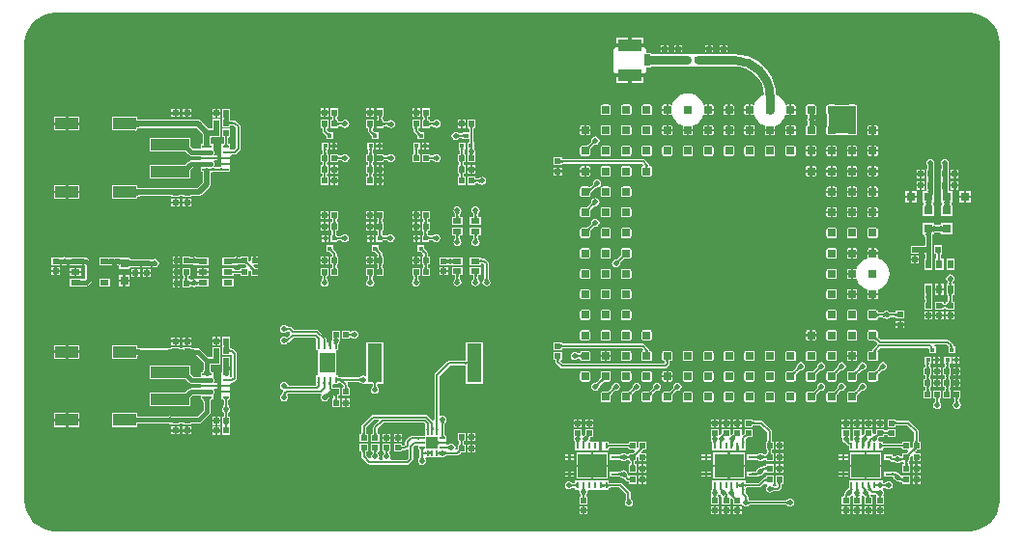
<source format=gbr>
%TF.GenerationSoftware,Altium Limited,Altium Designer,20.0.13 (296)*%
G04 Layer_Physical_Order=1*
G04 Layer_Color=255*
%FSLAX26Y26*%
%MOIN*%
%TF.FileFunction,Copper,L1,Top,Signal*%
%TF.Part,Single*%
G01*
G75*
%TA.AperFunction,Conductor*%
%ADD10C,0.030315*%
%TA.AperFunction,SMDPad,CuDef*%
%ADD11R,0.031496X0.019685*%
%ADD12R,0.035433X0.009842*%
%ADD13R,0.051181X0.009842*%
%ADD14R,0.023622X0.009842*%
%ADD15R,0.009842X0.023622*%
%ADD16R,0.100394X0.080709*%
%ADD17R,0.018504X0.020472*%
%ADD18R,0.009842X0.019685*%
%ADD19R,0.019685X0.009842*%
%ADD20R,0.039370X0.039370*%
%ADD21R,0.051181X0.133858*%
%ADD22R,0.133858X0.038583*%
%ADD23R,0.020472X0.018504*%
%ADD24R,0.031496X0.031496*%
G04:AMPARAMS|DCode=25|XSize=27.559mil|YSize=27.559mil|CornerRadius=2.756mil|HoleSize=0mil|Usage=FLASHONLY|Rotation=0.000|XOffset=0mil|YOffset=0mil|HoleType=Round|Shape=RoundedRectangle|*
%AMROUNDEDRECTD25*
21,1,0.027559,0.022047,0,0,0.0*
21,1,0.022047,0.027559,0,0,0.0*
1,1,0.005512,0.011024,-0.011024*
1,1,0.005512,-0.011024,-0.011024*
1,1,0.005512,-0.011024,0.011024*
1,1,0.005512,0.011024,0.011024*
%
%ADD25ROUNDEDRECTD25*%
%ADD26R,0.057087X0.068898*%
%ADD27R,0.078740X0.039370*%
%ADD28R,0.023622X0.039370*%
%ADD29R,0.031496X0.031496*%
%ADD30R,0.015748X0.015748*%
%ADD31R,0.015748X0.015748*%
%ADD32R,0.019685X0.031496*%
%TA.AperFunction,Conductor*%
%ADD33C,0.015748*%
%ADD34C,0.007874*%
%ADD35C,0.019685*%
%TA.AperFunction,ViaPad*%
%ADD36C,0.029528*%
%ADD37C,0.196850*%
%ADD38C,0.019685*%
G36*
X3156690Y1682879D02*
X3170736Y1681029D01*
X3184421Y1677362D01*
X3197510Y1671941D01*
X3209779Y1664857D01*
X3221018Y1656233D01*
X3231036Y1646215D01*
X3239661Y1634975D01*
X3246744Y1622707D01*
X3252166Y1609617D01*
X3255833Y1595933D01*
X3257682Y1581887D01*
Y1574803D01*
Y0D01*
Y-7084D01*
X3255832Y-21130D01*
X3252166Y-34815D01*
X3246744Y-47903D01*
X3239660Y-60172D01*
X3231036Y-71412D01*
X3221018Y-81430D01*
X3209778Y-90055D01*
X3197510Y-97138D01*
X3184420Y-102560D01*
X3170736Y-106226D01*
X3156689Y-108075D01*
X3149606D01*
X-2Y-108076D01*
X-7085D01*
X-21131Y-106227D01*
X-34816Y-102560D01*
X-47905Y-97139D01*
X-60174Y-90055D01*
X-71414Y-81430D01*
X-81432Y-71413D01*
X-90056Y-60173D01*
X-97139Y-47904D01*
X-102561Y-34815D01*
X-106228Y-21131D01*
X-108077Y-7084D01*
Y-1D01*
Y1574803D01*
Y1581886D01*
X-106228Y1595932D01*
X-102561Y1609617D01*
X-97140Y1622706D01*
X-90056Y1634975D01*
X-81432Y1646214D01*
X-71414Y1656232D01*
X-60174Y1664857D01*
X-47905Y1671940D01*
X-34816Y1677362D01*
X-21131Y1681029D01*
X-7085Y1682878D01*
X1Y1682879D01*
X3149606D01*
X3156690Y1682879D01*
D02*
G37*
%LPC*%
G36*
X2027952Y1597677D02*
X1986614D01*
Y1576023D01*
X2027952D01*
Y1597677D01*
D02*
G37*
G36*
X1974803D02*
X1933464D01*
Y1576023D01*
X1974803D01*
Y1597677D01*
D02*
G37*
G36*
X2318897Y1570669D02*
X2310511D01*
Y1563268D01*
X2318897D01*
Y1570669D01*
D02*
G37*
G36*
X2300511D02*
X2292125D01*
Y1563268D01*
X2300511D01*
Y1570669D01*
D02*
G37*
G36*
X2268897D02*
X2260511D01*
Y1563268D01*
X2268897D01*
Y1570669D01*
D02*
G37*
G36*
X2250511D02*
X2242125D01*
Y1563268D01*
X2250511D01*
Y1570669D01*
D02*
G37*
G36*
X2160039D02*
X2151653D01*
Y1563268D01*
X2160039D01*
Y1570669D01*
D02*
G37*
G36*
X2141653D02*
X2133267D01*
Y1563268D01*
X2141653D01*
Y1570669D01*
D02*
G37*
G36*
X2115039D02*
X2106653D01*
Y1563268D01*
X2115039D01*
Y1570669D01*
D02*
G37*
G36*
X2096653D02*
X2088267D01*
Y1563268D01*
X2096653D01*
Y1570669D01*
D02*
G37*
G36*
X2318897Y1553268D02*
X2310511D01*
Y1545866D01*
X2318897D01*
Y1553268D01*
D02*
G37*
G36*
X2300511D02*
X2292125D01*
Y1545866D01*
X2300511D01*
Y1553268D01*
D02*
G37*
G36*
X2268897D02*
X2260511D01*
Y1545866D01*
X2268897D01*
Y1553268D01*
D02*
G37*
G36*
X2250511D02*
X2242125D01*
Y1545866D01*
X2250511D01*
Y1553268D01*
D02*
G37*
G36*
X2160039D02*
X2151653D01*
Y1545866D01*
X2160039D01*
Y1553268D01*
D02*
G37*
G36*
X2141653D02*
X2133267D01*
Y1545866D01*
X2141653D01*
Y1553268D01*
D02*
G37*
G36*
X2115039D02*
X2106653D01*
Y1545866D01*
X2115039D01*
Y1553268D01*
D02*
G37*
G36*
X2096653D02*
X2088267D01*
Y1545866D01*
X2096653D01*
Y1553268D01*
D02*
G37*
G36*
X2027952Y1461851D02*
X1986614D01*
Y1440197D01*
X2027952D01*
Y1461851D01*
D02*
G37*
G36*
X1974803D02*
X1933464D01*
Y1440197D01*
X1974803D01*
Y1461851D01*
D02*
G37*
G36*
X2027952Y1564212D02*
X1980708D01*
X1933464D01*
Y1562556D01*
X1929527D01*
X1926513Y1561308D01*
X1925265Y1558295D01*
Y1479555D01*
X1926513Y1476541D01*
X1929527Y1475293D01*
X1933464D01*
Y1473662D01*
X1980708D01*
X2027952D01*
Y1475293D01*
X2031889D01*
X2034902Y1476541D01*
X2036150Y1479555D01*
Y1495315D01*
X2055511D01*
Y1498164D01*
X2336614D01*
X2337472Y1498334D01*
X2342402Y1498164D01*
D01*
X2347319Y1498069D01*
X2362258Y1496597D01*
X2381352Y1490805D01*
X2398948Y1481400D01*
X2414372Y1468742D01*
X2427029Y1453319D01*
X2436435Y1435722D01*
X2442227Y1416629D01*
X2443765Y1401008D01*
X2435777Y1397699D01*
X2423852Y1388549D01*
X2414702Y1376624D01*
X2410330Y1366071D01*
X2407335Y1365162D01*
X2404724Y1365682D01*
X2397637D01*
Y1347834D01*
Y1329986D01*
X2404724D01*
X2407335Y1330506D01*
X2410330Y1329597D01*
X2414702Y1319044D01*
X2423852Y1307120D01*
X2435777Y1297969D01*
X2446330Y1293598D01*
X2447238Y1290603D01*
X2446719Y1287992D01*
Y1280905D01*
X2482414D01*
Y1287992D01*
X2481895Y1290603D01*
X2482803Y1293598D01*
X2493356Y1297969D01*
X2505281Y1307120D01*
X2514432Y1319044D01*
X2518803Y1329597D01*
X2521798Y1330506D01*
X2524409Y1329986D01*
X2531496D01*
Y1347834D01*
Y1365682D01*
X2524409D01*
X2521798Y1365162D01*
X2518803Y1366071D01*
X2514432Y1376624D01*
X2505281Y1388549D01*
X2493356Y1397699D01*
X2485037Y1401145D01*
X2483621Y1419139D01*
X2478383Y1440955D01*
X2469798Y1461684D01*
X2458075Y1480813D01*
X2443503Y1497874D01*
X2426443Y1512445D01*
X2407313Y1524168D01*
X2386585Y1532754D01*
X2364769Y1537992D01*
X2342402Y1539752D01*
Y1539752D01*
X2337472Y1539540D01*
X2336614Y1539710D01*
X2055511D01*
Y1542559D01*
X2036150D01*
Y1558295D01*
X2034902Y1561308D01*
X2031889Y1562556D01*
X2027952D01*
Y1564212D01*
D02*
G37*
G36*
X2181102Y1405413D02*
X2166200Y1403451D01*
X2152312Y1397699D01*
X2140387Y1388549D01*
X2131237Y1376624D01*
X2126866Y1366071D01*
X2123871Y1365162D01*
X2121260Y1365682D01*
X2114173D01*
Y1347834D01*
Y1329986D01*
X2121260D01*
X2123871Y1330506D01*
X2126866Y1329597D01*
X2131237Y1319044D01*
X2140387Y1307120D01*
X2152312Y1297969D01*
X2162865Y1293598D01*
X2163774Y1290603D01*
X2163255Y1287992D01*
Y1280905D01*
X2198950D01*
Y1287992D01*
X2198430Y1290603D01*
X2199339Y1293598D01*
X2209892Y1297969D01*
X2221817Y1307120D01*
X2230967Y1319044D01*
X2235338Y1329597D01*
X2238333Y1330506D01*
X2240945Y1329986D01*
X2248031D01*
Y1347834D01*
Y1365682D01*
X2240945D01*
X2238333Y1365162D01*
X2235338Y1366071D01*
X2230967Y1376624D01*
X2221817Y1388549D01*
X2209892Y1397699D01*
X2196005Y1403451D01*
X2181102Y1405413D01*
D02*
G37*
G36*
X2759055Y1365682D02*
X2737007D01*
X2734396Y1365162D01*
X2732863Y1364138D01*
X2692333D01*
X2690800Y1365162D01*
X2688188Y1365682D01*
X2666141D01*
X2663530Y1365162D01*
X2661316Y1363683D01*
X2659837Y1361469D01*
X2659317Y1358858D01*
Y1336811D01*
X2659837Y1334199D01*
X2661316Y1331985D01*
X2662077Y1331476D01*
Y1293326D01*
X2661316Y1292817D01*
X2659837Y1290603D01*
X2659317Y1287992D01*
Y1265944D01*
X2659837Y1263333D01*
X2661316Y1261119D01*
X2663530Y1259640D01*
X2666141Y1259120D01*
X2688188D01*
X2690800Y1259640D01*
X2693014Y1261119D01*
X2693259Y1261487D01*
X2731936D01*
X2732182Y1261119D01*
X2734396Y1259640D01*
X2737007Y1259120D01*
X2759055D01*
X2761666Y1259640D01*
X2763880Y1261119D01*
X2765359Y1263333D01*
X2765878Y1265944D01*
Y1287992D01*
X2765359Y1290603D01*
X2764104Y1292482D01*
Y1332321D01*
X2765359Y1334199D01*
X2765878Y1336811D01*
Y1358858D01*
X2765359Y1361469D01*
X2763880Y1363683D01*
X2761666Y1365162D01*
X2759055Y1365682D01*
D02*
G37*
G36*
X2546456D02*
X2539370D01*
Y1351771D01*
X2553280D01*
Y1358858D01*
X2552761Y1361469D01*
X2551282Y1363683D01*
X2549068Y1365162D01*
X2546456Y1365682D01*
D02*
G37*
G36*
X2389763D02*
X2382677D01*
X2380065Y1365162D01*
X2377852Y1363683D01*
X2376372Y1361469D01*
X2375853Y1358858D01*
Y1351771D01*
X2389763D01*
Y1365682D01*
D02*
G37*
G36*
X2333858D02*
X2326771D01*
Y1351771D01*
X2340682D01*
Y1358858D01*
X2340162Y1361469D01*
X2338683Y1363683D01*
X2336469Y1365162D01*
X2333858Y1365682D01*
D02*
G37*
G36*
X2318897D02*
X2311811D01*
X2309199Y1365162D01*
X2306985Y1363683D01*
X2305506Y1361469D01*
X2304987Y1358858D01*
Y1351771D01*
X2318897D01*
Y1365682D01*
D02*
G37*
G36*
X2262992D02*
X2255905D01*
Y1351771D01*
X2269816D01*
Y1358858D01*
X2269296Y1361469D01*
X2267817Y1363683D01*
X2265603Y1365162D01*
X2262992Y1365682D01*
D02*
G37*
G36*
X2106299D02*
X2099212D01*
X2096601Y1365162D01*
X2094387Y1363683D01*
X2092908Y1361469D01*
X2092388Y1358858D01*
Y1351771D01*
X2106299D01*
Y1365682D01*
D02*
G37*
G36*
X1098622Y1352756D02*
X1089370D01*
Y1342520D01*
X1098622D01*
Y1352756D01*
D02*
G37*
G36*
X1081496D02*
X1072244D01*
Y1342520D01*
X1081496D01*
Y1352756D01*
D02*
G37*
G36*
X1256102D02*
X1246850D01*
Y1342520D01*
X1256102D01*
Y1352756D01*
D02*
G37*
G36*
X941142D02*
X931890D01*
Y1342520D01*
X941142D01*
Y1352756D01*
D02*
G37*
G36*
X1238976D02*
X1229725D01*
Y1342520D01*
X1238976D01*
Y1352756D01*
D02*
G37*
G36*
X924016D02*
X914764D01*
Y1342520D01*
X924016D01*
Y1352756D01*
D02*
G37*
G36*
X466929Y1349016D02*
X456693D01*
Y1339764D01*
X466929D01*
Y1349016D01*
D02*
G37*
G36*
X448819D02*
X438583D01*
Y1339764D01*
X448819D01*
Y1349016D01*
D02*
G37*
G36*
X567126Y1350000D02*
X557874D01*
Y1339764D01*
X567126D01*
Y1350000D01*
D02*
G37*
G36*
X550000D02*
X540748D01*
Y1339764D01*
X550000D01*
Y1350000D01*
D02*
G37*
G36*
X427559Y1349016D02*
X417323D01*
Y1339764D01*
X427559D01*
Y1349016D01*
D02*
G37*
G36*
X409449D02*
X399213D01*
Y1339764D01*
X409449D01*
Y1349016D01*
D02*
G37*
G36*
X2553280Y1343897D02*
X2539370D01*
Y1329986D01*
X2546456D01*
X2549068Y1330506D01*
X2551282Y1331985D01*
X2552761Y1334199D01*
X2553280Y1336811D01*
Y1343897D01*
D02*
G37*
G36*
X2389763D02*
X2375853D01*
Y1336811D01*
X2376372Y1334199D01*
X2377852Y1331985D01*
X2380065Y1330506D01*
X2382677Y1329986D01*
X2389763D01*
Y1343897D01*
D02*
G37*
G36*
X2340682D02*
X2326771D01*
Y1329986D01*
X2333858D01*
X2336469Y1330506D01*
X2338683Y1331985D01*
X2340162Y1334199D01*
X2340682Y1336811D01*
Y1343897D01*
D02*
G37*
G36*
X2318897D02*
X2304987D01*
Y1336811D01*
X2305506Y1334199D01*
X2306985Y1331985D01*
X2309199Y1330506D01*
X2311811Y1329986D01*
X2318897D01*
Y1343897D01*
D02*
G37*
G36*
X2269816D02*
X2255905D01*
Y1329986D01*
X2262992D01*
X2265603Y1330506D01*
X2267817Y1331985D01*
X2269296Y1334199D01*
X2269816Y1336811D01*
Y1343897D01*
D02*
G37*
G36*
X2106299D02*
X2092388D01*
Y1336811D01*
X2092908Y1334199D01*
X2094387Y1331985D01*
X2096601Y1330506D01*
X2099212Y1329986D01*
X2106299D01*
Y1343897D01*
D02*
G37*
G36*
X2050394Y1365682D02*
X2028346D01*
X2025735Y1365162D01*
X2023521Y1363683D01*
X2022042Y1361469D01*
X2021522Y1358858D01*
Y1336811D01*
X2022042Y1334199D01*
X2023521Y1331985D01*
X2025735Y1330506D01*
X2028346Y1329986D01*
X2050394D01*
X2053005Y1330506D01*
X2055219Y1331985D01*
X2056698Y1334199D01*
X2057218Y1336811D01*
Y1358858D01*
X2056698Y1361469D01*
X2055219Y1363683D01*
X2053005Y1365162D01*
X2050394Y1365682D01*
D02*
G37*
G36*
X1979527D02*
X1957480D01*
X1954869Y1365162D01*
X1952655Y1363683D01*
X1951176Y1361469D01*
X1950656Y1358858D01*
Y1336811D01*
X1951176Y1334199D01*
X1952655Y1331985D01*
X1954869Y1330506D01*
X1957480Y1329986D01*
X1979527D01*
X1982139Y1330506D01*
X1984353Y1331985D01*
X1985832Y1334199D01*
X1986351Y1336811D01*
Y1358858D01*
X1985832Y1361469D01*
X1984353Y1363683D01*
X1982139Y1365162D01*
X1979527Y1365682D01*
D02*
G37*
G36*
X1908661D02*
X1886614D01*
X1884003Y1365162D01*
X1881789Y1363683D01*
X1880310Y1361469D01*
X1879790Y1358858D01*
Y1336811D01*
X1880310Y1334199D01*
X1881789Y1331985D01*
X1884003Y1330506D01*
X1886614Y1329986D01*
X1908661D01*
X1911273Y1330506D01*
X1913487Y1331985D01*
X1914966Y1334199D01*
X1915485Y1336811D01*
Y1358858D01*
X1914966Y1361469D01*
X1913487Y1363683D01*
X1911273Y1365162D01*
X1908661Y1365682D01*
D02*
G37*
G36*
X1256102Y1334646D02*
X1246850D01*
Y1324409D01*
X1256102D01*
Y1334646D01*
D02*
G37*
G36*
X1238976D02*
X1229725D01*
Y1324409D01*
X1238976D01*
Y1334646D01*
D02*
G37*
G36*
X1098622Y1334646D02*
X1089370D01*
Y1324409D01*
X1098622D01*
Y1334646D01*
D02*
G37*
G36*
X1081496D02*
X1072244D01*
Y1324409D01*
X1081496D01*
Y1334646D01*
D02*
G37*
G36*
X941142Y1334646D02*
X931890D01*
Y1324409D01*
X941142D01*
Y1334646D01*
D02*
G37*
G36*
X924016D02*
X914764D01*
Y1324409D01*
X924016D01*
Y1334646D01*
D02*
G37*
G36*
X275471Y1323039D02*
X275378Y1323001D01*
X275019Y1323015D01*
X274688Y1322835D01*
X192913D01*
Y1275591D01*
X274528D01*
X274688Y1275590D01*
X275019Y1275410D01*
X275378Y1275424D01*
X275471Y1275386D01*
X279528Y1275590D01*
X279528Y1277862D01*
X281186Y1282441D01*
X281187Y1282442D01*
X282304Y1283116D01*
X283908Y1283764D01*
X286012Y1284324D01*
X288601Y1284750D01*
X291655Y1285016D01*
X295266Y1285110D01*
X295385Y1285163D01*
X484968D01*
X507604Y1262527D01*
Y1229331D01*
X500000D01*
Y1212830D01*
X473473D01*
X470070Y1216361D01*
X466759Y1220182D01*
X465656Y1221633D01*
X464893Y1222787D01*
X464567Y1223406D01*
Y1223686D01*
X464771Y1224179D01*
X464567Y1224672D01*
Y1225382D01*
X464574Y1225461D01*
X464567Y1225470D01*
Y1250984D01*
X322835D01*
Y1204528D01*
X443625D01*
X443633Y1204521D01*
X443712Y1204528D01*
X444422D01*
X444916Y1204323D01*
X445409Y1204528D01*
X445689D01*
X446307Y1204202D01*
X447347Y1203514D01*
X455057Y1196833D01*
X457523Y1194409D01*
X457743Y1194321D01*
X459792Y1192272D01*
X459792Y1192272D01*
X463699Y1189662D01*
X468307Y1188745D01*
X500000D01*
Y1185039D01*
X529528D01*
X559055D01*
Y1189961D01*
X548417D01*
X545745Y1194961D01*
X546559Y1196179D01*
X547476Y1200787D01*
X546559Y1205396D01*
X545216Y1207405D01*
X543307Y1211614D01*
Y1229331D01*
X535703D01*
Y1250413D01*
X538102Y1252801D01*
X540703Y1253915D01*
X543795Y1253835D01*
X544274Y1253798D01*
X544484Y1253866D01*
X544805Y1253733D01*
X545299Y1253937D01*
X567126D01*
Y1277283D01*
X567126Y1277733D01*
X567331Y1278226D01*
X567126Y1282284D01*
X567075Y1287284D01*
X567126Y1287795D01*
X567330Y1291852D01*
X567126Y1292346D01*
Y1316142D01*
X540748D01*
Y1292795D01*
X540748Y1292346D01*
X540543Y1291852D01*
X540748Y1287795D01*
X538075Y1283902D01*
X536711Y1282376D01*
X527620Y1282249D01*
X500722Y1309147D01*
X496164Y1312193D01*
X490788Y1313262D01*
X466929D01*
Y1315157D01*
X438583D01*
Y1313262D01*
X427559D01*
Y1315157D01*
X399213D01*
Y1313262D01*
X295385D01*
X295266Y1313315D01*
X291655Y1313409D01*
X288601Y1313675D01*
X286012Y1314101D01*
X283908Y1314661D01*
X282304Y1315309D01*
X281187Y1315984D01*
X281186Y1315984D01*
X279528Y1320563D01*
Y1322835D01*
X275471Y1323039D01*
D02*
G37*
G36*
X466929Y1331890D02*
X456693D01*
Y1322638D01*
X466929D01*
Y1331890D01*
D02*
G37*
G36*
X448819D02*
X438583D01*
Y1322638D01*
X448819D01*
Y1331890D01*
D02*
G37*
G36*
X427559Y1331890D02*
X417323D01*
Y1322638D01*
X427559D01*
Y1331890D01*
D02*
G37*
G36*
X409449D02*
X399213D01*
Y1322638D01*
X409449D01*
Y1331890D01*
D02*
G37*
G36*
X567126Y1331890D02*
X557874D01*
Y1321653D01*
X567126D01*
Y1331890D01*
D02*
G37*
G36*
X550000D02*
X540748D01*
Y1321653D01*
X550000D01*
Y1331890D01*
D02*
G37*
G36*
X82677Y1322835D02*
X43307D01*
Y1303150D01*
X82677D01*
Y1322835D01*
D02*
G37*
G36*
X35433D02*
X-3937D01*
Y1303150D01*
X35433D01*
Y1322835D01*
D02*
G37*
G36*
X1413583Y1313386D02*
X1404330D01*
Y1303150D01*
X1413583D01*
Y1313386D01*
D02*
G37*
G36*
X1396456D02*
X1387205D01*
Y1303150D01*
X1396456D01*
Y1313386D01*
D02*
G37*
G36*
X1289960Y1352756D02*
X1263583D01*
Y1324409D01*
X1268134D01*
X1268153Y1324361D01*
X1268309Y1323776D01*
X1268446Y1322940D01*
X1268539Y1321872D01*
X1268575Y1320482D01*
X1268743Y1320103D01*
Y1317692D01*
X1268575Y1317313D01*
X1268539Y1315923D01*
X1268446Y1314855D01*
X1268309Y1314019D01*
X1268153Y1313434D01*
X1268134Y1313386D01*
X1263583D01*
Y1285039D01*
X1289960D01*
Y1290542D01*
X1290104Y1290600D01*
X1290668Y1290752D01*
X1291481Y1290888D01*
X1292525Y1290980D01*
X1293890Y1291016D01*
X1294268Y1291184D01*
X1300506D01*
X1300628Y1291095D01*
X1300764Y1291062D01*
X1300821Y1291033D01*
X1300910Y1291024D01*
X1301057Y1290972D01*
X1301391Y1290822D01*
X1301751Y1290633D01*
X1304744Y1288658D01*
X1305614Y1288003D01*
X1306484Y1287778D01*
X1308797Y1286233D01*
X1314173Y1285163D01*
X1319550Y1286233D01*
X1324108Y1289278D01*
X1327153Y1293836D01*
X1328223Y1299213D01*
X1327153Y1304589D01*
X1324108Y1309147D01*
X1319550Y1312193D01*
X1314173Y1313262D01*
X1308797Y1312193D01*
X1306484Y1310647D01*
X1305614Y1310422D01*
X1304697Y1309731D01*
X1303097Y1308610D01*
X1301816Y1307826D01*
X1301391Y1307603D01*
X1301057Y1307453D01*
X1300910Y1307401D01*
X1300821Y1307393D01*
X1300764Y1307363D01*
X1300628Y1307330D01*
X1300506Y1307241D01*
X1294268D01*
X1293890Y1307409D01*
X1292525Y1307445D01*
X1291481Y1307538D01*
X1290669Y1307673D01*
X1290104Y1307825D01*
X1289960Y1307884D01*
Y1313386D01*
X1285409D01*
X1285390Y1313434D01*
X1285235Y1314019D01*
X1285098Y1314855D01*
X1285005Y1315923D01*
X1284969Y1317313D01*
X1284800Y1317692D01*
Y1320103D01*
X1284969Y1320482D01*
X1285005Y1321872D01*
X1285098Y1322941D01*
X1285235Y1323776D01*
X1285390Y1324361D01*
X1285409Y1324409D01*
X1289960D01*
Y1352756D01*
D02*
G37*
G36*
X975000D02*
X948622D01*
Y1324409D01*
X953173D01*
X953193Y1324361D01*
X953348Y1323776D01*
X953485Y1322940D01*
X953578Y1321872D01*
X953614Y1320482D01*
X953783Y1320103D01*
Y1317692D01*
X953614Y1317313D01*
X953578Y1315923D01*
X953485Y1314855D01*
X953348Y1314019D01*
X953193Y1313434D01*
X953173Y1313386D01*
X948622D01*
Y1285039D01*
X975000D01*
Y1290542D01*
X975143Y1290600D01*
X975707Y1290752D01*
X976520Y1290888D01*
X977565Y1290980D01*
X978929Y1291016D01*
X979308Y1291184D01*
X985545D01*
X985667Y1291095D01*
X985804Y1291062D01*
X985860Y1291033D01*
X985950Y1291024D01*
X986096Y1290972D01*
X986430Y1290822D01*
X986791Y1290633D01*
X989783Y1288658D01*
X990654Y1288003D01*
X991523Y1287778D01*
X993836Y1286233D01*
X999213Y1285163D01*
X1004589Y1286233D01*
X1009147Y1289278D01*
X1012193Y1293836D01*
X1013262Y1299213D01*
X1012193Y1304589D01*
X1009147Y1309147D01*
X1004589Y1312193D01*
X999213Y1313262D01*
X993836Y1312193D01*
X991523Y1310647D01*
X990654Y1310422D01*
X989736Y1309731D01*
X988136Y1308610D01*
X986856Y1307826D01*
X986430Y1307603D01*
X986096Y1307453D01*
X985950Y1307401D01*
X985860Y1307393D01*
X985804Y1307363D01*
X985667Y1307330D01*
X985545Y1307241D01*
X979308D01*
X978929Y1307409D01*
X977565Y1307445D01*
X976520Y1307538D01*
X975708Y1307673D01*
X975143Y1307825D01*
X975000Y1307884D01*
Y1313386D01*
X970449D01*
X970429Y1313434D01*
X970274Y1314019D01*
X970137Y1314855D01*
X970044Y1315923D01*
X970008Y1317313D01*
X969839Y1317692D01*
Y1320103D01*
X970008Y1320482D01*
X970044Y1321872D01*
X970137Y1322941D01*
X970274Y1323776D01*
X970429Y1324361D01*
X970449Y1324409D01*
X975000D01*
Y1352756D01*
D02*
G37*
G36*
X1413583Y1295276D02*
X1404330D01*
Y1285039D01*
X1413583D01*
Y1295276D01*
D02*
G37*
G36*
X1396456D02*
X1387205D01*
Y1285039D01*
X1396456D01*
Y1295276D01*
D02*
G37*
G36*
X1132480Y1352756D02*
X1106102D01*
Y1324409D01*
X1110654D01*
X1110673Y1324361D01*
X1110828Y1323776D01*
X1110965Y1322940D01*
X1111058Y1321872D01*
X1111094Y1320482D01*
X1111263Y1320103D01*
Y1317692D01*
X1111094Y1317313D01*
X1111058Y1315923D01*
X1110965Y1314855D01*
X1110828Y1314019D01*
X1110673Y1313435D01*
X1110653Y1313386D01*
X1106102D01*
Y1285039D01*
X1132480D01*
Y1290288D01*
X1132624Y1290347D01*
X1133188Y1290499D01*
X1134001Y1290634D01*
X1135045Y1290726D01*
X1136409Y1290762D01*
X1136788Y1290931D01*
X1142885D01*
X1142991Y1290852D01*
X1143165Y1290808D01*
X1143215Y1290781D01*
X1143276Y1290775D01*
X1143397Y1290730D01*
X1143721Y1290578D01*
X1144077Y1290383D01*
X1147059Y1288336D01*
X1147929Y1287655D01*
X1148785Y1287417D01*
X1151316Y1285726D01*
X1156693Y1284657D01*
X1162069Y1285726D01*
X1166627Y1288772D01*
X1169673Y1293330D01*
X1170742Y1298706D01*
X1169673Y1304082D01*
X1166627Y1308640D01*
X1162069Y1311686D01*
X1156693Y1312755D01*
X1151316Y1311686D01*
X1149211Y1310279D01*
X1148342Y1310072D01*
X1147425Y1309407D01*
X1145823Y1308328D01*
X1144539Y1307573D01*
X1144109Y1307358D01*
X1143768Y1307211D01*
X1143593Y1307152D01*
X1143475Y1307141D01*
X1143414Y1307109D01*
X1143311Y1307085D01*
X1143174Y1306988D01*
X1136788D01*
X1136409Y1307156D01*
X1135045Y1307192D01*
X1134000Y1307284D01*
X1133188Y1307420D01*
X1132624Y1307572D01*
X1132480Y1307630D01*
Y1313386D01*
X1127929D01*
X1127909Y1313434D01*
X1127754Y1314019D01*
X1127617Y1314855D01*
X1127524Y1315923D01*
X1127488Y1317313D01*
X1127320Y1317692D01*
Y1320103D01*
X1127488Y1320482D01*
X1127524Y1321872D01*
X1127617Y1322941D01*
X1127754Y1323776D01*
X1127909Y1324361D01*
X1127929Y1324409D01*
X1132480D01*
Y1352756D01*
D02*
G37*
G36*
X2829921Y1294816D02*
X2822834D01*
Y1280905D01*
X2836745D01*
Y1287992D01*
X2836225Y1290603D01*
X2834746Y1292817D01*
X2832532Y1294296D01*
X2829921Y1294816D01*
D02*
G37*
G36*
X2814960D02*
X2807873D01*
X2805262Y1294296D01*
X2803048Y1292817D01*
X2801569Y1290603D01*
X2801049Y1287992D01*
Y1280905D01*
X2814960D01*
Y1294816D01*
D02*
G37*
G36*
X2546456D02*
X2539370D01*
Y1280905D01*
X2553280D01*
Y1287992D01*
X2552761Y1290603D01*
X2551282Y1292817D01*
X2549068Y1294296D01*
X2546456Y1294816D01*
D02*
G37*
G36*
X2531496D02*
X2524409D01*
X2521798Y1294296D01*
X2519584Y1292817D01*
X2518104Y1290603D01*
X2517585Y1287992D01*
Y1280905D01*
X2531496D01*
Y1294816D01*
D02*
G37*
G36*
X2404724D02*
X2397637D01*
Y1280905D01*
X2411548D01*
Y1287992D01*
X2411029Y1290603D01*
X2409549Y1292817D01*
X2407335Y1294296D01*
X2404724Y1294816D01*
D02*
G37*
G36*
X2389763D02*
X2382677D01*
X2380065Y1294296D01*
X2377852Y1292817D01*
X2376372Y1290603D01*
X2375853Y1287992D01*
Y1280905D01*
X2389763D01*
Y1294816D01*
D02*
G37*
G36*
X2333858D02*
X2326771D01*
Y1280905D01*
X2340682D01*
Y1287992D01*
X2340162Y1290603D01*
X2338683Y1292817D01*
X2336469Y1294296D01*
X2333858Y1294816D01*
D02*
G37*
G36*
X2318897D02*
X2311811D01*
X2309199Y1294296D01*
X2306985Y1292817D01*
X2305506Y1290603D01*
X2304987Y1287992D01*
Y1280905D01*
X2318897D01*
Y1294816D01*
D02*
G37*
G36*
X2262992D02*
X2255905D01*
Y1280905D01*
X2269816D01*
Y1287992D01*
X2269296Y1290603D01*
X2267817Y1292817D01*
X2265603Y1294296D01*
X2262992Y1294816D01*
D02*
G37*
G36*
X2248031D02*
X2240945D01*
X2238333Y1294296D01*
X2236119Y1292817D01*
X2234640Y1290603D01*
X2234121Y1287992D01*
Y1280905D01*
X2248031D01*
Y1294816D01*
D02*
G37*
G36*
X2121260D02*
X2114173D01*
Y1280905D01*
X2128084D01*
Y1287992D01*
X2127564Y1290603D01*
X2126085Y1292817D01*
X2123871Y1294296D01*
X2121260Y1294816D01*
D02*
G37*
G36*
X2106299D02*
X2099212D01*
X2096601Y1294296D01*
X2094387Y1292817D01*
X2092908Y1290603D01*
X2092388Y1287992D01*
Y1280905D01*
X2106299D01*
Y1294816D01*
D02*
G37*
G36*
X1837795D02*
X1830709D01*
Y1280905D01*
X1844619D01*
Y1287992D01*
X1844100Y1290603D01*
X1842620Y1292817D01*
X1840407Y1294296D01*
X1837795Y1294816D01*
D02*
G37*
G36*
X1822835D02*
X1815748D01*
X1813137Y1294296D01*
X1810923Y1292817D01*
X1809443Y1290603D01*
X1808924Y1287992D01*
Y1280905D01*
X1822835D01*
Y1294816D01*
D02*
G37*
G36*
X82677Y1295276D02*
X43307D01*
Y1275591D01*
X82677D01*
Y1295276D01*
D02*
G37*
G36*
X35433D02*
X-3937D01*
Y1275591D01*
X35433D01*
Y1295276D01*
D02*
G37*
G36*
X1447441Y1313386D02*
X1421063D01*
Y1285039D01*
X1425614D01*
X1425634Y1284991D01*
X1425789Y1284406D01*
X1425926Y1283570D01*
X1426019Y1282502D01*
X1426055Y1281112D01*
X1426224Y1280733D01*
Y1269685D01*
X1410512D01*
X1410357Y1269685D01*
X1410029Y1269865D01*
X1409664Y1269850D01*
X1409569Y1269890D01*
X1405512Y1269685D01*
Y1267579D01*
X1401887Y1266189D01*
X1401036Y1265902D01*
X1393589D01*
X1393467Y1265991D01*
X1393330Y1266024D01*
X1393274Y1266054D01*
X1393184Y1266062D01*
X1393038Y1266115D01*
X1392703Y1266265D01*
X1392343Y1266454D01*
X1389351Y1268428D01*
X1388480Y1269084D01*
X1387611Y1269308D01*
X1385298Y1270854D01*
X1379921Y1271924D01*
X1374545Y1270854D01*
X1369987Y1267809D01*
X1366941Y1263251D01*
X1365872Y1257874D01*
X1366941Y1252497D01*
X1369987Y1247939D01*
X1374545Y1244894D01*
X1379921Y1243824D01*
X1385298Y1244894D01*
X1387611Y1246440D01*
X1388480Y1246664D01*
X1389398Y1247355D01*
X1390997Y1248476D01*
X1392278Y1249261D01*
X1392703Y1249483D01*
X1393038Y1249633D01*
X1393184Y1249686D01*
X1393274Y1249694D01*
X1393330Y1249724D01*
X1393467Y1249757D01*
X1393589Y1249846D01*
X1401036D01*
X1405512Y1248334D01*
Y1246063D01*
X1409569Y1245858D01*
X1409664Y1245898D01*
X1410029Y1245883D01*
X1410357Y1246063D01*
X1426224D01*
Y1238559D01*
X1426055Y1238180D01*
X1426019Y1236797D01*
X1425926Y1235734D01*
X1425789Y1234903D01*
X1425634Y1234319D01*
X1425607Y1234252D01*
X1420276D01*
Y1210630D01*
X1420275Y1210630D01*
X1420577Y1205630D01*
X1420006Y1202756D01*
X1420542Y1200060D01*
X1421063Y1195276D01*
X1421063Y1195275D01*
X1421063Y1195275D01*
Y1166929D01*
X1447441D01*
Y1195275D01*
X1447441Y1195276D01*
X1447598Y1200210D01*
X1448105Y1202756D01*
X1447035Y1208132D01*
X1445598Y1210284D01*
X1445386Y1211153D01*
X1444716Y1212070D01*
X1443898Y1213274D01*
Y1229055D01*
X1443974Y1229158D01*
X1443898Y1229674D01*
X1443898Y1229727D01*
X1444102Y1230233D01*
X1443898Y1234252D01*
X1442280Y1239103D01*
Y1280733D01*
X1442449Y1281112D01*
X1442485Y1282502D01*
X1442578Y1283571D01*
X1442715Y1284406D01*
X1442870Y1284990D01*
X1442890Y1285039D01*
X1447441D01*
Y1313386D01*
D02*
G37*
G36*
X2836745Y1273031D02*
X2822834D01*
Y1259120D01*
X2829921D01*
X2832532Y1259640D01*
X2834746Y1261119D01*
X2836225Y1263333D01*
X2836745Y1265944D01*
Y1273031D01*
D02*
G37*
G36*
X2814960D02*
X2801049D01*
Y1265944D01*
X2801569Y1263333D01*
X2803048Y1261119D01*
X2805262Y1259640D01*
X2807873Y1259120D01*
X2814960D01*
Y1273031D01*
D02*
G37*
G36*
X2617322Y1365682D02*
X2595275D01*
X2592664Y1365162D01*
X2590450Y1363683D01*
X2588970Y1361469D01*
X2588451Y1358858D01*
Y1336811D01*
X2588970Y1334199D01*
X2590450Y1331985D01*
X2592664Y1330506D01*
X2594256Y1330189D01*
Y1319181D01*
X2593319Y1317778D01*
X2592249Y1312401D01*
X2593319Y1307025D01*
X2594256Y1305621D01*
Y1294613D01*
X2592664Y1294296D01*
X2590450Y1292817D01*
X2588970Y1290603D01*
X2588451Y1287992D01*
Y1265944D01*
X2588970Y1263333D01*
X2590450Y1261119D01*
X2592664Y1259640D01*
X2595275Y1259120D01*
X2617322D01*
X2619934Y1259640D01*
X2622148Y1261119D01*
X2623627Y1263333D01*
X2624146Y1265944D01*
Y1287992D01*
X2623627Y1290603D01*
X2622148Y1292817D01*
X2619934Y1294296D01*
X2618341Y1294613D01*
Y1305621D01*
X2619279Y1307025D01*
X2620348Y1312401D01*
X2619279Y1317778D01*
X2618341Y1319181D01*
Y1330189D01*
X2619934Y1330506D01*
X2622148Y1331985D01*
X2623627Y1334199D01*
X2624146Y1336811D01*
Y1358858D01*
X2623627Y1361469D01*
X2622148Y1363683D01*
X2619934Y1365162D01*
X2617322Y1365682D01*
D02*
G37*
G36*
X2553280Y1273031D02*
X2539370D01*
Y1259120D01*
X2546456D01*
X2549068Y1259640D01*
X2551282Y1261119D01*
X2552761Y1263333D01*
X2553280Y1265944D01*
Y1273031D01*
D02*
G37*
G36*
X2531496D02*
X2517585D01*
Y1265944D01*
X2518104Y1263333D01*
X2519584Y1261119D01*
X2521798Y1259640D01*
X2524409Y1259120D01*
X2531496D01*
Y1273031D01*
D02*
G37*
G36*
X2482414D02*
X2468503D01*
Y1259120D01*
X2475590D01*
X2478202Y1259640D01*
X2480415Y1261119D01*
X2481895Y1263333D01*
X2482414Y1265944D01*
Y1273031D01*
D02*
G37*
G36*
X2460630D02*
X2446719D01*
Y1265944D01*
X2447238Y1263333D01*
X2448718Y1261119D01*
X2450932Y1259640D01*
X2453543Y1259120D01*
X2460630D01*
Y1273031D01*
D02*
G37*
G36*
X2411548D02*
X2397637D01*
Y1259120D01*
X2404724D01*
X2407335Y1259640D01*
X2409549Y1261119D01*
X2411029Y1263333D01*
X2411548Y1265944D01*
Y1273031D01*
D02*
G37*
G36*
X2389763D02*
X2375853D01*
Y1265944D01*
X2376372Y1263333D01*
X2377852Y1261119D01*
X2380065Y1259640D01*
X2382677Y1259120D01*
X2389763D01*
Y1273031D01*
D02*
G37*
G36*
X2340682D02*
X2326771D01*
Y1259120D01*
X2333858D01*
X2336469Y1259640D01*
X2338683Y1261119D01*
X2340162Y1263333D01*
X2340682Y1265944D01*
Y1273031D01*
D02*
G37*
G36*
X2318897D02*
X2304987D01*
Y1265944D01*
X2305506Y1263333D01*
X2306985Y1261119D01*
X2309199Y1259640D01*
X2311811Y1259120D01*
X2318897D01*
Y1273031D01*
D02*
G37*
G36*
X2269816D02*
X2255905D01*
Y1259120D01*
X2262992D01*
X2265603Y1259640D01*
X2267817Y1261119D01*
X2269296Y1263333D01*
X2269816Y1265944D01*
Y1273031D01*
D02*
G37*
G36*
X2248031D02*
X2234121D01*
Y1265944D01*
X2234640Y1263333D01*
X2236119Y1261119D01*
X2238333Y1259640D01*
X2240945Y1259120D01*
X2248031D01*
Y1273031D01*
D02*
G37*
G36*
X2198950D02*
X2185039D01*
Y1259120D01*
X2192126D01*
X2194737Y1259640D01*
X2196951Y1261119D01*
X2198430Y1263333D01*
X2198950Y1265944D01*
Y1273031D01*
D02*
G37*
G36*
X2177165D02*
X2163255D01*
Y1265944D01*
X2163774Y1263333D01*
X2165253Y1261119D01*
X2167467Y1259640D01*
X2170079Y1259120D01*
X2177165D01*
Y1273031D01*
D02*
G37*
G36*
X2128084D02*
X2114173D01*
Y1259120D01*
X2121260D01*
X2123871Y1259640D01*
X2126085Y1261119D01*
X2127564Y1263333D01*
X2128084Y1265944D01*
Y1273031D01*
D02*
G37*
G36*
X2106299D02*
X2092388D01*
Y1265944D01*
X2092908Y1263333D01*
X2094387Y1261119D01*
X2096601Y1259640D01*
X2099212Y1259120D01*
X2106299D01*
Y1273031D01*
D02*
G37*
G36*
X2050394Y1294816D02*
X2028346D01*
X2025735Y1294296D01*
X2023521Y1292817D01*
X2022042Y1290603D01*
X2021522Y1287992D01*
Y1265944D01*
X2022042Y1263333D01*
X2023521Y1261119D01*
X2025735Y1259640D01*
X2028346Y1259120D01*
X2050394D01*
X2053005Y1259640D01*
X2055219Y1261119D01*
X2056698Y1263333D01*
X2057218Y1265944D01*
Y1287992D01*
X2056698Y1290603D01*
X2055219Y1292817D01*
X2053005Y1294296D01*
X2050394Y1294816D01*
D02*
G37*
G36*
X1979527D02*
X1957480D01*
X1954869Y1294296D01*
X1952655Y1292817D01*
X1951176Y1290603D01*
X1950656Y1287992D01*
Y1265944D01*
X1951176Y1263333D01*
X1952655Y1261119D01*
X1954869Y1259640D01*
X1957480Y1259120D01*
X1979527D01*
X1982139Y1259640D01*
X1984353Y1261119D01*
X1985832Y1263333D01*
X1986351Y1265944D01*
Y1287992D01*
X1985832Y1290603D01*
X1984353Y1292817D01*
X1982139Y1294296D01*
X1979527Y1294816D01*
D02*
G37*
G36*
X1908661D02*
X1886614D01*
X1884003Y1294296D01*
X1881789Y1292817D01*
X1880310Y1290603D01*
X1879790Y1287992D01*
Y1265944D01*
X1880310Y1263333D01*
X1881789Y1261119D01*
X1884003Y1259640D01*
X1886614Y1259120D01*
X1908661D01*
X1911273Y1259640D01*
X1913487Y1261119D01*
X1914966Y1263333D01*
X1915485Y1265944D01*
Y1287992D01*
X1914966Y1290603D01*
X1913487Y1292817D01*
X1911273Y1294296D01*
X1908661Y1294816D01*
D02*
G37*
G36*
X1844619Y1273031D02*
X1830709D01*
Y1259120D01*
X1837795D01*
X1840407Y1259640D01*
X1842620Y1261119D01*
X1844100Y1263333D01*
X1844619Y1265944D01*
Y1273031D01*
D02*
G37*
G36*
X1822835D02*
X1808924D01*
Y1265944D01*
X1809443Y1263333D01*
X1810923Y1261119D01*
X1813137Y1259640D01*
X1815748Y1259120D01*
X1822835D01*
Y1273031D01*
D02*
G37*
G36*
X1256102Y1313386D02*
X1229725D01*
Y1285039D01*
X1234276D01*
X1234295Y1284991D01*
X1234450Y1284406D01*
X1234588Y1283570D01*
X1234680Y1282502D01*
X1234716Y1281112D01*
X1234885Y1280733D01*
Y1274803D01*
X1235496Y1271731D01*
X1237236Y1269126D01*
X1243258Y1263104D01*
X1243398Y1262728D01*
X1246187Y1259725D01*
X1247113Y1258567D01*
X1247814Y1257559D01*
X1248032Y1257179D01*
Y1254986D01*
X1247827Y1254493D01*
X1247961Y1254169D01*
X1247879Y1253828D01*
X1248032Y1253579D01*
Y1246063D01*
X1271653D01*
Y1269685D01*
X1264137D01*
X1263889Y1269837D01*
X1263548Y1269755D01*
X1263224Y1269889D01*
X1262730Y1269685D01*
X1260538D01*
X1260157Y1269902D01*
X1259198Y1270570D01*
X1256563Y1272800D01*
X1255048Y1274262D01*
X1254653Y1274417D01*
X1250942Y1278129D01*
Y1280733D01*
X1251110Y1281112D01*
X1251147Y1282502D01*
X1251239Y1283571D01*
X1251377Y1284406D01*
X1251532Y1284991D01*
X1251551Y1285039D01*
X1256102D01*
Y1313386D01*
D02*
G37*
G36*
X1098622D02*
X1072244D01*
Y1285039D01*
X1076795D01*
X1076815Y1284991D01*
X1076970Y1284406D01*
X1077107Y1283570D01*
X1077200Y1282502D01*
X1077236Y1281112D01*
X1077405Y1280733D01*
Y1274803D01*
X1078016Y1271731D01*
X1079756Y1269126D01*
X1085778Y1263104D01*
X1085918Y1262728D01*
X1088706Y1259725D01*
X1089633Y1258567D01*
X1090334Y1257559D01*
X1090551Y1257179D01*
Y1254986D01*
X1090347Y1254493D01*
X1090481Y1254169D01*
X1090399Y1253828D01*
X1090551Y1253579D01*
Y1246063D01*
X1114173D01*
Y1269685D01*
X1106657D01*
X1106408Y1269837D01*
X1106067Y1269755D01*
X1105744Y1269889D01*
X1105250Y1269685D01*
X1103057D01*
X1102677Y1269902D01*
X1101717Y1270570D01*
X1099082Y1272800D01*
X1097568Y1274262D01*
X1097173Y1274417D01*
X1093461Y1278129D01*
Y1280733D01*
X1093630Y1281112D01*
X1093666Y1282502D01*
X1093759Y1283571D01*
X1093896Y1284406D01*
X1094051Y1284990D01*
X1094071Y1285039D01*
X1098622D01*
Y1313386D01*
D02*
G37*
G36*
X941142D02*
X914764D01*
Y1285039D01*
X919315D01*
X919335Y1284991D01*
X919490Y1284406D01*
X919627Y1283570D01*
X919720Y1282502D01*
X919756Y1281112D01*
X919924Y1280733D01*
Y1274803D01*
X920536Y1271731D01*
X922276Y1269126D01*
X928298Y1263104D01*
X928437Y1262728D01*
X931226Y1259725D01*
X932152Y1258567D01*
X932854Y1257559D01*
X933071Y1257179D01*
Y1254986D01*
X932866Y1254493D01*
X933001Y1254169D01*
X932919Y1253828D01*
X933071Y1253579D01*
Y1246063D01*
X956693D01*
Y1269685D01*
X949177D01*
X948928Y1269837D01*
X948587Y1269755D01*
X948263Y1269889D01*
X947770Y1269685D01*
X945577D01*
X945197Y1269902D01*
X944237Y1270570D01*
X941602Y1272800D01*
X940088Y1274262D01*
X939692Y1274417D01*
X935981Y1278129D01*
Y1280733D01*
X936150Y1281112D01*
X936186Y1282502D01*
X936279Y1283571D01*
X936416Y1284406D01*
X936571Y1284991D01*
X936591Y1285039D01*
X941142D01*
Y1313386D01*
D02*
G37*
G36*
X1286417Y1234252D02*
X1278544D01*
Y1226378D01*
X1286417D01*
Y1234252D01*
D02*
G37*
G36*
X1270670D02*
X1262795D01*
Y1226378D01*
X1270670D01*
Y1234252D01*
D02*
G37*
G36*
X1128937D02*
X1121063D01*
Y1226378D01*
X1128937D01*
Y1234252D01*
D02*
G37*
G36*
X1113189D02*
X1105315D01*
Y1226378D01*
X1113189D01*
Y1234252D01*
D02*
G37*
G36*
X971457D02*
X963583D01*
Y1226378D01*
X971457D01*
Y1234252D01*
D02*
G37*
G36*
X955709D02*
X947835D01*
Y1226378D01*
X955709D01*
Y1234252D01*
D02*
G37*
G36*
X1862205Y1255584D02*
X1856828Y1254515D01*
X1852270Y1251469D01*
X1849225Y1246911D01*
X1848682Y1244183D01*
X1848226Y1243410D01*
X1848065Y1242270D01*
X1847728Y1240349D01*
X1847376Y1238888D01*
X1847233Y1238429D01*
X1847103Y1238088D01*
X1847036Y1237947D01*
X1846979Y1237877D01*
X1846960Y1237816D01*
X1846887Y1237696D01*
X1846863Y1237547D01*
X1837957Y1228641D01*
X1837580Y1228500D01*
X1834555Y1225685D01*
X1833383Y1224742D01*
X1832363Y1224025D01*
X1832233Y1223949D01*
X1829359D01*
X1829347Y1223955D01*
X1829335Y1223949D01*
X1815748D01*
X1813137Y1223430D01*
X1810923Y1221951D01*
X1809443Y1219737D01*
X1808924Y1217126D01*
Y1195078D01*
X1809443Y1192467D01*
X1810923Y1190253D01*
X1813137Y1188774D01*
X1815748Y1188254D01*
X1837795D01*
X1840407Y1188774D01*
X1842620Y1190253D01*
X1844100Y1192467D01*
X1844619Y1195078D01*
Y1208666D01*
X1844624Y1208678D01*
X1844619Y1208689D01*
Y1211563D01*
X1844695Y1211694D01*
X1845379Y1212667D01*
X1847638Y1215323D01*
X1849115Y1216851D01*
X1849271Y1217247D01*
X1858217Y1226194D01*
X1858366Y1226217D01*
X1858486Y1226290D01*
X1858547Y1226309D01*
X1858616Y1226367D01*
X1858758Y1226433D01*
X1859099Y1226563D01*
X1859488Y1226685D01*
X1863000Y1227404D01*
X1864080Y1227556D01*
X1864853Y1228012D01*
X1867581Y1228555D01*
X1872139Y1231600D01*
X1875185Y1236158D01*
X1876254Y1241535D01*
X1875185Y1246911D01*
X1872139Y1251469D01*
X1867581Y1254515D01*
X1862205Y1255584D01*
D02*
G37*
G36*
X1286417Y1218504D02*
X1278544D01*
Y1210630D01*
X1286417D01*
Y1218504D01*
D02*
G37*
G36*
X1270670D02*
X1262795D01*
Y1210630D01*
X1270670D01*
Y1218504D01*
D02*
G37*
G36*
X1128937Y1218504D02*
X1121063D01*
Y1210630D01*
X1128937D01*
Y1218504D01*
D02*
G37*
G36*
X1113189D02*
X1105315D01*
Y1210630D01*
X1113189D01*
Y1218504D01*
D02*
G37*
G36*
X971457Y1218504D02*
X963583D01*
Y1210630D01*
X971457D01*
Y1218504D01*
D02*
G37*
G36*
X955709D02*
X947835D01*
Y1210630D01*
X955709D01*
Y1218504D01*
D02*
G37*
G36*
X2829921Y1223949D02*
X2822834D01*
Y1210039D01*
X2836745D01*
Y1217126D01*
X2836225Y1219737D01*
X2834746Y1221951D01*
X2832532Y1223430D01*
X2829921Y1223949D01*
D02*
G37*
G36*
X2814960D02*
X2807873D01*
X2805262Y1223430D01*
X2803048Y1221951D01*
X2801569Y1219737D01*
X2801049Y1217126D01*
Y1210039D01*
X2814960D01*
Y1223949D01*
D02*
G37*
G36*
X2759055D02*
X2751968D01*
Y1210039D01*
X2765878D01*
Y1217126D01*
X2765359Y1219737D01*
X2763880Y1221951D01*
X2761666Y1223430D01*
X2759055Y1223949D01*
D02*
G37*
G36*
X2744094D02*
X2737007D01*
X2734396Y1223430D01*
X2732182Y1221951D01*
X2730703Y1219737D01*
X2730183Y1217126D01*
Y1210039D01*
X2744094D01*
Y1223949D01*
D02*
G37*
G36*
X2688188D02*
X2681102D01*
Y1210039D01*
X2695012D01*
Y1217126D01*
X2694493Y1219737D01*
X2693014Y1221951D01*
X2690800Y1223430D01*
X2688188Y1223949D01*
D02*
G37*
G36*
X2673228D02*
X2666141D01*
X2663530Y1223430D01*
X2661316Y1221951D01*
X2659837Y1219737D01*
X2659317Y1217126D01*
Y1210039D01*
X2673228D01*
Y1223949D01*
D02*
G37*
G36*
X2617322D02*
X2610236D01*
Y1210039D01*
X2624146D01*
Y1217126D01*
X2623627Y1219737D01*
X2622148Y1221951D01*
X2619934Y1223430D01*
X2617322Y1223949D01*
D02*
G37*
G36*
X2602362D02*
X2595275D01*
X2592664Y1223430D01*
X2590450Y1221951D01*
X2588970Y1219737D01*
X2588451Y1217126D01*
Y1210039D01*
X2602362D01*
Y1223949D01*
D02*
G37*
G36*
X600984Y1350000D02*
X574606D01*
Y1326653D01*
X574606Y1326204D01*
X574402Y1325710D01*
X574606Y1321653D01*
X574657Y1316653D01*
X574606Y1316142D01*
X574402Y1312085D01*
X574606Y1311591D01*
Y1287795D01*
X600984D01*
Y1293318D01*
X607580Y1293755D01*
X610386Y1293770D01*
X610790Y1293940D01*
X613997D01*
X621893Y1286045D01*
Y1216908D01*
X613801Y1208816D01*
X606649D01*
X606271Y1208981D01*
X605993Y1209168D01*
X602362Y1211643D01*
X602362Y1214646D01*
Y1229331D01*
X596466D01*
X596408Y1229474D01*
X596256Y1230038D01*
X596120Y1230851D01*
X596028Y1231895D01*
X595992Y1233260D01*
X595823Y1233638D01*
Y1249630D01*
X595992Y1250009D01*
X596028Y1251399D01*
X596121Y1252468D01*
X596258Y1253303D01*
X596413Y1253889D01*
X596433Y1253937D01*
X600984D01*
Y1282283D01*
X574606D01*
Y1253937D01*
X579158D01*
X579177Y1253889D01*
X579332Y1253304D01*
X579469Y1252468D01*
X579562Y1251399D01*
X579598Y1250009D01*
X579767Y1249630D01*
Y1233638D01*
X579598Y1233260D01*
X579562Y1231895D01*
X579470Y1230851D01*
X579335Y1230039D01*
X579183Y1229474D01*
X579124Y1229331D01*
X570866D01*
Y1214646D01*
X570866Y1211614D01*
X570866Y1206614D01*
X570866Y1191929D01*
X570866Y1186929D01*
Y1185039D01*
X586614D01*
X602362D01*
Y1188595D01*
X603774Y1190882D01*
X605510Y1192102D01*
X606263Y1192614D01*
X606608Y1192759D01*
X617126D01*
X620198Y1193370D01*
X622803Y1195111D01*
X635598Y1207906D01*
X637338Y1210510D01*
X637950Y1213583D01*
X637950Y1213583D01*
Y1289370D01*
X637338Y1292442D01*
X635598Y1295047D01*
X635598Y1295047D01*
X623000Y1307645D01*
X620395Y1309386D01*
X617323Y1309997D01*
X610790D01*
X610386Y1310167D01*
X607512Y1310183D01*
X605808Y1310241D01*
X604103Y1310922D01*
X602713Y1311858D01*
X600984Y1316142D01*
X600933Y1321142D01*
X600984Y1321653D01*
X601189Y1325710D01*
X600984Y1326204D01*
Y1350000D01*
D02*
G37*
G36*
X2836745Y1202165D02*
X2822834D01*
Y1188254D01*
X2829921D01*
X2832532Y1188774D01*
X2834746Y1190253D01*
X2836225Y1192467D01*
X2836745Y1195078D01*
Y1202165D01*
D02*
G37*
G36*
X2814960D02*
X2801049D01*
Y1195078D01*
X2801569Y1192467D01*
X2803048Y1190253D01*
X2805262Y1188774D01*
X2807873Y1188254D01*
X2814960D01*
Y1202165D01*
D02*
G37*
G36*
X2765878D02*
X2751968D01*
Y1188254D01*
X2759055D01*
X2761666Y1188774D01*
X2763880Y1190253D01*
X2765359Y1192467D01*
X2765878Y1195078D01*
Y1202165D01*
D02*
G37*
G36*
X2744094D02*
X2730183D01*
Y1195078D01*
X2730703Y1192467D01*
X2732182Y1190253D01*
X2734396Y1188774D01*
X2737007Y1188254D01*
X2744094D01*
Y1202165D01*
D02*
G37*
G36*
X2695012D02*
X2681102D01*
Y1188254D01*
X2688188D01*
X2690800Y1188774D01*
X2693014Y1190253D01*
X2694493Y1192467D01*
X2695012Y1195078D01*
Y1202165D01*
D02*
G37*
G36*
X2673228D02*
X2659317D01*
Y1195078D01*
X2659837Y1192467D01*
X2661316Y1190253D01*
X2663530Y1188774D01*
X2666141Y1188254D01*
X2673228D01*
Y1202165D01*
D02*
G37*
G36*
X2624146D02*
X2610236D01*
Y1188254D01*
X2617322D01*
X2619934Y1188774D01*
X2622148Y1190253D01*
X2623627Y1192467D01*
X2624146Y1195078D01*
Y1202165D01*
D02*
G37*
G36*
X2602362D02*
X2588451D01*
Y1195078D01*
X2588970Y1192467D01*
X2590450Y1190253D01*
X2592664Y1188774D01*
X2595275Y1188254D01*
X2602362D01*
Y1202165D01*
D02*
G37*
G36*
X2546456Y1223949D02*
X2524409D01*
X2521798Y1223430D01*
X2519584Y1221951D01*
X2518104Y1219737D01*
X2517585Y1217126D01*
Y1195078D01*
X2518104Y1192467D01*
X2519584Y1190253D01*
X2521798Y1188774D01*
X2524409Y1188254D01*
X2546456D01*
X2549068Y1188774D01*
X2551282Y1190253D01*
X2552761Y1192467D01*
X2553280Y1195078D01*
Y1217126D01*
X2552761Y1219737D01*
X2551282Y1221951D01*
X2549068Y1223430D01*
X2546456Y1223949D01*
D02*
G37*
G36*
X2475590D02*
X2453543D01*
X2450932Y1223430D01*
X2448718Y1221951D01*
X2447238Y1219737D01*
X2446719Y1217126D01*
Y1195078D01*
X2447238Y1192467D01*
X2448718Y1190253D01*
X2450932Y1188774D01*
X2453543Y1188254D01*
X2475590D01*
X2478202Y1188774D01*
X2480415Y1190253D01*
X2481895Y1192467D01*
X2482414Y1195078D01*
Y1217126D01*
X2481895Y1219737D01*
X2480415Y1221951D01*
X2478202Y1223430D01*
X2475590Y1223949D01*
D02*
G37*
G36*
X2404724D02*
X2382677D01*
X2380065Y1223430D01*
X2377852Y1221951D01*
X2376372Y1219737D01*
X2375853Y1217126D01*
Y1195078D01*
X2376372Y1192467D01*
X2377852Y1190253D01*
X2380065Y1188774D01*
X2382677Y1188254D01*
X2404724D01*
X2407335Y1188774D01*
X2409549Y1190253D01*
X2411029Y1192467D01*
X2411548Y1195078D01*
Y1217126D01*
X2411029Y1219737D01*
X2409549Y1221951D01*
X2407335Y1223430D01*
X2404724Y1223949D01*
D02*
G37*
G36*
X2333858D02*
X2311811D01*
X2309199Y1223430D01*
X2306985Y1221951D01*
X2305506Y1219737D01*
X2304987Y1217126D01*
Y1195078D01*
X2305506Y1192467D01*
X2306985Y1190253D01*
X2309199Y1188774D01*
X2311811Y1188254D01*
X2333858D01*
X2336469Y1188774D01*
X2338683Y1190253D01*
X2340162Y1192467D01*
X2340682Y1195078D01*
Y1217126D01*
X2340162Y1219737D01*
X2338683Y1221951D01*
X2336469Y1223430D01*
X2333858Y1223949D01*
D02*
G37*
G36*
X2262992D02*
X2240945D01*
X2238333Y1223430D01*
X2236119Y1221951D01*
X2234640Y1219737D01*
X2234121Y1217126D01*
Y1195078D01*
X2234640Y1192467D01*
X2236119Y1190253D01*
X2238333Y1188774D01*
X2240945Y1188254D01*
X2262992D01*
X2265603Y1188774D01*
X2267817Y1190253D01*
X2269296Y1192467D01*
X2269816Y1195078D01*
Y1217126D01*
X2269296Y1219737D01*
X2267817Y1221951D01*
X2265603Y1223430D01*
X2262992Y1223949D01*
D02*
G37*
G36*
X2192126D02*
X2170079D01*
X2167467Y1223430D01*
X2165253Y1221951D01*
X2163774Y1219737D01*
X2163255Y1217126D01*
Y1195078D01*
X2163774Y1192467D01*
X2165253Y1190253D01*
X2167467Y1188774D01*
X2170079Y1188254D01*
X2192126D01*
X2194737Y1188774D01*
X2196951Y1190253D01*
X2198430Y1192467D01*
X2198950Y1195078D01*
Y1217126D01*
X2198430Y1219737D01*
X2196951Y1221951D01*
X2194737Y1223430D01*
X2192126Y1223949D01*
D02*
G37*
G36*
X2121260D02*
X2099212D01*
X2096601Y1223430D01*
X2094387Y1221951D01*
X2092908Y1219737D01*
X2092388Y1217126D01*
Y1195078D01*
X2092908Y1192467D01*
X2094387Y1190253D01*
X2096601Y1188774D01*
X2099212Y1188254D01*
X2121260D01*
X2123871Y1188774D01*
X2126085Y1190253D01*
X2127564Y1192467D01*
X2128084Y1195078D01*
Y1217126D01*
X2127564Y1219737D01*
X2126085Y1221951D01*
X2123871Y1223430D01*
X2121260Y1223949D01*
D02*
G37*
G36*
X2050394D02*
X2028346D01*
X2025735Y1223430D01*
X2023521Y1221951D01*
X2022042Y1219737D01*
X2021522Y1217126D01*
Y1195078D01*
X2022042Y1192467D01*
X2023521Y1190253D01*
X2025735Y1188774D01*
X2028346Y1188254D01*
X2050394D01*
X2053005Y1188774D01*
X2055219Y1190253D01*
X2056698Y1192467D01*
X2057218Y1195078D01*
Y1217126D01*
X2056698Y1219737D01*
X2055219Y1221951D01*
X2053005Y1223430D01*
X2050394Y1223949D01*
D02*
G37*
G36*
X1979527D02*
X1957480D01*
X1954869Y1223430D01*
X1952655Y1221951D01*
X1951176Y1219737D01*
X1950656Y1217126D01*
Y1195078D01*
X1951176Y1192467D01*
X1952655Y1190253D01*
X1954869Y1188774D01*
X1957480Y1188254D01*
X1979527D01*
X1982139Y1188774D01*
X1984353Y1190253D01*
X1985832Y1192467D01*
X1986351Y1195078D01*
Y1217126D01*
X1985832Y1219737D01*
X1984353Y1221951D01*
X1982139Y1223430D01*
X1979527Y1223949D01*
D02*
G37*
G36*
X1908661D02*
X1886614D01*
X1884003Y1223430D01*
X1881789Y1221951D01*
X1880310Y1219737D01*
X1879790Y1217126D01*
Y1195078D01*
X1880310Y1192467D01*
X1881789Y1190253D01*
X1884003Y1188774D01*
X1886614Y1188254D01*
X1908661D01*
X1911273Y1188774D01*
X1913487Y1190253D01*
X1914966Y1192467D01*
X1915485Y1195078D01*
Y1217126D01*
X1914966Y1219737D01*
X1913487Y1221951D01*
X1911273Y1223430D01*
X1908661Y1223949D01*
D02*
G37*
G36*
X1289960Y1195276D02*
X1263583D01*
Y1166929D01*
X1289960D01*
Y1172431D01*
X1290104Y1172490D01*
X1290668Y1172642D01*
X1291481Y1172777D01*
X1292525Y1172870D01*
X1293890Y1172906D01*
X1294268Y1173074D01*
X1300506D01*
X1300628Y1172985D01*
X1300764Y1172952D01*
X1300821Y1172922D01*
X1300910Y1172914D01*
X1301057Y1172862D01*
X1301391Y1172711D01*
X1301751Y1172523D01*
X1304744Y1170548D01*
X1305614Y1169892D01*
X1306484Y1169668D01*
X1308797Y1168122D01*
X1314173Y1167053D01*
X1319550Y1168122D01*
X1324108Y1171168D01*
X1327153Y1175726D01*
X1328223Y1181102D01*
X1327153Y1186479D01*
X1324108Y1191037D01*
X1319550Y1194082D01*
X1314173Y1195152D01*
X1308797Y1194082D01*
X1306484Y1192537D01*
X1305614Y1192312D01*
X1304697Y1191621D01*
X1303097Y1190500D01*
X1301816Y1189716D01*
X1301391Y1189493D01*
X1301057Y1189343D01*
X1300910Y1189291D01*
X1300821Y1189283D01*
X1300764Y1189253D01*
X1300628Y1189219D01*
X1300506Y1189131D01*
X1294268D01*
X1293890Y1189299D01*
X1292525Y1189335D01*
X1291481Y1189427D01*
X1290669Y1189563D01*
X1290104Y1189715D01*
X1289960Y1189773D01*
Y1195276D01*
D02*
G37*
G36*
X1132480D02*
X1106102D01*
Y1166929D01*
X1132480D01*
Y1172431D01*
X1132623Y1172490D01*
X1133188Y1172642D01*
X1134001Y1172777D01*
X1135045Y1172870D01*
X1136409Y1172906D01*
X1136788Y1173074D01*
X1143026D01*
X1143147Y1172985D01*
X1143284Y1172952D01*
X1143341Y1172922D01*
X1143430Y1172914D01*
X1143576Y1172862D01*
X1143911Y1172711D01*
X1144271Y1172523D01*
X1147263Y1170548D01*
X1148134Y1169892D01*
X1149003Y1169668D01*
X1151316Y1168122D01*
X1156693Y1167053D01*
X1162069Y1168122D01*
X1166627Y1171168D01*
X1169673Y1175726D01*
X1170742Y1181102D01*
X1169673Y1186479D01*
X1166627Y1191037D01*
X1162069Y1194082D01*
X1156693Y1195152D01*
X1151316Y1194082D01*
X1149003Y1192537D01*
X1148134Y1192312D01*
X1147216Y1191621D01*
X1145617Y1190500D01*
X1144336Y1189716D01*
X1143911Y1189493D01*
X1143576Y1189343D01*
X1143430Y1189291D01*
X1143341Y1189283D01*
X1143284Y1189253D01*
X1143147Y1189219D01*
X1143026Y1189131D01*
X1136788D01*
X1136409Y1189299D01*
X1135045Y1189335D01*
X1134000Y1189427D01*
X1133188Y1189563D01*
X1132623Y1189715D01*
X1132480Y1189773D01*
Y1195276D01*
D02*
G37*
G36*
X975000D02*
X948622D01*
Y1166929D01*
X975000D01*
Y1172431D01*
X975143Y1172490D01*
X975707Y1172642D01*
X976520Y1172777D01*
X977565Y1172870D01*
X978929Y1172906D01*
X979308Y1173074D01*
X985545D01*
X985667Y1172985D01*
X985804Y1172952D01*
X985860Y1172922D01*
X985950Y1172914D01*
X986096Y1172862D01*
X986430Y1172711D01*
X986791Y1172523D01*
X989783Y1170548D01*
X990654Y1169892D01*
X991523Y1169668D01*
X993836Y1168122D01*
X999213Y1167053D01*
X1004589Y1168122D01*
X1009147Y1171168D01*
X1012193Y1175726D01*
X1013262Y1181102D01*
X1012193Y1186479D01*
X1009147Y1191037D01*
X1004589Y1194082D01*
X999213Y1195152D01*
X993836Y1194082D01*
X991523Y1192537D01*
X990654Y1192312D01*
X989736Y1191621D01*
X988136Y1190500D01*
X986856Y1189716D01*
X986430Y1189493D01*
X986096Y1189343D01*
X985950Y1189291D01*
X985860Y1189283D01*
X985804Y1189253D01*
X985667Y1189219D01*
X985545Y1189131D01*
X979308D01*
X978929Y1189299D01*
X977565Y1189335D01*
X976520Y1189427D01*
X975708Y1189563D01*
X975143Y1189715D01*
X975000Y1189773D01*
Y1195276D01*
D02*
G37*
G36*
X1256890Y1234252D02*
X1233268D01*
Y1215630D01*
X1233267Y1215584D01*
X1233111Y1215325D01*
X1233128Y1214812D01*
X1233063Y1214652D01*
X1233267Y1210630D01*
X1234238D01*
X1235968Y1205818D01*
Y1199582D01*
X1235799Y1199203D01*
X1235763Y1197813D01*
X1235670Y1196744D01*
X1235533Y1195909D01*
X1235378Y1195325D01*
X1235358Y1195276D01*
X1229725D01*
Y1166929D01*
X1256102D01*
Y1190276D01*
X1256102Y1190637D01*
X1256108Y1190646D01*
X1256107Y1191040D01*
X1256132Y1191099D01*
X1256102Y1195276D01*
X1253779D01*
Y1195276D01*
X1253776D01*
X1252193Y1199203D01*
X1252024Y1199582D01*
Y1206323D01*
X1252193Y1206702D01*
X1252229Y1208086D01*
X1252322Y1209149D01*
X1252459Y1209981D01*
X1252614Y1210564D01*
X1252640Y1210630D01*
X1256890D01*
Y1234252D01*
D02*
G37*
G36*
X602362Y1177165D02*
X586614D01*
X570866D01*
Y1172244D01*
X570866Y1167244D01*
Y1165355D01*
X586614D01*
X602362D01*
Y1170276D01*
X602362Y1175276D01*
Y1177165D01*
D02*
G37*
G36*
X559055D02*
X529528D01*
X500000D01*
Y1173460D01*
X468307D01*
X463699Y1172543D01*
X459792Y1169933D01*
X459792Y1169932D01*
X457768Y1167909D01*
X457553Y1167824D01*
X452734Y1163180D01*
X448913Y1159869D01*
X447461Y1158766D01*
X446307Y1158003D01*
X445688Y1157677D01*
X445409D01*
X444916Y1157882D01*
X444422Y1157677D01*
X443712D01*
X443633Y1157684D01*
X443625Y1157677D01*
X322835D01*
Y1111221D01*
X464567D01*
Y1136735D01*
X464574Y1136743D01*
X464567Y1136822D01*
Y1137532D01*
X464771Y1138026D01*
X464567Y1138519D01*
Y1138799D01*
X464893Y1139417D01*
X465581Y1140457D01*
X472262Y1148167D01*
X473448Y1149375D01*
X500000D01*
Y1132874D01*
X507604D01*
Y1097473D01*
X487173Y1077042D01*
X295385D01*
X295266Y1077095D01*
X291655Y1077188D01*
X288601Y1077455D01*
X286012Y1077881D01*
X283908Y1078440D01*
X282304Y1079089D01*
X281187Y1079763D01*
X281186Y1079764D01*
X279528Y1084343D01*
Y1086614D01*
X275471Y1086819D01*
X275378Y1086780D01*
X275019Y1086795D01*
X274688Y1086614D01*
X192913D01*
Y1039370D01*
X274528D01*
X274688Y1039370D01*
X275019Y1039189D01*
X275378Y1039204D01*
X275471Y1039165D01*
X279528Y1039370D01*
X279528Y1041642D01*
X281186Y1046221D01*
X281187Y1046221D01*
X282304Y1046896D01*
X283908Y1047544D01*
X286012Y1048103D01*
X288601Y1048530D01*
X291655Y1048796D01*
X295266Y1048890D01*
X295385Y1048943D01*
X399213D01*
Y1047047D01*
X427559D01*
Y1048943D01*
X438583D01*
Y1047047D01*
X466929D01*
Y1048943D01*
X492992D01*
X498369Y1050012D01*
X502927Y1053058D01*
X531588Y1081719D01*
X534634Y1086277D01*
X535703Y1091653D01*
Y1129395D01*
X538629Y1132096D01*
X543307Y1132874D01*
X548173Y1133704D01*
X565967D01*
X570866Y1132874D01*
X574923Y1132669D01*
X575417Y1132874D01*
X575866Y1132874D01*
X602362D01*
Y1147559D01*
X602362Y1150591D01*
X602362Y1155591D01*
Y1157481D01*
X586614D01*
X570866D01*
Y1153924D01*
X569455Y1151637D01*
X567719Y1150418D01*
X566965Y1149906D01*
X566621Y1149761D01*
X547594D01*
X547574Y1149769D01*
X546976Y1150548D01*
X545328Y1154967D01*
X546559Y1156809D01*
X547476Y1161417D01*
X546559Y1166026D01*
X545745Y1167244D01*
X548417Y1172244D01*
X559055D01*
Y1177165D01*
D02*
G37*
G36*
X1132480Y1155906D02*
X1123228D01*
Y1145669D01*
X1132480D01*
Y1155906D01*
D02*
G37*
G36*
X1115354D02*
X1106102D01*
Y1145669D01*
X1115354D01*
Y1155906D01*
D02*
G37*
G36*
X975000D02*
X965748D01*
Y1145669D01*
X975000D01*
Y1155906D01*
D02*
G37*
G36*
X957874D02*
X948622D01*
Y1145669D01*
X957874D01*
Y1155906D01*
D02*
G37*
G36*
X1447441D02*
X1438189D01*
Y1145669D01*
X1447441D01*
Y1155906D01*
D02*
G37*
G36*
X1430315D02*
X1421063D01*
Y1145669D01*
X1430315D01*
Y1155906D01*
D02*
G37*
G36*
X1746457Y1148425D02*
X1736221D01*
Y1139173D01*
X1746457D01*
Y1148425D01*
D02*
G37*
G36*
X1728347D02*
X1718110D01*
Y1139173D01*
X1728347D01*
Y1148425D01*
D02*
G37*
G36*
X2829921Y1153083D02*
X2822834D01*
Y1139173D01*
X2836745D01*
Y1146259D01*
X2836225Y1148871D01*
X2834746Y1151085D01*
X2832532Y1152564D01*
X2829921Y1153083D01*
D02*
G37*
G36*
X2814960D02*
X2807873D01*
X2805262Y1152564D01*
X2803048Y1151085D01*
X2801569Y1148871D01*
X2801049Y1146259D01*
Y1139173D01*
X2814960D01*
Y1153083D01*
D02*
G37*
G36*
X2759055D02*
X2751968D01*
Y1139173D01*
X2765878D01*
Y1146259D01*
X2765359Y1148871D01*
X2763880Y1151085D01*
X2761666Y1152564D01*
X2759055Y1153083D01*
D02*
G37*
G36*
X2744094D02*
X2737007D01*
X2734396Y1152564D01*
X2732182Y1151085D01*
X2730703Y1148871D01*
X2730183Y1146259D01*
Y1139173D01*
X2744094D01*
Y1153083D01*
D02*
G37*
G36*
X2688188D02*
X2681102D01*
Y1139173D01*
X2695012D01*
Y1146259D01*
X2694493Y1148871D01*
X2693014Y1151085D01*
X2690800Y1152564D01*
X2688188Y1153083D01*
D02*
G37*
G36*
X2673228D02*
X2666141D01*
X2663530Y1152564D01*
X2661316Y1151085D01*
X2659837Y1148871D01*
X2659317Y1146259D01*
Y1139173D01*
X2673228D01*
Y1153083D01*
D02*
G37*
G36*
X2617322D02*
X2610236D01*
Y1139173D01*
X2624146D01*
Y1146259D01*
X2623627Y1148871D01*
X2622148Y1151085D01*
X2619934Y1152564D01*
X2617322Y1153083D01*
D02*
G37*
G36*
X2602362D02*
X2595275D01*
X2592664Y1152564D01*
X2590450Y1151085D01*
X2588970Y1148871D01*
X2588451Y1146259D01*
Y1139173D01*
X2602362D01*
Y1153083D01*
D02*
G37*
G36*
X1837795D02*
X1830709D01*
Y1139173D01*
X1844619D01*
Y1146259D01*
X1844100Y1148871D01*
X1842620Y1151085D01*
X1840407Y1152564D01*
X1837795Y1153083D01*
D02*
G37*
G36*
X1822835D02*
X1815748D01*
X1813137Y1152564D01*
X1810923Y1151085D01*
X1809443Y1148871D01*
X1808924Y1146259D01*
Y1139173D01*
X1822835D01*
Y1153083D01*
D02*
G37*
G36*
X2997638Y1139646D02*
X2988386D01*
Y1129409D01*
X2997638D01*
Y1139646D01*
D02*
G37*
G36*
X2980512D02*
X2971260D01*
Y1129409D01*
X2980512D01*
Y1139646D01*
D02*
G37*
G36*
X3115354D02*
X3106102D01*
Y1129409D01*
X3115354D01*
Y1139646D01*
D02*
G37*
G36*
X3098228D02*
X3088976D01*
Y1129409D01*
X3098228D01*
Y1139646D01*
D02*
G37*
G36*
X1447441Y1137795D02*
X1438189D01*
Y1127559D01*
X1447441D01*
Y1137795D01*
D02*
G37*
G36*
X1430315D02*
X1421063D01*
Y1127559D01*
X1430315D01*
Y1137795D01*
D02*
G37*
G36*
X1132480Y1137795D02*
X1123228D01*
Y1127559D01*
X1132480D01*
Y1137795D01*
D02*
G37*
G36*
X1115354D02*
X1106102D01*
Y1127559D01*
X1115354D01*
Y1137795D01*
D02*
G37*
G36*
X975000Y1137795D02*
X965748D01*
Y1127559D01*
X975000D01*
Y1137795D01*
D02*
G37*
G36*
X957874D02*
X948622D01*
Y1127559D01*
X957874D01*
Y1137795D01*
D02*
G37*
G36*
X1746457Y1131299D02*
X1736221D01*
Y1122047D01*
X1746457D01*
Y1131299D01*
D02*
G37*
G36*
X1728347D02*
X1718110D01*
Y1122047D01*
X1728347D01*
Y1131299D01*
D02*
G37*
G36*
X2836745Y1131299D02*
X2822834D01*
Y1117388D01*
X2829921D01*
X2832532Y1117908D01*
X2834746Y1119387D01*
X2836225Y1121601D01*
X2836745Y1124212D01*
Y1131299D01*
D02*
G37*
G36*
X2814960D02*
X2801049D01*
Y1124212D01*
X2801569Y1121601D01*
X2803048Y1119387D01*
X2805262Y1117908D01*
X2807873Y1117388D01*
X2814960D01*
Y1131299D01*
D02*
G37*
G36*
X2765878D02*
X2751968D01*
Y1117388D01*
X2759055D01*
X2761666Y1117908D01*
X2763880Y1119387D01*
X2765359Y1121601D01*
X2765878Y1124212D01*
Y1131299D01*
D02*
G37*
G36*
X2744094D02*
X2730183D01*
Y1124212D01*
X2730703Y1121601D01*
X2732182Y1119387D01*
X2734396Y1117908D01*
X2737007Y1117388D01*
X2744094D01*
Y1131299D01*
D02*
G37*
G36*
X2695012D02*
X2681102D01*
Y1117388D01*
X2688188D01*
X2690800Y1117908D01*
X2693014Y1119387D01*
X2694493Y1121601D01*
X2695012Y1124212D01*
Y1131299D01*
D02*
G37*
G36*
X2673228D02*
X2659317D01*
Y1124212D01*
X2659837Y1121601D01*
X2661316Y1119387D01*
X2663530Y1117908D01*
X2666141Y1117388D01*
X2673228D01*
Y1131299D01*
D02*
G37*
G36*
X2624146D02*
X2610236D01*
Y1117388D01*
X2617322D01*
X2619934Y1117908D01*
X2622148Y1119387D01*
X2623627Y1121601D01*
X2624146Y1124212D01*
Y1131299D01*
D02*
G37*
G36*
X2602362D02*
X2588451D01*
Y1124212D01*
X2588970Y1121601D01*
X2590450Y1119387D01*
X2592664Y1117908D01*
X2595275Y1117388D01*
X2602362D01*
Y1131299D01*
D02*
G37*
G36*
X1746457Y1182283D02*
X1718110D01*
Y1155905D01*
X1746457D01*
Y1160456D01*
X1746505Y1160476D01*
X1747090Y1160631D01*
X1747926Y1160768D01*
X1748994Y1160861D01*
X1750384Y1160897D01*
X1750763Y1161066D01*
X2023238D01*
X2026580Y1157364D01*
X2025890Y1153447D01*
X2025221Y1152220D01*
X2023521Y1151085D01*
X2022042Y1148871D01*
X2021522Y1146259D01*
Y1124212D01*
X2022042Y1121601D01*
X2023521Y1119387D01*
X2025735Y1117908D01*
X2028346Y1117388D01*
X2050394D01*
X2053005Y1117908D01*
X2055219Y1119387D01*
X2056698Y1121601D01*
X2057218Y1124212D01*
Y1146259D01*
X2056698Y1148871D01*
X2055219Y1151085D01*
X2053005Y1152564D01*
X2050394Y1153083D01*
X2047902D01*
X2047811Y1153441D01*
X2047685Y1154243D01*
X2047600Y1155268D01*
X2047567Y1156602D01*
X2047223Y1157377D01*
X2046787Y1159569D01*
X2045047Y1162173D01*
X2032449Y1174771D01*
X2029845Y1176511D01*
X2026772Y1177122D01*
X1750763D01*
X1750384Y1177291D01*
X1748994Y1177327D01*
X1747926Y1177420D01*
X1747090Y1177557D01*
X1746505Y1177712D01*
X1746457Y1177732D01*
Y1182283D01*
D02*
G37*
G36*
X1979527Y1153083D02*
X1957480D01*
X1954869Y1152564D01*
X1952655Y1151085D01*
X1951176Y1148871D01*
X1950656Y1146259D01*
Y1124212D01*
X1951176Y1121601D01*
X1952655Y1119387D01*
X1954869Y1117908D01*
X1957480Y1117388D01*
X1979527D01*
X1982139Y1117908D01*
X1984353Y1119387D01*
X1985832Y1121601D01*
X1986351Y1124212D01*
Y1146259D01*
X1985832Y1148871D01*
X1984353Y1151085D01*
X1982139Y1152564D01*
X1979527Y1153083D01*
D02*
G37*
G36*
X1908661D02*
X1886614D01*
X1884003Y1152564D01*
X1881789Y1151085D01*
X1880310Y1148871D01*
X1879790Y1146259D01*
Y1124212D01*
X1880310Y1121601D01*
X1881789Y1119387D01*
X1884003Y1117908D01*
X1886614Y1117388D01*
X1908661D01*
X1911273Y1117908D01*
X1913487Y1119387D01*
X1914966Y1121601D01*
X1915485Y1124212D01*
Y1146259D01*
X1914966Y1148871D01*
X1913487Y1151085D01*
X1911273Y1152564D01*
X1908661Y1153083D01*
D02*
G37*
G36*
X1844619Y1131299D02*
X1830709D01*
Y1117388D01*
X1837795D01*
X1840407Y1117908D01*
X1842620Y1119387D01*
X1844100Y1121601D01*
X1844619Y1124212D01*
Y1131299D01*
D02*
G37*
G36*
X1822835D02*
X1808924D01*
Y1124212D01*
X1809443Y1121601D01*
X1810923Y1119387D01*
X1813137Y1117908D01*
X1815748Y1117388D01*
X1822835D01*
Y1131299D01*
D02*
G37*
G36*
X3115354Y1121535D02*
X3106102D01*
Y1111299D01*
X3115354D01*
Y1121535D01*
D02*
G37*
G36*
X3098228D02*
X3088976D01*
Y1111299D01*
X3098228D01*
Y1121535D01*
D02*
G37*
G36*
X2997638Y1121535D02*
X2988386D01*
Y1111299D01*
X2997638D01*
Y1121535D01*
D02*
G37*
G36*
X2980512D02*
X2971260D01*
Y1111299D01*
X2980512D01*
Y1121535D01*
D02*
G37*
G36*
X975000Y1116535D02*
X965748D01*
Y1106299D01*
X975000D01*
Y1116535D01*
D02*
G37*
G36*
X957874D02*
X948622D01*
Y1106299D01*
X957874D01*
Y1116535D01*
D02*
G37*
G36*
X1132480D02*
X1123228D01*
Y1106299D01*
X1132480D01*
Y1116535D01*
D02*
G37*
G36*
X1115354D02*
X1106102D01*
Y1106299D01*
X1115354D01*
Y1116535D01*
D02*
G37*
G36*
X2997638Y1100276D02*
X2988386D01*
Y1090040D01*
X2997638D01*
Y1100276D01*
D02*
G37*
G36*
X2980512D02*
X2971260D01*
Y1090040D01*
X2980512D01*
Y1100276D01*
D02*
G37*
G36*
X3115354D02*
X3106102D01*
Y1090039D01*
X3115354D01*
Y1100276D01*
D02*
G37*
G36*
X3098228D02*
X3088976D01*
Y1090039D01*
X3098228D01*
Y1100276D01*
D02*
G37*
G36*
X1447441Y1116535D02*
X1421063D01*
Y1088189D01*
X1447441D01*
Y1093691D01*
X1447584Y1093750D01*
X1448148Y1093902D01*
X1448961Y1094037D01*
X1450005Y1094129D01*
X1451370Y1094165D01*
X1451748Y1094334D01*
X1457986D01*
X1458108Y1094245D01*
X1458245Y1094212D01*
X1458301Y1094182D01*
X1458391Y1094174D01*
X1458537Y1094121D01*
X1458871Y1093971D01*
X1459232Y1093783D01*
X1462224Y1091808D01*
X1463095Y1091152D01*
X1463964Y1090928D01*
X1466277Y1089382D01*
X1471653Y1088313D01*
X1477030Y1089382D01*
X1481588Y1092428D01*
X1484633Y1096986D01*
X1485703Y1102362D01*
X1484633Y1107739D01*
X1481588Y1112297D01*
X1477030Y1115342D01*
X1471653Y1116412D01*
X1466277Y1115342D01*
X1463964Y1113797D01*
X1463095Y1113572D01*
X1462177Y1112881D01*
X1460577Y1111760D01*
X1459296Y1110976D01*
X1458871Y1110753D01*
X1458537Y1110603D01*
X1458391Y1110551D01*
X1458301Y1110542D01*
X1458245Y1110513D01*
X1458108Y1110479D01*
X1457986Y1110390D01*
X1451748D01*
X1451370Y1110559D01*
X1450005Y1110595D01*
X1448961Y1110687D01*
X1448149Y1110822D01*
X1447584Y1110975D01*
X1447441Y1111033D01*
Y1116535D01*
D02*
G37*
G36*
X1414370Y1234252D02*
X1390748D01*
Y1215630D01*
X1390748Y1215584D01*
X1390591Y1215325D01*
X1390609Y1214812D01*
X1390543Y1214652D01*
X1390748Y1210630D01*
X1391718D01*
X1393448Y1205818D01*
Y1199582D01*
X1393279Y1199203D01*
X1393243Y1197813D01*
X1393150Y1196744D01*
X1393013Y1195909D01*
X1392858Y1195324D01*
X1392839Y1195276D01*
X1387205D01*
Y1166929D01*
X1391756D01*
X1391775Y1166881D01*
X1391931Y1166296D01*
X1392068Y1165460D01*
X1392161Y1164392D01*
X1392197Y1163002D01*
X1392365Y1162623D01*
Y1160212D01*
X1392197Y1159833D01*
X1392161Y1158443D01*
X1392068Y1157374D01*
X1391931Y1156539D01*
X1391776Y1155955D01*
X1391756Y1155906D01*
X1387205D01*
Y1127559D01*
X1391756D01*
X1391775Y1127511D01*
X1391931Y1126926D01*
X1392068Y1126090D01*
X1392161Y1125022D01*
X1392197Y1123632D01*
X1392365Y1123253D01*
Y1120842D01*
X1392197Y1120463D01*
X1392161Y1119073D01*
X1392068Y1118004D01*
X1391931Y1117169D01*
X1391776Y1116584D01*
X1391756Y1116535D01*
X1387205D01*
Y1088189D01*
X1413583D01*
Y1116535D01*
X1409031D01*
X1409012Y1116584D01*
X1408857Y1117169D01*
X1408720Y1118004D01*
X1408627Y1119073D01*
X1408591Y1120463D01*
X1408422Y1120842D01*
Y1123253D01*
X1408591Y1123632D01*
X1408627Y1125022D01*
X1408720Y1126090D01*
X1408857Y1126926D01*
X1409012Y1127510D01*
X1409032Y1127559D01*
X1413583D01*
Y1155906D01*
X1409031D01*
X1409012Y1155954D01*
X1408857Y1156539D01*
X1408720Y1157374D01*
X1408627Y1158443D01*
X1408591Y1159833D01*
X1408422Y1160212D01*
Y1162623D01*
X1408591Y1163002D01*
X1408627Y1164392D01*
X1408720Y1165460D01*
X1408857Y1166296D01*
X1409012Y1166880D01*
X1409032Y1166929D01*
X1413583D01*
Y1190276D01*
X1413583Y1190637D01*
X1413588Y1190646D01*
X1413588Y1191040D01*
X1413612Y1191099D01*
X1413583Y1195276D01*
X1411259D01*
Y1195276D01*
X1411256D01*
X1409674Y1199203D01*
X1409505Y1199582D01*
Y1206323D01*
X1409673Y1206702D01*
X1409709Y1208086D01*
X1409802Y1209149D01*
X1409939Y1209981D01*
X1410094Y1210565D01*
X1410120Y1210630D01*
X1414370D01*
Y1234252D01*
D02*
G37*
G36*
X1132480Y1098425D02*
X1123228D01*
Y1088189D01*
X1132480D01*
Y1098425D01*
D02*
G37*
G36*
X1115354D02*
X1106102D01*
Y1088189D01*
X1115354D01*
Y1098425D01*
D02*
G37*
G36*
X1099409Y1234252D02*
X1075787D01*
Y1215630D01*
X1075787Y1215584D01*
X1075631Y1215325D01*
X1075648Y1214812D01*
X1075583Y1214652D01*
X1075787Y1210630D01*
X1076757D01*
X1078487Y1205818D01*
Y1199582D01*
X1078319Y1199203D01*
X1078283Y1197813D01*
X1078190Y1196744D01*
X1078053Y1195909D01*
X1077898Y1195324D01*
X1077878Y1195276D01*
X1072244D01*
Y1166929D01*
X1076795D01*
X1076815Y1166881D01*
X1076970Y1166296D01*
X1077107Y1165460D01*
X1077200Y1164392D01*
X1077236Y1163002D01*
X1077405Y1162623D01*
Y1160212D01*
X1077236Y1159833D01*
X1077200Y1158443D01*
X1077107Y1157374D01*
X1076970Y1156539D01*
X1076815Y1155955D01*
X1076795Y1155906D01*
X1072244D01*
Y1127559D01*
X1076795D01*
X1076815Y1127511D01*
X1076970Y1126926D01*
X1077107Y1126090D01*
X1077200Y1125022D01*
X1077236Y1123632D01*
X1077405Y1123253D01*
Y1120842D01*
X1077236Y1120463D01*
X1077200Y1119073D01*
X1077107Y1118004D01*
X1076970Y1117169D01*
X1076815Y1116584D01*
X1076795Y1116535D01*
X1072244D01*
Y1088189D01*
X1098622D01*
Y1116535D01*
X1094071D01*
X1094051Y1116584D01*
X1093896Y1117169D01*
X1093759Y1118004D01*
X1093666Y1119073D01*
X1093630Y1120463D01*
X1093461Y1120842D01*
Y1123253D01*
X1093630Y1123632D01*
X1093666Y1125022D01*
X1093759Y1126090D01*
X1093896Y1126926D01*
X1094051Y1127510D01*
X1094071Y1127559D01*
X1098622D01*
Y1155906D01*
X1094071D01*
X1094051Y1155954D01*
X1093896Y1156539D01*
X1093759Y1157374D01*
X1093666Y1158443D01*
X1093630Y1159833D01*
X1093461Y1160212D01*
Y1162623D01*
X1093630Y1163002D01*
X1093666Y1164392D01*
X1093759Y1165460D01*
X1093896Y1166296D01*
X1094051Y1166880D01*
X1094071Y1166929D01*
X1098622D01*
Y1190276D01*
X1098622Y1190637D01*
X1098627Y1190646D01*
X1098627Y1191040D01*
X1098651Y1191099D01*
X1098622Y1195276D01*
X1096299D01*
Y1195276D01*
X1096295D01*
X1094713Y1199203D01*
X1094544Y1199582D01*
Y1206323D01*
X1094713Y1206702D01*
X1094749Y1208086D01*
X1094842Y1209149D01*
X1094978Y1209981D01*
X1095133Y1210565D01*
X1095160Y1210630D01*
X1099409D01*
Y1234252D01*
D02*
G37*
G36*
X975000Y1098425D02*
X965748D01*
Y1088189D01*
X975000D01*
Y1098425D01*
D02*
G37*
G36*
X957874D02*
X948622D01*
Y1088189D01*
X957874D01*
Y1098425D01*
D02*
G37*
G36*
X941929Y1234252D02*
X918307D01*
Y1215630D01*
X918307Y1215584D01*
X918150Y1215325D01*
X918168Y1214812D01*
X918102Y1214652D01*
X918307Y1210630D01*
X919277D01*
X921007Y1205818D01*
Y1199582D01*
X920838Y1199203D01*
X920802Y1197813D01*
X920710Y1196744D01*
X920572Y1195909D01*
X920418Y1195325D01*
X920398Y1195276D01*
X914764D01*
Y1166929D01*
X919315D01*
X919335Y1166881D01*
X919490Y1166296D01*
X919627Y1165460D01*
X919720Y1164392D01*
X919756Y1163002D01*
X919924Y1162623D01*
Y1160212D01*
X919756Y1159833D01*
X919720Y1158443D01*
X919627Y1157374D01*
X919490Y1156539D01*
X919335Y1155954D01*
X919315Y1155906D01*
X914764D01*
Y1127559D01*
X919315D01*
X919335Y1127511D01*
X919490Y1126926D01*
X919627Y1126090D01*
X919720Y1125022D01*
X919756Y1123632D01*
X919924Y1123253D01*
Y1120842D01*
X919756Y1120463D01*
X919720Y1119073D01*
X919627Y1118004D01*
X919490Y1117169D01*
X919335Y1116584D01*
X919315Y1116535D01*
X914764D01*
Y1088189D01*
X941142D01*
Y1116535D01*
X936591D01*
X936571Y1116584D01*
X936416Y1117169D01*
X936279Y1118004D01*
X936186Y1119073D01*
X936150Y1120463D01*
X935981Y1120842D01*
Y1123253D01*
X936150Y1123632D01*
X936186Y1125022D01*
X936279Y1126090D01*
X936416Y1126926D01*
X936571Y1127511D01*
X936591Y1127559D01*
X941142D01*
Y1155906D01*
X936591D01*
X936571Y1155954D01*
X936416Y1156539D01*
X936279Y1157374D01*
X936186Y1158443D01*
X936150Y1159833D01*
X935981Y1160212D01*
Y1162623D01*
X936150Y1163002D01*
X936186Y1164392D01*
X936279Y1165460D01*
X936416Y1166296D01*
X936571Y1166881D01*
X936591Y1166929D01*
X941142D01*
Y1190276D01*
X941142Y1190637D01*
X941147Y1190646D01*
X941147Y1191040D01*
X941171Y1191099D01*
X941142Y1195276D01*
X938818D01*
Y1195276D01*
X938815D01*
X937233Y1199203D01*
X937064Y1199582D01*
Y1206323D01*
X937232Y1206702D01*
X937269Y1208086D01*
X937361Y1209149D01*
X937498Y1209981D01*
X937653Y1210564D01*
X937680Y1210630D01*
X941929D01*
Y1234252D01*
D02*
G37*
G36*
X1868110Y1107553D02*
X1862734Y1106484D01*
X1858176Y1103438D01*
X1855130Y1098880D01*
X1854587Y1096152D01*
X1854132Y1095379D01*
X1853971Y1094239D01*
X1853633Y1092318D01*
X1853282Y1090857D01*
X1853138Y1090398D01*
X1853009Y1090057D01*
X1852942Y1089916D01*
X1852884Y1089846D01*
X1852865Y1089785D01*
X1852792Y1089665D01*
X1852769Y1089516D01*
X1846461Y1083208D01*
X1842620Y1080219D01*
X1840407Y1081698D01*
X1837795Y1082217D01*
X1815748D01*
X1813137Y1081698D01*
X1810923Y1080219D01*
X1809443Y1078005D01*
X1808924Y1075393D01*
Y1053346D01*
X1809443Y1050735D01*
X1810923Y1048521D01*
X1813137Y1047042D01*
X1815748Y1046522D01*
X1837795D01*
X1840407Y1047042D01*
X1842620Y1048521D01*
X1844100Y1050735D01*
X1844619Y1053346D01*
Y1054572D01*
X1844621Y1054575D01*
X1844654Y1055425D01*
X1844748Y1056070D01*
X1844922Y1056755D01*
X1845183Y1057488D01*
X1845543Y1058270D01*
X1846011Y1059104D01*
X1846592Y1059983D01*
X1847294Y1060907D01*
X1848119Y1061870D01*
X1849136Y1062937D01*
X1849286Y1063326D01*
X1864123Y1078163D01*
X1864271Y1078186D01*
X1864391Y1078259D01*
X1864453Y1078278D01*
X1864522Y1078335D01*
X1864663Y1078402D01*
X1865004Y1078532D01*
X1865393Y1078654D01*
X1868905Y1079373D01*
X1869985Y1079525D01*
X1870758Y1079981D01*
X1873487Y1080524D01*
X1878045Y1083569D01*
X1881090Y1088127D01*
X1882160Y1093504D01*
X1881090Y1098880D01*
X1878045Y1103438D01*
X1873487Y1106484D01*
X1868110Y1107553D01*
D02*
G37*
G36*
X3115354Y1082165D02*
X3106102D01*
Y1071929D01*
X3115354D01*
Y1082165D01*
D02*
G37*
G36*
X3098228D02*
X3088976D01*
Y1071929D01*
X3098228D01*
Y1082165D01*
D02*
G37*
G36*
X2997638Y1082166D02*
X2988386D01*
Y1071929D01*
X2997638D01*
Y1082166D01*
D02*
G37*
G36*
X2980512D02*
X2971260D01*
Y1071929D01*
X2980512D01*
Y1082166D01*
D02*
G37*
G36*
X2829921Y1082217D02*
X2822834D01*
Y1068307D01*
X2836745D01*
Y1075393D01*
X2836225Y1078005D01*
X2834746Y1080219D01*
X2832532Y1081698D01*
X2829921Y1082217D01*
D02*
G37*
G36*
X2814960D02*
X2807873D01*
X2805262Y1081698D01*
X2803048Y1080219D01*
X2801569Y1078005D01*
X2801049Y1075393D01*
Y1068307D01*
X2814960D01*
Y1082217D01*
D02*
G37*
G36*
X2759055D02*
X2751968D01*
Y1068307D01*
X2765878D01*
Y1075393D01*
X2765359Y1078005D01*
X2763880Y1080219D01*
X2761666Y1081698D01*
X2759055Y1082217D01*
D02*
G37*
G36*
X2744094D02*
X2737007D01*
X2734396Y1081698D01*
X2732182Y1080219D01*
X2730703Y1078005D01*
X2730183Y1075393D01*
Y1068307D01*
X2744094D01*
Y1082217D01*
D02*
G37*
G36*
X2688188D02*
X2681102D01*
Y1068307D01*
X2695012D01*
Y1075393D01*
X2694493Y1078005D01*
X2693014Y1080219D01*
X2690800Y1081698D01*
X2688188Y1082217D01*
D02*
G37*
G36*
X2673228D02*
X2666141D01*
X2663530Y1081698D01*
X2661316Y1080219D01*
X2659837Y1078005D01*
X2659317Y1075393D01*
Y1068307D01*
X2673228D01*
Y1082217D01*
D02*
G37*
G36*
X82677Y1086614D02*
X43307D01*
Y1066929D01*
X82677D01*
Y1086614D01*
D02*
G37*
G36*
X35433D02*
X-3937D01*
Y1066929D01*
X35433D01*
Y1086614D01*
D02*
G37*
G36*
X2969488Y1066417D02*
X2953740D01*
Y1050669D01*
X2969488D01*
Y1066417D01*
D02*
G37*
G36*
X2945866D02*
X2930118D01*
Y1050669D01*
X2945866D01*
Y1066417D01*
D02*
G37*
G36*
X3156496D02*
X3140748D01*
Y1050669D01*
X3156496D01*
Y1066417D01*
D02*
G37*
G36*
X3132874D02*
X3117126D01*
Y1050669D01*
X3132874D01*
Y1066417D01*
D02*
G37*
G36*
X2836745Y1060433D02*
X2822834D01*
Y1046522D01*
X2829921D01*
X2832532Y1047042D01*
X2834746Y1048521D01*
X2836225Y1050735D01*
X2836745Y1053346D01*
Y1060433D01*
D02*
G37*
G36*
X2814960D02*
X2801049D01*
Y1053346D01*
X2801569Y1050735D01*
X2803048Y1048521D01*
X2805262Y1047042D01*
X2807873Y1046522D01*
X2814960D01*
Y1060433D01*
D02*
G37*
G36*
X2765878D02*
X2751968D01*
Y1046522D01*
X2759055D01*
X2761666Y1047042D01*
X2763880Y1048521D01*
X2765359Y1050735D01*
X2765878Y1053346D01*
Y1060433D01*
D02*
G37*
G36*
X2744094D02*
X2730183D01*
Y1053346D01*
X2730703Y1050735D01*
X2732182Y1048521D01*
X2734396Y1047042D01*
X2737007Y1046522D01*
X2744094D01*
Y1060433D01*
D02*
G37*
G36*
X2695012D02*
X2681102D01*
Y1046522D01*
X2688188D01*
X2690800Y1047042D01*
X2693014Y1048521D01*
X2694493Y1050735D01*
X2695012Y1053346D01*
Y1060433D01*
D02*
G37*
G36*
X2673228D02*
X2659317D01*
Y1053346D01*
X2659837Y1050735D01*
X2661316Y1048521D01*
X2663530Y1047042D01*
X2666141Y1046522D01*
X2673228D01*
Y1060433D01*
D02*
G37*
G36*
X1979527Y1082217D02*
X1957480D01*
X1954869Y1081698D01*
X1952655Y1080219D01*
X1951176Y1078005D01*
X1950656Y1075393D01*
Y1053346D01*
X1951176Y1050735D01*
X1952655Y1048521D01*
X1954869Y1047042D01*
X1957480Y1046522D01*
X1979527D01*
X1982139Y1047042D01*
X1984353Y1048521D01*
X1985832Y1050735D01*
X1986351Y1053346D01*
Y1075393D01*
X1985832Y1078005D01*
X1984353Y1080219D01*
X1982139Y1081698D01*
X1979527Y1082217D01*
D02*
G37*
G36*
X1908661D02*
X1886614D01*
X1884003Y1081698D01*
X1881789Y1080219D01*
X1880310Y1078005D01*
X1879790Y1075393D01*
Y1053346D01*
X1880310Y1050735D01*
X1881789Y1048521D01*
X1884003Y1047042D01*
X1886614Y1046522D01*
X1908661D01*
X1911273Y1047042D01*
X1913487Y1048521D01*
X1914966Y1050735D01*
X1915485Y1053346D01*
Y1075393D01*
X1914966Y1078005D01*
X1913487Y1080219D01*
X1911273Y1081698D01*
X1908661Y1082217D01*
D02*
G37*
G36*
X82677Y1059055D02*
X43307D01*
Y1039370D01*
X82677D01*
Y1059055D01*
D02*
G37*
G36*
X35433D02*
X-3937D01*
Y1039370D01*
X35433D01*
Y1059055D01*
D02*
G37*
G36*
X427559Y1039567D02*
X417323D01*
Y1030315D01*
X427559D01*
Y1039567D01*
D02*
G37*
G36*
X466929D02*
X456693D01*
Y1030315D01*
X466929D01*
Y1039567D01*
D02*
G37*
G36*
X448819D02*
X438583D01*
Y1030315D01*
X448819D01*
Y1039567D01*
D02*
G37*
G36*
X409449D02*
X399213D01*
Y1030315D01*
X409449D01*
Y1039567D01*
D02*
G37*
G36*
X3156496Y1042795D02*
X3140748D01*
Y1027047D01*
X3156496D01*
Y1042795D01*
D02*
G37*
G36*
X3132874D02*
X3117126D01*
Y1027047D01*
X3132874D01*
Y1042795D01*
D02*
G37*
G36*
X2969488Y1042795D02*
X2953740D01*
Y1027047D01*
X2969488D01*
Y1042795D01*
D02*
G37*
G36*
X2945866D02*
X2930118D01*
Y1027047D01*
X2945866D01*
Y1042795D01*
D02*
G37*
G36*
X466929Y1022441D02*
X456693D01*
Y1013189D01*
X466929D01*
Y1022441D01*
D02*
G37*
G36*
X448819D02*
X438583D01*
Y1013189D01*
X448819D01*
Y1022441D01*
D02*
G37*
G36*
X427559D02*
X417323D01*
Y1013189D01*
X427559D01*
Y1022441D01*
D02*
G37*
G36*
X409449D02*
X399213D01*
Y1013189D01*
X409449D01*
Y1022441D01*
D02*
G37*
G36*
X1862205Y1042986D02*
X1856828Y1041917D01*
X1852270Y1038871D01*
X1849225Y1034313D01*
X1848682Y1031585D01*
X1848226Y1030812D01*
X1848065Y1029672D01*
X1847728Y1027750D01*
X1847376Y1026289D01*
X1847233Y1025831D01*
X1847103Y1025490D01*
X1847036Y1025348D01*
X1846979Y1025279D01*
X1846960Y1025218D01*
X1846887Y1025098D01*
X1846863Y1024949D01*
X1837957Y1016043D01*
X1837580Y1015902D01*
X1834555Y1013087D01*
X1833383Y1012144D01*
X1832363Y1011427D01*
X1832233Y1011351D01*
X1829359D01*
X1829347Y1011356D01*
X1829335Y1011351D01*
X1815748D01*
X1813137Y1010832D01*
X1810923Y1009352D01*
X1809443Y1007139D01*
X1808924Y1004527D01*
Y982480D01*
X1809443Y979869D01*
X1810923Y977655D01*
X1813137Y976175D01*
X1815748Y975656D01*
X1837795D01*
X1840407Y976175D01*
X1842620Y977655D01*
X1844100Y979869D01*
X1844619Y982480D01*
Y996067D01*
X1844624Y996079D01*
X1844619Y996091D01*
Y998965D01*
X1844695Y999095D01*
X1845379Y1000068D01*
X1847638Y1002725D01*
X1849115Y1004253D01*
X1849271Y1004649D01*
X1858217Y1013595D01*
X1858366Y1013619D01*
X1858486Y1013692D01*
X1858547Y1013711D01*
X1858616Y1013768D01*
X1858758Y1013835D01*
X1859099Y1013965D01*
X1859488Y1014086D01*
X1863000Y1014806D01*
X1864080Y1014958D01*
X1864853Y1015414D01*
X1867581Y1015957D01*
X1872139Y1019002D01*
X1875185Y1023560D01*
X1876254Y1028937D01*
X1875185Y1034313D01*
X1872139Y1038871D01*
X1867581Y1041917D01*
X1862205Y1042986D01*
D02*
G37*
G36*
X2829921Y1011351D02*
X2822834D01*
Y997441D01*
X2836745D01*
Y1004527D01*
X2836225Y1007139D01*
X2834746Y1009352D01*
X2832532Y1010832D01*
X2829921Y1011351D01*
D02*
G37*
G36*
X2814960D02*
X2807873D01*
X2805262Y1010832D01*
X2803048Y1009352D01*
X2801569Y1007139D01*
X2801049Y1004527D01*
Y997441D01*
X2814960D01*
Y1011351D01*
D02*
G37*
G36*
X2759055D02*
X2751968D01*
Y997441D01*
X2765878D01*
Y1004527D01*
X2765359Y1007139D01*
X2763880Y1009352D01*
X2761666Y1010832D01*
X2759055Y1011351D01*
D02*
G37*
G36*
X2744094D02*
X2737007D01*
X2734396Y1010832D01*
X2732182Y1009352D01*
X2730703Y1007139D01*
X2730183Y1004527D01*
Y997441D01*
X2744094D01*
Y1011351D01*
D02*
G37*
G36*
X2688188D02*
X2681102D01*
Y997441D01*
X2695012D01*
Y1004527D01*
X2694493Y1007139D01*
X2693014Y1009352D01*
X2690800Y1010832D01*
X2688188Y1011351D01*
D02*
G37*
G36*
X2673228D02*
X2666141D01*
X2663530Y1010832D01*
X2661316Y1009352D01*
X2659837Y1007139D01*
X2659317Y1004527D01*
Y997441D01*
X2673228D01*
Y1011351D01*
D02*
G37*
G36*
X1098622Y998425D02*
X1089370D01*
Y988189D01*
X1098622D01*
Y998425D01*
D02*
G37*
G36*
X1081496D02*
X1072244D01*
Y988189D01*
X1081496D01*
Y998425D01*
D02*
G37*
G36*
X1256102D02*
X1246850D01*
Y988189D01*
X1256102D01*
Y998425D01*
D02*
G37*
G36*
X941142D02*
X931890D01*
Y988189D01*
X941142D01*
Y998425D01*
D02*
G37*
G36*
X1238976D02*
X1229725D01*
Y988189D01*
X1238976D01*
Y998425D01*
D02*
G37*
G36*
X924016D02*
X914764D01*
Y988189D01*
X924016D01*
Y998425D01*
D02*
G37*
G36*
X3068307Y1177435D02*
X3062931Y1176366D01*
X3058373Y1173320D01*
X3055327Y1168762D01*
X3054258Y1163386D01*
X3055327Y1158009D01*
X3056265Y1156606D01*
Y1151576D01*
X3056172Y1151354D01*
X3056159Y1148409D01*
X3055975Y1141485D01*
X3055828Y1139646D01*
X3055118D01*
X3054914Y1135589D01*
X3055118Y1135095D01*
Y1116299D01*
X3055118Y1115849D01*
X3054914Y1115356D01*
X3055118Y1111299D01*
X3055581D01*
X3055979Y1105213D01*
X3055118Y1100276D01*
X3054914Y1096219D01*
X3055118Y1095725D01*
Y1076929D01*
X3055118Y1076480D01*
X3054914Y1075986D01*
X3055118Y1071929D01*
X3055169Y1066929D01*
X3055118Y1066417D01*
X3054914Y1062381D01*
X3055118Y1061880D01*
Y1032047D01*
X3055118Y1031888D01*
X3054938Y1031557D01*
X3054952Y1031197D01*
X3054914Y1031104D01*
X3055118Y1027047D01*
X3057390Y1027047D01*
X3058841Y1025832D01*
Y1019896D01*
X3057390Y1018681D01*
X3055118D01*
X3054914Y1014624D01*
X3054952Y1014531D01*
X3054938Y1014171D01*
X3055118Y1013840D01*
Y979311D01*
X3094488D01*
Y1013681D01*
X3094488Y1013840D01*
X3094669Y1014171D01*
X3094654Y1014531D01*
X3094693Y1014624D01*
X3094488Y1018681D01*
X3092217Y1018681D01*
X3090765Y1019896D01*
Y1025832D01*
X3092217Y1027047D01*
X3094488D01*
X3094693Y1031104D01*
X3094654Y1031197D01*
X3094669Y1031557D01*
X3094488Y1031888D01*
Y1066417D01*
X3084630D01*
X3084524Y1066476D01*
X3083527Y1066586D01*
X3083164Y1066717D01*
X3082838Y1066937D01*
X3082473Y1067334D01*
X3081496Y1071929D01*
X3081700Y1075986D01*
X3081496Y1076480D01*
Y1095276D01*
X3081496Y1095725D01*
X3081701Y1096218D01*
X3081496Y1100276D01*
X3081033D01*
X3080635Y1106362D01*
X3081496Y1111299D01*
X3081700Y1115356D01*
X3081496Y1115850D01*
Y1134646D01*
X3081496Y1135095D01*
X3081701Y1135589D01*
X3081496Y1139646D01*
X3081033D01*
X3080455Y1148492D01*
X3080443Y1151354D01*
X3080349Y1151576D01*
Y1156606D01*
X3081287Y1158009D01*
X3082357Y1163386D01*
X3081287Y1168762D01*
X3078242Y1173320D01*
X3073684Y1176366D01*
X3068307Y1177435D01*
D02*
G37*
G36*
X3018307D02*
X3012931Y1176366D01*
X3008373Y1173320D01*
X3005327Y1168762D01*
X3004258Y1163386D01*
X3005327Y1158009D01*
X3006265Y1156606D01*
Y1151576D01*
X3006172Y1151354D01*
X3006159Y1148409D01*
X3005975Y1141485D01*
X3005828Y1139646D01*
X3005118D01*
X3004914Y1135589D01*
X3005118Y1135095D01*
Y1116299D01*
X3005118Y1115849D01*
X3004914Y1115356D01*
X3005118Y1111299D01*
X3005581D01*
X3005979Y1105213D01*
X3005118Y1100276D01*
X3004914Y1096219D01*
X3005118Y1095725D01*
Y1076480D01*
X3004914Y1075986D01*
X3005118Y1071929D01*
X3004142Y1067334D01*
X3003776Y1066937D01*
X3003451Y1066717D01*
X3003087Y1066586D01*
X3002091Y1066476D01*
X3001984Y1066417D01*
X2992126D01*
Y1032047D01*
X2992126Y1031888D01*
X2991945Y1031557D01*
X2991960Y1031197D01*
X2991921Y1031104D01*
X2992126Y1027047D01*
X2994398Y1027047D01*
X2995849Y1025832D01*
Y1019896D01*
X2994398Y1018681D01*
X2992126D01*
X2991921Y1014624D01*
X2991960Y1014531D01*
X2991945Y1014171D01*
X2992126Y1013840D01*
Y979311D01*
X3031496D01*
Y1013681D01*
X3031496Y1013840D01*
X3031677Y1014171D01*
X3031662Y1014531D01*
X3031701Y1014624D01*
X3031496Y1018681D01*
X3029224Y1018681D01*
X3027773Y1019896D01*
Y1025832D01*
X3029224Y1027047D01*
X3031496D01*
X3031701Y1031104D01*
X3031662Y1031197D01*
X3031677Y1031557D01*
X3031496Y1031888D01*
Y1061417D01*
X3031496Y1061881D01*
X3031701Y1062381D01*
X3031496Y1066417D01*
X3031445Y1071417D01*
X3031496Y1071929D01*
X3031700Y1075986D01*
X3031496Y1076480D01*
Y1095276D01*
X3031496Y1095725D01*
X3031701Y1096218D01*
X3031496Y1100276D01*
X3031033D01*
X3030635Y1106362D01*
X3031496Y1111299D01*
X3031700Y1115356D01*
X3031496Y1115850D01*
Y1134646D01*
X3031496Y1135095D01*
X3031701Y1135589D01*
X3031496Y1139646D01*
X3031033D01*
X3030455Y1148492D01*
X3030443Y1151354D01*
X3030349Y1151576D01*
Y1156606D01*
X3031287Y1158009D01*
X3032357Y1163386D01*
X3031287Y1168762D01*
X3028242Y1173320D01*
X3023684Y1176366D01*
X3018307Y1177435D01*
D02*
G37*
G36*
X2836745Y989567D02*
X2822834D01*
Y975656D01*
X2829921D01*
X2832532Y976175D01*
X2834746Y977655D01*
X2836225Y979869D01*
X2836745Y982480D01*
Y989567D01*
D02*
G37*
G36*
X2814960D02*
X2801049D01*
Y982480D01*
X2801569Y979869D01*
X2803048Y977655D01*
X2805262Y976175D01*
X2807873Y975656D01*
X2814960D01*
Y989567D01*
D02*
G37*
G36*
X2765878D02*
X2751968D01*
Y975656D01*
X2759055D01*
X2761666Y976175D01*
X2763880Y977655D01*
X2765359Y979869D01*
X2765878Y982480D01*
Y989567D01*
D02*
G37*
G36*
X2744094D02*
X2730183D01*
Y982480D01*
X2730703Y979869D01*
X2732182Y977655D01*
X2734396Y976175D01*
X2737007Y975656D01*
X2744094D01*
Y989567D01*
D02*
G37*
G36*
X2695012D02*
X2681102D01*
Y975656D01*
X2688188D01*
X2690800Y976175D01*
X2693014Y977655D01*
X2694493Y979869D01*
X2695012Y982480D01*
Y989567D01*
D02*
G37*
G36*
X2673228D02*
X2659317D01*
Y982480D01*
X2659837Y979869D01*
X2661316Y977655D01*
X2663530Y976175D01*
X2666141Y975656D01*
X2673228D01*
Y989567D01*
D02*
G37*
G36*
X1979527Y1011351D02*
X1957480D01*
X1954869Y1010832D01*
X1952655Y1009352D01*
X1951176Y1007139D01*
X1950656Y1004527D01*
Y982480D01*
X1951176Y979869D01*
X1952655Y977655D01*
X1954869Y976175D01*
X1957480Y975656D01*
X1979527D01*
X1982139Y976175D01*
X1984353Y977655D01*
X1985832Y979869D01*
X1986351Y982480D01*
Y1004527D01*
X1985832Y1007139D01*
X1984353Y1009352D01*
X1982139Y1010832D01*
X1979527Y1011351D01*
D02*
G37*
G36*
X1908661D02*
X1886614D01*
X1884003Y1010832D01*
X1881789Y1009352D01*
X1880310Y1007139D01*
X1879790Y1004527D01*
Y982480D01*
X1880310Y979869D01*
X1881789Y977655D01*
X1884003Y976175D01*
X1886614Y975656D01*
X1908661D01*
X1911273Y976175D01*
X1913487Y977655D01*
X1914966Y979869D01*
X1915485Y982480D01*
Y1004527D01*
X1914966Y1007139D01*
X1913487Y1009352D01*
X1911273Y1010832D01*
X1908661Y1011351D01*
D02*
G37*
G36*
X1256102Y980315D02*
X1246850D01*
Y970079D01*
X1256102D01*
Y980315D01*
D02*
G37*
G36*
X1238976D02*
X1229725D01*
Y970079D01*
X1238976D01*
Y980315D01*
D02*
G37*
G36*
X1098622Y980315D02*
X1089370D01*
Y970079D01*
X1098622D01*
Y980315D01*
D02*
G37*
G36*
X1081496D02*
X1072244D01*
Y970079D01*
X1081496D01*
Y980315D01*
D02*
G37*
G36*
X941142Y980315D02*
X931890D01*
Y970079D01*
X941142D01*
Y980315D01*
D02*
G37*
G36*
X924016D02*
X914764D01*
Y970079D01*
X924016D01*
Y980315D01*
D02*
G37*
G36*
X3027439Y956878D02*
X3027346Y956839D01*
X3026986Y956854D01*
X3026655Y956673D01*
X2992126D01*
Y922303D01*
X2992126Y922144D01*
X2991945Y921813D01*
X2991960Y921453D01*
X2991921Y921360D01*
X2992126Y917303D01*
X2994398Y917303D01*
X2998409Y914928D01*
X2998645Y914343D01*
X2999067Y912750D01*
X2999395Y910752D01*
X2999603Y908365D01*
X2999677Y905502D01*
X2999769Y905296D01*
Y891104D01*
X2999676Y890882D01*
X2999663Y887937D01*
X2999479Y881012D01*
X2999332Y879173D01*
X2998622D01*
Y877739D01*
X2998246Y877674D01*
X2989777Y877157D01*
X2988342Y877146D01*
X2987936Y877148D01*
X2981012Y877332D01*
X2979173Y877479D01*
Y878189D01*
X2975116Y878394D01*
X2974622Y878189D01*
X2950827D01*
Y851811D01*
X2974173D01*
X2974623Y851811D01*
X2975116Y851606D01*
X2979173Y851811D01*
Y852274D01*
X2987949Y852848D01*
X2992437Y852777D01*
X2996633Y852521D01*
X2998131Y852346D01*
X2998622Y852261D01*
Y850827D01*
X2999085D01*
X2999611Y842777D01*
X2999513Y838003D01*
X2999237Y834484D01*
X2999187Y834134D01*
X2998031Y834134D01*
X2997827Y830077D01*
X2998031Y829584D01*
X2998032Y829134D01*
Y794764D01*
X3025590D01*
Y829134D01*
X3025591Y829584D01*
X3025795Y830077D01*
X3025591Y834134D01*
X3024523D01*
X3023977Y842767D01*
X3024143Y848988D01*
X3024290Y850827D01*
X3025000D01*
X3025205Y854884D01*
X3025000Y855378D01*
Y874173D01*
X3025000Y874623D01*
X3025205Y875116D01*
X3025000Y879173D01*
X3024537D01*
X3023959Y888019D01*
X3023946Y890882D01*
X3023853Y891104D01*
Y905296D01*
X3023945Y905502D01*
X3024019Y908365D01*
X3024227Y910752D01*
X3024555Y912751D01*
X3024977Y914343D01*
X3025450Y915516D01*
X3025908Y916279D01*
X3026290Y916696D01*
X3026591Y916900D01*
X3026924Y917019D01*
X3027892Y917123D01*
X3028223Y917303D01*
X3031496D01*
Y920577D01*
X3031676Y920907D01*
X3031780Y921875D01*
X3031899Y922208D01*
X3032103Y922509D01*
X3032521Y922891D01*
X3033283Y923350D01*
X3034456Y923822D01*
X3036049Y924245D01*
X3038048Y924573D01*
X3040434Y924780D01*
X3043297Y924854D01*
X3043307Y924859D01*
X3043317Y924854D01*
X3046180Y924780D01*
X3048567Y924573D01*
X3050566Y924245D01*
X3052158Y923822D01*
X3052743Y923587D01*
X3055118Y919575D01*
Y917303D01*
X3059175Y917098D01*
X3059268Y917137D01*
X3059628Y917123D01*
X3059959Y917303D01*
X3094488D01*
Y956673D01*
X3060118D01*
X3059959Y956673D01*
X3059628Y956854D01*
X3059268Y956839D01*
X3059175Y956878D01*
X3055118Y956673D01*
X3055118Y954402D01*
X3052743Y950390D01*
X3052158Y950154D01*
X3050565Y949732D01*
X3048567Y949404D01*
X3046180Y949196D01*
X3043317Y949122D01*
X3043307Y949118D01*
X3043297Y949122D01*
X3040434Y949196D01*
X3038048Y949404D01*
X3036049Y949732D01*
X3034456Y950154D01*
X3033871Y950390D01*
X3031496Y954402D01*
Y956673D01*
X3027439Y956878D01*
D02*
G37*
G36*
X1256102Y959055D02*
X1246851D01*
Y948819D01*
X1256102D01*
Y959055D01*
D02*
G37*
G36*
X941142D02*
X931890D01*
Y948819D01*
X941142D01*
Y959055D01*
D02*
G37*
G36*
X1238976D02*
X1229725D01*
Y948819D01*
X1238976D01*
Y959055D01*
D02*
G37*
G36*
X924016D02*
X914764D01*
Y948819D01*
X924016D01*
Y959055D01*
D02*
G37*
G36*
X1098622D02*
X1089370D01*
Y948819D01*
X1098622D01*
Y959055D01*
D02*
G37*
G36*
X1448819Y1014049D02*
X1443442Y1012980D01*
X1438884Y1009934D01*
X1435839Y1005376D01*
X1434769Y1000000D01*
X1435839Y994624D01*
X1437384Y992310D01*
X1437609Y991441D01*
X1438300Y990523D01*
X1439421Y988924D01*
X1440205Y987643D01*
X1440428Y987218D01*
X1440578Y986884D01*
X1440630Y986737D01*
X1440639Y986648D01*
X1440669Y986591D01*
X1440702Y986454D01*
X1440791Y986333D01*
Y980686D01*
X1440622Y980307D01*
X1440586Y978943D01*
X1440494Y977898D01*
X1440359Y977086D01*
X1440207Y976522D01*
X1440148Y976378D01*
X1429134D01*
Y948819D01*
X1468504D01*
Y976378D01*
X1457490D01*
X1457431Y976521D01*
X1457279Y977085D01*
X1457144Y977898D01*
X1457052Y978943D01*
X1457016Y980307D01*
X1456847Y980686D01*
Y986333D01*
X1456936Y986454D01*
X1456969Y986591D01*
X1456999Y986648D01*
X1457007Y986737D01*
X1457060Y986884D01*
X1457210Y987218D01*
X1457399Y987578D01*
X1459373Y990570D01*
X1460029Y991441D01*
X1460253Y992310D01*
X1461799Y994624D01*
X1462868Y1000000D01*
X1461799Y1005376D01*
X1458753Y1009934D01*
X1454195Y1012980D01*
X1448819Y1014049D01*
D02*
G37*
G36*
X1385827D02*
X1380450Y1012980D01*
X1375892Y1009934D01*
X1372847Y1005376D01*
X1371777Y1000000D01*
X1372847Y994624D01*
X1374392Y992310D01*
X1374617Y991441D01*
X1375308Y990523D01*
X1376429Y988924D01*
X1377213Y987643D01*
X1377436Y987218D01*
X1377586Y986884D01*
X1377638Y986737D01*
X1377647Y986648D01*
X1377676Y986591D01*
X1377710Y986454D01*
X1377798Y986333D01*
Y980686D01*
X1377630Y980307D01*
X1377594Y978943D01*
X1377502Y977898D01*
X1377366Y977086D01*
X1377214Y976522D01*
X1377156Y976378D01*
X1366142D01*
Y948819D01*
X1405512D01*
Y976378D01*
X1394498D01*
X1394439Y976521D01*
X1394287Y977085D01*
X1394152Y977898D01*
X1394060Y978943D01*
X1394024Y980307D01*
X1393855Y980686D01*
Y986333D01*
X1393944Y986454D01*
X1393977Y986591D01*
X1394007Y986648D01*
X1394015Y986737D01*
X1394068Y986884D01*
X1394218Y987218D01*
X1394406Y987578D01*
X1396381Y990570D01*
X1397037Y991441D01*
X1397261Y992310D01*
X1398807Y994624D01*
X1399876Y1000000D01*
X1398807Y1005376D01*
X1395761Y1009934D01*
X1391203Y1012980D01*
X1385827Y1014049D01*
D02*
G37*
G36*
X1081496Y959055D02*
X1072244D01*
Y948819D01*
X1081496D01*
Y959055D01*
D02*
G37*
G36*
X1862205Y972120D02*
X1856828Y971051D01*
X1852270Y968005D01*
X1849225Y963447D01*
X1848682Y960718D01*
X1848226Y959945D01*
X1848065Y958806D01*
X1847728Y956884D01*
X1847376Y955423D01*
X1847233Y954965D01*
X1847103Y954624D01*
X1847036Y954482D01*
X1846979Y954413D01*
X1846960Y954352D01*
X1846887Y954232D01*
X1846863Y954083D01*
X1837957Y945177D01*
X1837580Y945036D01*
X1834555Y942221D01*
X1833383Y941278D01*
X1832363Y940561D01*
X1832233Y940485D01*
X1829359D01*
X1829347Y940490D01*
X1829335Y940485D01*
X1815748D01*
X1813137Y939966D01*
X1810923Y938486D01*
X1809443Y936273D01*
X1808924Y933661D01*
Y911614D01*
X1809443Y909003D01*
X1810923Y906789D01*
X1813137Y905309D01*
X1815748Y904790D01*
X1837795D01*
X1840407Y905309D01*
X1842620Y906789D01*
X1844100Y909003D01*
X1844619Y911614D01*
Y925201D01*
X1844624Y925213D01*
X1844619Y925225D01*
Y928099D01*
X1844695Y928229D01*
X1845379Y929202D01*
X1847638Y931859D01*
X1849115Y933387D01*
X1849271Y933783D01*
X1858217Y942729D01*
X1858366Y942753D01*
X1858486Y942826D01*
X1858547Y942845D01*
X1858616Y942902D01*
X1858758Y942969D01*
X1859099Y943099D01*
X1859488Y943220D01*
X1863000Y943940D01*
X1864080Y944092D01*
X1864853Y944548D01*
X1867581Y945091D01*
X1872139Y948136D01*
X1875185Y952694D01*
X1876254Y958071D01*
X1875185Y963447D01*
X1872139Y968005D01*
X1867581Y971051D01*
X1862205Y972120D01*
D02*
G37*
G36*
X1256102Y940945D02*
X1246851D01*
Y930709D01*
X1256102D01*
Y940945D01*
D02*
G37*
G36*
X1238976D02*
X1229725D01*
Y930709D01*
X1238976D01*
Y940945D01*
D02*
G37*
G36*
X1098622Y940945D02*
X1089370D01*
Y930709D01*
X1098622D01*
Y940945D01*
D02*
G37*
G36*
X1081496D02*
X1072244D01*
Y930709D01*
X1081496D01*
Y940945D01*
D02*
G37*
G36*
X941142Y940945D02*
X931890D01*
Y930709D01*
X941142D01*
Y940945D01*
D02*
G37*
G36*
X924016D02*
X914764D01*
Y930709D01*
X924016D01*
Y940945D01*
D02*
G37*
G36*
X941929Y915354D02*
X934055D01*
Y907480D01*
X941929D01*
Y915354D01*
D02*
G37*
G36*
X926181D02*
X918307D01*
Y907480D01*
X926181D01*
Y915354D01*
D02*
G37*
G36*
X1099409D02*
X1091535D01*
Y907480D01*
X1099409D01*
Y915354D01*
D02*
G37*
G36*
X1083661D02*
X1075787D01*
Y907480D01*
X1083661D01*
Y915354D01*
D02*
G37*
G36*
X1256890D02*
X1249016D01*
Y907480D01*
X1256890D01*
Y915354D01*
D02*
G37*
G36*
X1241142D02*
X1233268D01*
Y907480D01*
X1241142D01*
Y915354D01*
D02*
G37*
G36*
X2829921Y940485D02*
X2807873D01*
X2805262Y939966D01*
X2803048Y938486D01*
X2801569Y936273D01*
X2801049Y933661D01*
Y911614D01*
X2801569Y909003D01*
X2803048Y906789D01*
X2805262Y905309D01*
X2807873Y904790D01*
X2829921D01*
X2832532Y905309D01*
X2834746Y906789D01*
X2836225Y909003D01*
X2836745Y911614D01*
Y933661D01*
X2836225Y936273D01*
X2834746Y938486D01*
X2832532Y939966D01*
X2829921Y940485D01*
D02*
G37*
G36*
X2759055D02*
X2737007D01*
X2734396Y939966D01*
X2732182Y938486D01*
X2730703Y936273D01*
X2730183Y933661D01*
Y911614D01*
X2730703Y909003D01*
X2732182Y906789D01*
X2734396Y905309D01*
X2737007Y904790D01*
X2759055D01*
X2761666Y905309D01*
X2763880Y906789D01*
X2765359Y909003D01*
X2765878Y911614D01*
Y933661D01*
X2765359Y936273D01*
X2763880Y938486D01*
X2761666Y939966D01*
X2759055Y940485D01*
D02*
G37*
G36*
X2688188D02*
X2666141D01*
X2663530Y939966D01*
X2661316Y938486D01*
X2659837Y936273D01*
X2659317Y933661D01*
Y911614D01*
X2659837Y909003D01*
X2661316Y906789D01*
X2663530Y905309D01*
X2666141Y904790D01*
X2688188D01*
X2690800Y905309D01*
X2693014Y906789D01*
X2694493Y909003D01*
X2695012Y911614D01*
Y933661D01*
X2694493Y936273D01*
X2693014Y938486D01*
X2690800Y939966D01*
X2688188Y940485D01*
D02*
G37*
G36*
X1979527D02*
X1957480D01*
X1954869Y939966D01*
X1952655Y938486D01*
X1951176Y936273D01*
X1950656Y933661D01*
Y911614D01*
X1951176Y909003D01*
X1952655Y906789D01*
X1954869Y905309D01*
X1957480Y904790D01*
X1979527D01*
X1982139Y905309D01*
X1984353Y906789D01*
X1985832Y909003D01*
X1986351Y911614D01*
Y933661D01*
X1985832Y936273D01*
X1984353Y938486D01*
X1982139Y939966D01*
X1979527Y940485D01*
D02*
G37*
G36*
X1908661D02*
X1886614D01*
X1884003Y939966D01*
X1881789Y938486D01*
X1880310Y936273D01*
X1879790Y933661D01*
Y911614D01*
X1880310Y909003D01*
X1881789Y906789D01*
X1884003Y905309D01*
X1886614Y904790D01*
X1908661D01*
X1911273Y905309D01*
X1913487Y906789D01*
X1914966Y909003D01*
X1915485Y911614D01*
Y933661D01*
X1914966Y936273D01*
X1913487Y938486D01*
X1911273Y939966D01*
X1908661Y940485D01*
D02*
G37*
G36*
X1256890Y899606D02*
X1249016D01*
Y891732D01*
X1256890D01*
Y899606D01*
D02*
G37*
G36*
X1241142D02*
X1233268D01*
Y891732D01*
X1241142D01*
Y899606D01*
D02*
G37*
G36*
X1099409Y899606D02*
X1091535D01*
Y891732D01*
X1099409D01*
Y899606D01*
D02*
G37*
G36*
X1083661D02*
X1075787D01*
Y891732D01*
X1083661D01*
Y899606D01*
D02*
G37*
G36*
X941929Y899606D02*
X934055D01*
Y891732D01*
X941929D01*
Y899606D01*
D02*
G37*
G36*
X926181D02*
X918307D01*
Y891732D01*
X926181D01*
Y899606D01*
D02*
G37*
G36*
X1289960Y998425D02*
X1263583D01*
Y970079D01*
X1268134D01*
X1268153Y970030D01*
X1268309Y969445D01*
X1268446Y968610D01*
X1268539Y967541D01*
X1268575Y966151D01*
X1268743Y965772D01*
Y963362D01*
X1268575Y962983D01*
X1268539Y961593D01*
X1268446Y960524D01*
X1268309Y959689D01*
X1268153Y959104D01*
X1268134Y959055D01*
X1263583D01*
Y935709D01*
X1263582Y935348D01*
X1263577Y935338D01*
X1263578Y934945D01*
X1263553Y934886D01*
X1263582Y930708D01*
X1265906D01*
Y930709D01*
X1265909D01*
X1267492Y926781D01*
X1267661Y926402D01*
Y919661D01*
X1267492Y919282D01*
X1267456Y917898D01*
X1267363Y916835D01*
X1267226Y916004D01*
X1267071Y915420D01*
X1267045Y915354D01*
X1262795D01*
Y891732D01*
X1286417D01*
Y895955D01*
X1286561Y896014D01*
X1287125Y896165D01*
X1287938Y896301D01*
X1288982Y896393D01*
X1290347Y896429D01*
X1290725Y896598D01*
X1299423D01*
X1299545Y896509D01*
X1299682Y896476D01*
X1299738Y896446D01*
X1299828Y896438D01*
X1299974Y896385D01*
X1300308Y896235D01*
X1300669Y896046D01*
X1303661Y894072D01*
X1304532Y893416D01*
X1305401Y893192D01*
X1307714Y891646D01*
X1313091Y890577D01*
X1318467Y891646D01*
X1323025Y894692D01*
X1326071Y899250D01*
X1327140Y904626D01*
X1326071Y910003D01*
X1323025Y914561D01*
X1318467Y917606D01*
X1313091Y918676D01*
X1307714Y917606D01*
X1305401Y916060D01*
X1304532Y915836D01*
X1303614Y915145D01*
X1302014Y914024D01*
X1300734Y913240D01*
X1300308Y913017D01*
X1299974Y912867D01*
X1299828Y912814D01*
X1299738Y912806D01*
X1299682Y912776D01*
X1299545Y912743D01*
X1299423Y912654D01*
X1290701D01*
X1290312Y912824D01*
X1288907Y912849D01*
X1287775Y912919D01*
X1286856Y913025D01*
X1286417Y913107D01*
Y915354D01*
X1284170D01*
X1284099Y915733D01*
X1283911Y917898D01*
X1283887Y919249D01*
X1283717Y919638D01*
Y926402D01*
X1283886Y926781D01*
X1283922Y928171D01*
X1284015Y929240D01*
X1284152Y930075D01*
X1284307Y930660D01*
X1284327Y930709D01*
X1289960D01*
Y959055D01*
X1285409D01*
X1285390Y959104D01*
X1285235Y959688D01*
X1285098Y960524D01*
X1285005Y961593D01*
X1284969Y962983D01*
X1284800Y963362D01*
Y965772D01*
X1284969Y966151D01*
X1285005Y967541D01*
X1285098Y968610D01*
X1285235Y969445D01*
X1285390Y970030D01*
X1285409Y970079D01*
X1289960D01*
Y998425D01*
D02*
G37*
G36*
X1132480D02*
X1106102D01*
Y970079D01*
X1110654D01*
X1110673Y970030D01*
X1110828Y969445D01*
X1110965Y968610D01*
X1111058Y967541D01*
X1111094Y966151D01*
X1111263Y965772D01*
Y963362D01*
X1111094Y962983D01*
X1111058Y961593D01*
X1110965Y960524D01*
X1110828Y959689D01*
X1110673Y959104D01*
X1110653Y959055D01*
X1106102D01*
Y935709D01*
X1106102Y935348D01*
X1106097Y935338D01*
X1106098Y934945D01*
X1106073Y934886D01*
X1106102Y930708D01*
X1108426D01*
Y930709D01*
X1108429D01*
X1110012Y926781D01*
X1110180Y926402D01*
Y919661D01*
X1110012Y919282D01*
X1109976Y917898D01*
X1109883Y916835D01*
X1109746Y916004D01*
X1109591Y915420D01*
X1109564Y915354D01*
X1105315D01*
Y891732D01*
X1128937D01*
Y895955D01*
X1129080Y896014D01*
X1129644Y896165D01*
X1130457Y896301D01*
X1131502Y896393D01*
X1132866Y896429D01*
X1133245Y896598D01*
X1141943D01*
X1142065Y896509D01*
X1142201Y896476D01*
X1142258Y896446D01*
X1142348Y896438D01*
X1142494Y896385D01*
X1142828Y896235D01*
X1143188Y896046D01*
X1146181Y894072D01*
X1147051Y893416D01*
X1147921Y893192D01*
X1150234Y891646D01*
X1155610Y890577D01*
X1160987Y891646D01*
X1165545Y894692D01*
X1168590Y899250D01*
X1169660Y904626D01*
X1168590Y910003D01*
X1165545Y914561D01*
X1160987Y917606D01*
X1155610Y918676D01*
X1150234Y917606D01*
X1147921Y916060D01*
X1147051Y915836D01*
X1146134Y915145D01*
X1144534Y914024D01*
X1143253Y913240D01*
X1142828Y913017D01*
X1142494Y912867D01*
X1142348Y912814D01*
X1142258Y912806D01*
X1142201Y912776D01*
X1142065Y912743D01*
X1141943Y912654D01*
X1133220D01*
X1132832Y912824D01*
X1131427Y912849D01*
X1130294Y912919D01*
X1129376Y913025D01*
X1128937Y913107D01*
Y915354D01*
X1126690D01*
X1126619Y915733D01*
X1126431Y917898D01*
X1126406Y919249D01*
X1126237Y919638D01*
Y926402D01*
X1126406Y926781D01*
X1126442Y928171D01*
X1126535Y929240D01*
X1126672Y930075D01*
X1126827Y930660D01*
X1126847Y930709D01*
X1132480D01*
Y959055D01*
X1127929D01*
X1127909Y959104D01*
X1127754Y959688D01*
X1127617Y960524D01*
X1127524Y961593D01*
X1127488Y962983D01*
X1127320Y963362D01*
Y965772D01*
X1127488Y966151D01*
X1127524Y967541D01*
X1127617Y968610D01*
X1127754Y969445D01*
X1127909Y970030D01*
X1127929Y970079D01*
X1132480D01*
Y998425D01*
D02*
G37*
G36*
X975000D02*
X948622D01*
Y970079D01*
X953173D01*
X953193Y970030D01*
X953348Y969445D01*
X953485Y968610D01*
X953578Y967541D01*
X953614Y966151D01*
X953783Y965772D01*
Y963362D01*
X953614Y962983D01*
X953578Y961593D01*
X953485Y960524D01*
X953348Y959689D01*
X953193Y959104D01*
X953173Y959055D01*
X948622D01*
Y935709D01*
X948622Y935348D01*
X948617Y935338D01*
X948617Y934945D01*
X948593Y934886D01*
X948622Y930708D01*
X950946D01*
Y930709D01*
X950949D01*
X952531Y926781D01*
X952700Y926402D01*
Y919661D01*
X952531Y919282D01*
X952495Y917898D01*
X952403Y916835D01*
X952266Y916004D01*
X952111Y915420D01*
X952084Y915354D01*
X947835D01*
Y891732D01*
X966457D01*
X966612Y891732D01*
X966940Y891552D01*
X967305Y891567D01*
X967400Y891528D01*
X971457Y891732D01*
Y893838D01*
X975082Y895228D01*
X975932Y895515D01*
X983380D01*
X983502Y895426D01*
X983638Y895393D01*
X983695Y895363D01*
X983784Y895355D01*
X983931Y895303D01*
X984265Y895152D01*
X984625Y894964D01*
X987618Y892989D01*
X988488Y892333D01*
X989358Y892109D01*
X991671Y890563D01*
X997047Y889494D01*
X1002424Y890563D01*
X1006982Y893609D01*
X1010027Y898167D01*
X1011097Y903543D01*
X1010027Y908920D01*
X1006982Y913478D01*
X1002424Y916523D01*
X997047Y917593D01*
X991671Y916523D01*
X989358Y914978D01*
X988488Y914753D01*
X987571Y914062D01*
X985971Y912941D01*
X984690Y912157D01*
X984265Y911934D01*
X983931Y911784D01*
X983784Y911732D01*
X983695Y911723D01*
X983639Y911694D01*
X983502Y911660D01*
X983380Y911572D01*
X975762D01*
X975383Y911740D01*
X974014Y911775D01*
X972962Y911865D01*
X972138Y911998D01*
X971563Y912148D01*
X971457Y912191D01*
Y915354D01*
X969210D01*
X969139Y915733D01*
X968951Y917898D01*
X968926Y919249D01*
X968757Y919638D01*
Y926402D01*
X968925Y926781D01*
X968962Y928171D01*
X969054Y929240D01*
X969192Y930075D01*
X969347Y930660D01*
X969366Y930709D01*
X975000D01*
Y959055D01*
X970449D01*
X970429Y959104D01*
X970274Y959688D01*
X970137Y960524D01*
X970044Y961593D01*
X970008Y962983D01*
X969839Y963362D01*
Y965772D01*
X970008Y966151D01*
X970044Y967541D01*
X970137Y968610D01*
X970274Y969445D01*
X970429Y970030D01*
X970449Y970079D01*
X975000D01*
Y998425D01*
D02*
G37*
G36*
X1468504Y940945D02*
X1429134D01*
Y913386D01*
X1440181D01*
X1440201Y913337D01*
X1440356Y912753D01*
X1440493Y911917D01*
X1440586Y910848D01*
X1440622Y909458D01*
X1440791Y909079D01*
Y903431D01*
X1440702Y903309D01*
X1440669Y903173D01*
X1440639Y903116D01*
X1440630Y903027D01*
X1440578Y902880D01*
X1440428Y902546D01*
X1440239Y902186D01*
X1438265Y899193D01*
X1437609Y898323D01*
X1437384Y897453D01*
X1435839Y895140D01*
X1434769Y889764D01*
X1435839Y884387D01*
X1438884Y879829D01*
X1443442Y876784D01*
X1448819Y875714D01*
X1454195Y876784D01*
X1458753Y879829D01*
X1461799Y884387D01*
X1462868Y889764D01*
X1461799Y895140D01*
X1460253Y897453D01*
X1460029Y898323D01*
X1459338Y899240D01*
X1458216Y900840D01*
X1457432Y902121D01*
X1457210Y902546D01*
X1457060Y902880D01*
X1457007Y903027D01*
X1456999Y903116D01*
X1456969Y903173D01*
X1456936Y903309D01*
X1456847Y903431D01*
Y909079D01*
X1457016Y909458D01*
X1457052Y910848D01*
X1457145Y911917D01*
X1457282Y912752D01*
X1457437Y913337D01*
X1457457Y913386D01*
X1468504D01*
Y940945D01*
D02*
G37*
G36*
X1405512D02*
X1366142D01*
Y913386D01*
X1377189D01*
X1377208Y913337D01*
X1377364Y912753D01*
X1377501Y911917D01*
X1377594Y910848D01*
X1377630Y909458D01*
X1377798Y909079D01*
Y903431D01*
X1377710Y903309D01*
X1377677Y903173D01*
X1377647Y903116D01*
X1377638Y903027D01*
X1377586Y902880D01*
X1377436Y902546D01*
X1377247Y902186D01*
X1375272Y899193D01*
X1374617Y898323D01*
X1374392Y897453D01*
X1372847Y895140D01*
X1371777Y889764D01*
X1372847Y884387D01*
X1375892Y879829D01*
X1380450Y876784D01*
X1385827Y875714D01*
X1391203Y876784D01*
X1395761Y879829D01*
X1398807Y884387D01*
X1399876Y889764D01*
X1398807Y895140D01*
X1397261Y897453D01*
X1397037Y898323D01*
X1396345Y899240D01*
X1395224Y900840D01*
X1394440Y902121D01*
X1394218Y902546D01*
X1394068Y902880D01*
X1394015Y903027D01*
X1394007Y903116D01*
X1393977Y903173D01*
X1393944Y903309D01*
X1393855Y903431D01*
Y909079D01*
X1394024Y909458D01*
X1394060Y910848D01*
X1394153Y911917D01*
X1394290Y912752D01*
X1394445Y913337D01*
X1394465Y913386D01*
X1405512D01*
Y940945D01*
D02*
G37*
G36*
X2829921Y869619D02*
X2822834D01*
Y855708D01*
X2836745D01*
Y862795D01*
X2836225Y865406D01*
X2834746Y867620D01*
X2832532Y869100D01*
X2829921Y869619D01*
D02*
G37*
G36*
X2814960D02*
X2807873D01*
X2805262Y869100D01*
X2803048Y867620D01*
X2801569Y865406D01*
X2801049Y862795D01*
Y855708D01*
X2814960D01*
Y869619D01*
D02*
G37*
G36*
X2759055D02*
X2751968D01*
Y855708D01*
X2765878D01*
Y862795D01*
X2765359Y865406D01*
X2763880Y867620D01*
X2761666Y869100D01*
X2759055Y869619D01*
D02*
G37*
G36*
X2744094D02*
X2737007D01*
X2734396Y869100D01*
X2732182Y867620D01*
X2730703Y865406D01*
X2730183Y862795D01*
Y855708D01*
X2744094D01*
Y869619D01*
D02*
G37*
G36*
X1366142Y838583D02*
Y838583D01*
X1361142Y838122D01*
X1359449Y838459D01*
X1357405Y838052D01*
X1352756Y837205D01*
X1352756Y837205D01*
X1352756Y837205D01*
X1324409D01*
Y810827D01*
X1352756D01*
X1352756Y810827D01*
X1357706Y810707D01*
X1359449Y810360D01*
X1361267Y810721D01*
X1366142Y811024D01*
X1366142Y811023D01*
X1366142Y811024D01*
X1405512D01*
Y838583D01*
X1366142D01*
X1366142Y838583D01*
D02*
G37*
G36*
X29528Y838853D02*
X24151Y837783D01*
X22748Y836846D01*
X14173D01*
Y837992D01*
X-14173D01*
Y811614D01*
X14173D01*
Y812761D01*
X22748D01*
X24151Y811823D01*
X29528Y810754D01*
X34904Y811823D01*
X36307Y812761D01*
X47244D01*
Y811024D01*
X81614D01*
X82064Y811024D01*
X82557Y810819D01*
X86614Y811024D01*
Y812091D01*
X95461Y812650D01*
X97004Y812660D01*
X101086Y808898D01*
X101147Y808814D01*
Y766064D01*
X100964Y765804D01*
X96996Y762163D01*
X90483Y762298D01*
X86964Y762574D01*
X86614Y762624D01*
X86614Y763780D01*
X82557Y763984D01*
X82064Y763780D01*
X81614Y763779D01*
X47244D01*
Y736221D01*
X81614D01*
X82064Y736220D01*
X82557Y736016D01*
X86614Y736220D01*
Y737288D01*
X95461Y737847D01*
X98331Y737865D01*
X98552Y737958D01*
X103963D01*
X103964Y737957D01*
X108572Y738874D01*
X112479Y741485D01*
X121704Y750710D01*
X121704Y750710D01*
X124315Y754617D01*
X125231Y759225D01*
Y815578D01*
X124315Y820187D01*
X121704Y824093D01*
X121704Y824094D01*
X112479Y833318D01*
X108572Y835929D01*
X103964Y836846D01*
X103963Y836846D01*
X98603D01*
X98393Y836938D01*
X90483Y837102D01*
X86964Y837377D01*
X86614Y837427D01*
X86614Y838583D01*
X82557Y838787D01*
X82064Y838583D01*
X81614Y838583D01*
X47244D01*
Y836846D01*
X36307D01*
X34904Y837783D01*
X29528Y838853D01*
D02*
G37*
G36*
X2979173Y844331D02*
X2968937D01*
Y835079D01*
X2979173D01*
Y844331D01*
D02*
G37*
G36*
X2961063D02*
X2950827D01*
Y835079D01*
X2961063D01*
Y844331D01*
D02*
G37*
G36*
X3058858Y879173D02*
X3032480D01*
Y850827D01*
X3038797D01*
X3038823Y850761D01*
X3038978Y850180D01*
X3039115Y849346D01*
X3039208Y848283D01*
X3039244Y846899D01*
X3039413Y846520D01*
Y838440D01*
X3039244Y838061D01*
X3037661Y834134D01*
X3037659D01*
X3037660Y834134D01*
X3035433Y834134D01*
X3035305Y829957D01*
X3035338Y829879D01*
X3035329Y829504D01*
X3035433Y829314D01*
Y794764D01*
X3062992D01*
Y834134D01*
X3056079D01*
X3056059Y834182D01*
X3055904Y834767D01*
X3055767Y835603D01*
X3055674Y836671D01*
X3055638Y838061D01*
X3055469Y838440D01*
Y846303D01*
X3055585Y846792D01*
X3055638Y846912D01*
X3056541Y850827D01*
X3058858D01*
X3059063Y854850D01*
X3059016Y854966D01*
X3059032Y855396D01*
X3058858Y855704D01*
Y879173D01*
D02*
G37*
G36*
X2765878Y847834D02*
X2751968D01*
Y833924D01*
X2759055D01*
X2761666Y834443D01*
X2763880Y835923D01*
X2765359Y838136D01*
X2765878Y840748D01*
Y847834D01*
D02*
G37*
G36*
X2744094D02*
X2730183D01*
Y840748D01*
X2730703Y838136D01*
X2732182Y835923D01*
X2734396Y834443D01*
X2737007Y833924D01*
X2744094D01*
Y847834D01*
D02*
G37*
G36*
X2688188Y869619D02*
X2666141D01*
X2663530Y869100D01*
X2661316Y867620D01*
X2659837Y865406D01*
X2659317Y862795D01*
Y840748D01*
X2659837Y838136D01*
X2661316Y835923D01*
X2663530Y834443D01*
X2666141Y833924D01*
X2688188D01*
X2690800Y834443D01*
X2693014Y835923D01*
X2694493Y838136D01*
X2695012Y840748D01*
Y862795D01*
X2694493Y865406D01*
X2693014Y867620D01*
X2690800Y869100D01*
X2688188Y869619D01*
D02*
G37*
G36*
X1908661D02*
X1886614D01*
X1884003Y869100D01*
X1881789Y867620D01*
X1880310Y865406D01*
X1879790Y862795D01*
Y840748D01*
X1880310Y838136D01*
X1881789Y835923D01*
X1884003Y834443D01*
X1886614Y833924D01*
X1908661D01*
X1911273Y834443D01*
X1913487Y835923D01*
X1914966Y838136D01*
X1915485Y840748D01*
Y862795D01*
X1914966Y865406D01*
X1913487Y867620D01*
X1911273Y869100D01*
X1908661Y869619D01*
D02*
G37*
G36*
X1837795D02*
X1815748D01*
X1813137Y869100D01*
X1810923Y867620D01*
X1809443Y865406D01*
X1808924Y862795D01*
Y840748D01*
X1809443Y838136D01*
X1810923Y835923D01*
X1813137Y834443D01*
X1815748Y833924D01*
X1837795D01*
X1840407Y834443D01*
X1842620Y835923D01*
X1844100Y838136D01*
X1844619Y840748D01*
Y862795D01*
X1844100Y865406D01*
X1842620Y867620D01*
X1840407Y869100D01*
X1837795Y869619D01*
D02*
G37*
G36*
X1979527D02*
X1957480D01*
X1954869Y869100D01*
X1952655Y867620D01*
X1951176Y865406D01*
X1950656Y862795D01*
Y849208D01*
X1950651Y849196D01*
X1950656Y849184D01*
Y846310D01*
X1950581Y846180D01*
X1949896Y845207D01*
X1947638Y842550D01*
X1946161Y841022D01*
X1946005Y840626D01*
X1937058Y831680D01*
X1936910Y831656D01*
X1936790Y831583D01*
X1936728Y831564D01*
X1936659Y831507D01*
X1936518Y831440D01*
X1936177Y831310D01*
X1935788Y831189D01*
X1932276Y830469D01*
X1931196Y830317D01*
X1930423Y829861D01*
X1927694Y829318D01*
X1923136Y826273D01*
X1920091Y821715D01*
X1919021Y816338D01*
X1920091Y810962D01*
X1923136Y806404D01*
X1927694Y803358D01*
X1933071Y802289D01*
X1938447Y803358D01*
X1943005Y806404D01*
X1946051Y810962D01*
X1946594Y813690D01*
X1947049Y814463D01*
X1947210Y815603D01*
X1947548Y817525D01*
X1947899Y818986D01*
X1948043Y819444D01*
X1948172Y819785D01*
X1948239Y819927D01*
X1948297Y819996D01*
X1948316Y820057D01*
X1948389Y820177D01*
X1948412Y820326D01*
X1957318Y829232D01*
X1957696Y829373D01*
X1960721Y832188D01*
X1961892Y833131D01*
X1962912Y833848D01*
X1963042Y833924D01*
X1965916D01*
X1965928Y833919D01*
X1965940Y833924D01*
X1979527D01*
X1982139Y834443D01*
X1984353Y835923D01*
X1985832Y838136D01*
X1986351Y840748D01*
Y862795D01*
X1985832Y865406D01*
X1984353Y867620D01*
X1982139Y869100D01*
X1979527Y869619D01*
D02*
G37*
G36*
X1098622Y840945D02*
X1089370D01*
Y830709D01*
X1098622D01*
Y840945D01*
D02*
G37*
G36*
X1081496D02*
X1072244D01*
Y830709D01*
X1081496D01*
Y840945D01*
D02*
G37*
G36*
X699409D02*
X690157D01*
Y830709D01*
X699409D01*
Y840945D01*
D02*
G37*
G36*
X1256102D02*
X1246851D01*
Y830709D01*
X1256102D01*
Y840945D01*
D02*
G37*
G36*
X941142D02*
X931890D01*
Y830709D01*
X941142D01*
Y840945D01*
D02*
G37*
G36*
X429331D02*
X420079D01*
Y830709D01*
X429331D01*
Y840945D01*
D02*
G37*
G36*
X1238976D02*
X1229725D01*
Y830709D01*
X1238976D01*
Y840945D01*
D02*
G37*
G36*
X924016D02*
X914764D01*
Y830709D01*
X924016D01*
Y840945D01*
D02*
G37*
G36*
X412205D02*
X402953D01*
Y830709D01*
X412205D01*
Y840945D01*
D02*
G37*
G36*
X682283D02*
X673032D01*
Y825619D01*
X668131Y823598D01*
X665551Y825899D01*
Y827297D01*
X665756Y827791D01*
X665621Y828115D01*
X665703Y828456D01*
X665551Y828704D01*
Y840945D01*
X639173D01*
Y837830D01*
X630205D01*
X628802Y838767D01*
X623425Y839837D01*
X619017Y838960D01*
X614173Y838583D01*
X614173Y838583D01*
X614173Y838583D01*
X574803D01*
Y811024D01*
X614173D01*
X614173Y811024D01*
X619173Y812584D01*
X623425Y811738D01*
X628802Y812807D01*
X630205Y813745D01*
X639173D01*
Y812598D01*
X649445D01*
X649694Y812446D01*
X650035Y812528D01*
X650359Y812394D01*
X650852Y812598D01*
X653045D01*
X653425Y812381D01*
X654385Y811714D01*
X657020Y809484D01*
X658534Y808022D01*
X658800Y806528D01*
X654974Y801575D01*
X639173D01*
Y796073D01*
X639030Y796014D01*
X638466Y795862D01*
X637653Y795727D01*
X636609Y795634D01*
X635244Y795598D01*
X634866Y795430D01*
X618480D01*
X618101Y795599D01*
X616711Y795635D01*
X615642Y795727D01*
X614807Y795865D01*
X614222Y796020D01*
X614173Y796039D01*
Y801181D01*
X574803D01*
Y773622D01*
X614173D01*
Y778764D01*
X614222Y778783D01*
X614807Y778938D01*
X615642Y779076D01*
X616711Y779168D01*
X618101Y779205D01*
X618480Y779373D01*
X634866D01*
X635244Y779205D01*
X636609Y779169D01*
X637653Y779077D01*
X638465Y778941D01*
X639030Y778789D01*
X639173Y778731D01*
Y773228D01*
X665551D01*
Y791322D01*
X670551Y793731D01*
X672668Y792202D01*
X673032Y791834D01*
Y790597D01*
X672990Y790526D01*
X673032Y790362D01*
Y773228D01*
X699409D01*
Y801575D01*
X690008D01*
X689642Y801723D01*
X688693Y802242D01*
X687588Y802976D01*
X682707Y807088D01*
X682182Y807598D01*
X684079Y812598D01*
X699409D01*
Y822835D01*
X686220D01*
Y826772D01*
X682283D01*
Y840945D01*
D02*
G37*
G36*
X2979173Y827205D02*
X2968937D01*
Y817953D01*
X2979173D01*
Y827205D01*
D02*
G37*
G36*
X2961063D02*
X2950827D01*
Y817953D01*
X2961063D01*
Y827205D01*
D02*
G37*
G36*
X1256102Y822835D02*
X1246851D01*
Y812598D01*
X1256102D01*
Y822835D01*
D02*
G37*
G36*
X1238976D02*
X1229725D01*
Y812598D01*
X1238976D01*
Y822835D01*
D02*
G37*
G36*
X1098622Y822835D02*
X1089370D01*
Y812598D01*
X1098622D01*
Y822835D01*
D02*
G37*
G36*
X1081496D02*
X1072244D01*
Y812598D01*
X1081496D01*
Y822835D01*
D02*
G37*
G36*
X941142Y822835D02*
X931890D01*
Y812598D01*
X941142D01*
Y822835D01*
D02*
G37*
G36*
X924016D02*
X914764D01*
Y812598D01*
X924016D01*
Y822835D01*
D02*
G37*
G36*
X429331D02*
X420079D01*
Y812598D01*
X429331D01*
Y822835D01*
D02*
G37*
G36*
X412205D02*
X402953D01*
Y812598D01*
X412205D01*
Y822835D01*
D02*
G37*
G36*
X463189Y840945D02*
X436811D01*
Y812598D01*
X463189D01*
Y813745D01*
X472157D01*
X473561Y812807D01*
X478937Y811738D01*
X483189Y812584D01*
X488189Y811024D01*
Y811024D01*
X527559D01*
Y838583D01*
X488189D01*
X488189Y838583D01*
X483345Y838960D01*
X478937Y839837D01*
X473561Y838767D01*
X472157Y837830D01*
X463189D01*
Y840945D01*
D02*
G37*
G36*
X184919Y838787D02*
X184426Y838583D01*
X183976Y838583D01*
X149606D01*
Y811024D01*
X183976D01*
X184426Y811024D01*
X184919Y810819D01*
X188976Y811024D01*
Y812091D01*
X197823Y812650D01*
X200694Y812668D01*
X200914Y812761D01*
X204528D01*
X204733Y812669D01*
X207609Y812594D01*
X210010Y812383D01*
X212021Y812050D01*
X213624Y811621D01*
X214808Y811140D01*
X215583Y810671D01*
X216016Y810273D01*
X216236Y809947D01*
X216367Y809583D01*
X216477Y808587D01*
X216536Y808480D01*
Y798721D01*
X250905D01*
X251065Y798720D01*
X251395Y798540D01*
X251756Y798554D01*
X251848Y798516D01*
X255906Y798720D01*
X255906Y800992D01*
X258746Y804635D01*
X261417Y805216D01*
X265474Y805012D01*
X265968Y805217D01*
X284764D01*
X285214Y805216D01*
X285707Y805012D01*
X289764Y805216D01*
Y805680D01*
X295850Y806078D01*
X300787Y805216D01*
X304844Y805012D01*
X305338Y805217D01*
X329134D01*
Y806363D01*
X335740D01*
X337143Y805426D01*
X342520Y804356D01*
X347896Y805426D01*
X352454Y808471D01*
X355500Y813029D01*
X356569Y818405D01*
X355500Y823782D01*
X352454Y828340D01*
X347896Y831385D01*
X342520Y832455D01*
X337143Y831385D01*
X335740Y830448D01*
X329134D01*
Y831594D01*
X305787D01*
X305338Y831595D01*
X304844Y831799D01*
X300787Y831595D01*
Y831131D01*
X294701Y830733D01*
X289764Y831595D01*
X285707Y831799D01*
X285213Y831594D01*
X265968D01*
X265474Y831799D01*
X261417Y831595D01*
X258746Y832176D01*
X255906Y835819D01*
Y838091D01*
X251848Y838295D01*
X251756Y838257D01*
X251395Y838271D01*
X251065Y838091D01*
X221536D01*
X221072Y838091D01*
X220572Y838295D01*
X216535Y838091D01*
Y837459D01*
X207705Y836952D01*
X204825Y836939D01*
X204603Y836846D01*
X200965D01*
X200756Y836938D01*
X192846Y837102D01*
X189326Y837377D01*
X188976Y837427D01*
X188976Y838583D01*
X184919Y838787D01*
D02*
G37*
G36*
X2836745Y847834D02*
X2801049D01*
Y840748D01*
X2801569Y838136D01*
X2800660Y835141D01*
X2790107Y830770D01*
X2778182Y821620D01*
X2769032Y809695D01*
X2764661Y799142D01*
X2761666Y798234D01*
X2759055Y798753D01*
X2751968D01*
Y780905D01*
Y763058D01*
X2759055D01*
X2761666Y763577D01*
X2764661Y762669D01*
X2769032Y752116D01*
X2778182Y740191D01*
X2790107Y731040D01*
X2800660Y726669D01*
X2801569Y723674D01*
X2801049Y721063D01*
Y713976D01*
X2836745D01*
Y721063D01*
X2836225Y723674D01*
X2837134Y726669D01*
X2847687Y731040D01*
X2859612Y740191D01*
X2868762Y752116D01*
X2874514Y766003D01*
X2876476Y780905D01*
X2874514Y795808D01*
X2868762Y809695D01*
X2859612Y821620D01*
X2847687Y830770D01*
X2837134Y835141D01*
X2836225Y838136D01*
X2836745Y840748D01*
Y847834D01*
D02*
G37*
G36*
X14173Y804134D02*
X3937D01*
Y794882D01*
X14173D01*
Y804134D01*
D02*
G37*
G36*
X-3937D02*
X-14173D01*
Y794882D01*
X-3937D01*
Y804134D01*
D02*
G37*
G36*
X3100394Y834134D02*
X3072835D01*
Y794764D01*
X3100394D01*
Y834134D01*
D02*
G37*
G36*
X1352756Y803346D02*
X1342520D01*
Y794095D01*
X1352756D01*
Y803346D01*
D02*
G37*
G36*
X1334646D02*
X1324409D01*
Y794095D01*
X1334646D01*
Y803346D01*
D02*
G37*
G36*
X429331Y801575D02*
X420079D01*
Y791339D01*
X429331D01*
Y801575D01*
D02*
G37*
G36*
X527559Y801181D02*
X511811D01*
Y791339D01*
X527559D01*
Y801181D01*
D02*
G37*
G36*
X503937D02*
X488189D01*
Y791339D01*
X503937D01*
Y801181D01*
D02*
G37*
G36*
X86614D02*
X70866D01*
Y791339D01*
X86614D01*
Y801181D01*
D02*
G37*
G36*
X62992D02*
X47244D01*
Y791339D01*
X62992D01*
Y801181D01*
D02*
G37*
G36*
X412205Y801575D02*
X402953D01*
Y791339D01*
X412205D01*
Y801575D01*
D02*
G37*
G36*
X329134Y797736D02*
X318898D01*
Y788484D01*
X329134D01*
Y797736D01*
D02*
G37*
G36*
X311024D02*
X300787D01*
Y788484D01*
X311024D01*
Y797736D01*
D02*
G37*
G36*
X289764D02*
X279528D01*
Y788484D01*
X289764D01*
Y797736D01*
D02*
G37*
G36*
X271654D02*
X261417D01*
Y788484D01*
X271654D01*
Y797736D01*
D02*
G37*
G36*
X2744094Y798753D02*
X2737007D01*
X2734396Y798234D01*
X2732182Y796754D01*
X2730703Y794540D01*
X2730183Y791929D01*
Y784842D01*
X2744094D01*
Y798753D01*
D02*
G37*
G36*
X14173Y787008D02*
X3937D01*
Y777756D01*
X14173D01*
Y787008D01*
D02*
G37*
G36*
X-3937D02*
X-14173D01*
Y777756D01*
X-3937D01*
Y787008D01*
D02*
G37*
G36*
X1352756Y786221D02*
X1342520D01*
Y776969D01*
X1352756D01*
Y786221D01*
D02*
G37*
G36*
X1334646D02*
X1324409D01*
Y776969D01*
X1334646D01*
Y786221D01*
D02*
G37*
G36*
X527559Y783465D02*
X511811D01*
Y773622D01*
X527559D01*
Y783465D01*
D02*
G37*
G36*
X503937D02*
X488189D01*
Y773622D01*
X503937D01*
Y783465D01*
D02*
G37*
G36*
X86614D02*
X70866D01*
Y773622D01*
X86614D01*
Y783465D01*
D02*
G37*
G36*
X62992D02*
X47244D01*
Y773622D01*
X62992D01*
Y783465D01*
D02*
G37*
G36*
X1271653Y879921D02*
X1248032D01*
Y856299D01*
X1255548D01*
X1255796Y856147D01*
X1256137Y856229D01*
X1256461Y856095D01*
X1256955Y856299D01*
X1259147D01*
X1259528Y856082D01*
X1260487Y855414D01*
X1263122Y853185D01*
X1264637Y851723D01*
X1265032Y851567D01*
X1268743Y847856D01*
Y845251D01*
X1268575Y844872D01*
X1268539Y843482D01*
X1268446Y842414D01*
X1268309Y841578D01*
X1268153Y840993D01*
X1268134Y840945D01*
X1263583D01*
Y812598D01*
X1268134D01*
X1268153Y812550D01*
X1268309Y811965D01*
X1268446Y811130D01*
X1268539Y810061D01*
X1268575Y808671D01*
X1268743Y808292D01*
Y805881D01*
X1268575Y805502D01*
X1268539Y804112D01*
X1268446Y803044D01*
X1268309Y802208D01*
X1268153Y801623D01*
X1268134Y801575D01*
X1263583D01*
Y773228D01*
X1289960D01*
Y801575D01*
X1285409D01*
X1285390Y801623D01*
X1285235Y802208D01*
X1285098Y803044D01*
X1285005Y804112D01*
X1284969Y805502D01*
X1284800Y805881D01*
Y808292D01*
X1284969Y808671D01*
X1285005Y810061D01*
X1285098Y811130D01*
X1285235Y811965D01*
X1285390Y812550D01*
X1285409Y812598D01*
X1289960D01*
Y840945D01*
X1285409D01*
X1285390Y840993D01*
X1285235Y841578D01*
X1285098Y842414D01*
X1285005Y843482D01*
X1284969Y844872D01*
X1284800Y845251D01*
Y851181D01*
X1284800Y851181D01*
X1284189Y854254D01*
X1282448Y856858D01*
X1282448Y856858D01*
X1276427Y862880D01*
X1276287Y863256D01*
X1273498Y866259D01*
X1272572Y867417D01*
X1271871Y868425D01*
X1271653Y868805D01*
Y870998D01*
X1271858Y871492D01*
X1271724Y871816D01*
X1271806Y872156D01*
X1271653Y872405D01*
Y879921D01*
D02*
G37*
G36*
X1114173D02*
X1090551D01*
Y856299D01*
X1098067D01*
X1098316Y856147D01*
X1098657Y856229D01*
X1098981Y856095D01*
X1099474Y856299D01*
X1101667D01*
X1102047Y856082D01*
X1103007Y855414D01*
X1105642Y853185D01*
X1107156Y851723D01*
X1107552Y851567D01*
X1111263Y847856D01*
Y845251D01*
X1111094Y844872D01*
X1111058Y843482D01*
X1110965Y842414D01*
X1110828Y841578D01*
X1110673Y840994D01*
X1110653Y840945D01*
X1106102D01*
Y812598D01*
X1110654D01*
X1110673Y812550D01*
X1110828Y811965D01*
X1110965Y811130D01*
X1111058Y810061D01*
X1111094Y808671D01*
X1111263Y808292D01*
Y805881D01*
X1111094Y805502D01*
X1111058Y804112D01*
X1110965Y803044D01*
X1110828Y802208D01*
X1110673Y801624D01*
X1110653Y801575D01*
X1106102D01*
Y773228D01*
X1132480D01*
Y801575D01*
X1127929D01*
X1127909Y801623D01*
X1127754Y802208D01*
X1127617Y803044D01*
X1127524Y804112D01*
X1127488Y805502D01*
X1127320Y805881D01*
Y808292D01*
X1127488Y808671D01*
X1127524Y810061D01*
X1127617Y811130D01*
X1127754Y811965D01*
X1127909Y812549D01*
X1127929Y812598D01*
X1132480D01*
Y840945D01*
X1127929D01*
X1127909Y840993D01*
X1127754Y841578D01*
X1127617Y842414D01*
X1127524Y843482D01*
X1127488Y844872D01*
X1127320Y845251D01*
Y851181D01*
X1127320Y851181D01*
X1126708Y854254D01*
X1124968Y856858D01*
X1124968Y856858D01*
X1118947Y862880D01*
X1118807Y863256D01*
X1116018Y866259D01*
X1115092Y867417D01*
X1114390Y868425D01*
X1114173Y868805D01*
Y870998D01*
X1114378Y871492D01*
X1114244Y871816D01*
X1114325Y872156D01*
X1114173Y872405D01*
Y879921D01*
D02*
G37*
G36*
X956693D02*
X933071D01*
Y856299D01*
X940587D01*
X940836Y856147D01*
X941177Y856229D01*
X941500Y856095D01*
X941994Y856299D01*
X944187D01*
X944567Y856082D01*
X945527Y855414D01*
X948162Y853185D01*
X949676Y851723D01*
X950071Y851567D01*
X953783Y847856D01*
Y845251D01*
X953614Y844872D01*
X953578Y843482D01*
X953485Y842414D01*
X953348Y841578D01*
X953193Y840993D01*
X953173Y840945D01*
X948622D01*
Y812598D01*
X953173D01*
X953193Y812550D01*
X953348Y811965D01*
X953485Y811130D01*
X953578Y810061D01*
X953614Y808671D01*
X953783Y808292D01*
Y805881D01*
X953614Y805502D01*
X953578Y804112D01*
X953485Y803044D01*
X953348Y802208D01*
X953193Y801623D01*
X953173Y801575D01*
X948622D01*
Y773228D01*
X975000D01*
Y801575D01*
X970449D01*
X970429Y801623D01*
X970274Y802208D01*
X970137Y803044D01*
X970044Y804112D01*
X970008Y805502D01*
X969839Y805881D01*
Y808292D01*
X970008Y808671D01*
X970044Y810061D01*
X970137Y811130D01*
X970274Y811965D01*
X970429Y812550D01*
X970449Y812598D01*
X975000D01*
Y840945D01*
X970449D01*
X970429Y840993D01*
X970274Y841578D01*
X970137Y842414D01*
X970044Y843482D01*
X970008Y844872D01*
X969839Y845251D01*
Y851181D01*
X969839Y851181D01*
X969228Y854254D01*
X967488Y856858D01*
X967488Y856858D01*
X961466Y862880D01*
X961326Y863256D01*
X958538Y866259D01*
X957611Y867417D01*
X956910Y868425D01*
X956693Y868805D01*
Y870998D01*
X956897Y871492D01*
X956763Y871816D01*
X956845Y872156D01*
X956693Y872405D01*
Y879921D01*
D02*
G37*
G36*
X429331Y783465D02*
X420079D01*
Y773228D01*
X429331D01*
Y783465D01*
D02*
G37*
G36*
X412205D02*
X402953D01*
Y773228D01*
X412205D01*
Y783465D01*
D02*
G37*
G36*
X329134Y780610D02*
X318898D01*
Y771358D01*
X329134D01*
Y780610D01*
D02*
G37*
G36*
X311024D02*
X300787D01*
Y771358D01*
X311024D01*
Y780610D01*
D02*
G37*
G36*
X289764Y780610D02*
X279528D01*
Y771358D01*
X289764D01*
Y780610D01*
D02*
G37*
G36*
X271654D02*
X261417D01*
Y771358D01*
X271654D01*
Y780610D01*
D02*
G37*
G36*
X2744094Y776968D02*
X2730183D01*
Y769882D01*
X2730703Y767270D01*
X2732182Y765056D01*
X2734396Y763577D01*
X2737007Y763058D01*
X2744094D01*
Y776968D01*
D02*
G37*
G36*
X2688188Y798753D02*
X2666141D01*
X2663530Y798234D01*
X2661316Y796754D01*
X2659837Y794540D01*
X2659317Y791929D01*
Y769882D01*
X2659837Y767270D01*
X2661316Y765056D01*
X2663530Y763577D01*
X2666141Y763058D01*
X2688188D01*
X2690800Y763577D01*
X2693014Y765056D01*
X2694493Y767270D01*
X2695012Y769882D01*
Y791929D01*
X2694493Y794540D01*
X2693014Y796754D01*
X2690800Y798234D01*
X2688188Y798753D01*
D02*
G37*
G36*
X1979527D02*
X1957480D01*
X1954869Y798234D01*
X1952655Y796754D01*
X1951176Y794540D01*
X1950656Y791929D01*
Y769882D01*
X1951176Y767270D01*
X1952655Y765056D01*
X1954869Y763577D01*
X1957480Y763058D01*
X1979527D01*
X1982139Y763577D01*
X1984353Y765056D01*
X1985832Y767270D01*
X1986351Y769882D01*
Y791929D01*
X1985832Y794540D01*
X1984353Y796754D01*
X1982139Y798234D01*
X1979527Y798753D01*
D02*
G37*
G36*
X1908661D02*
X1886614D01*
X1884003Y798234D01*
X1881789Y796754D01*
X1880310Y794540D01*
X1879790Y791929D01*
Y769882D01*
X1880310Y767270D01*
X1881789Y765056D01*
X1884003Y763577D01*
X1886614Y763058D01*
X1908661D01*
X1911273Y763577D01*
X1913487Y765056D01*
X1914966Y767270D01*
X1915485Y769882D01*
Y791929D01*
X1914966Y794540D01*
X1913487Y796754D01*
X1911273Y798234D01*
X1908661Y798753D01*
D02*
G37*
G36*
X1837795D02*
X1815748D01*
X1813137Y798234D01*
X1810923Y796754D01*
X1809443Y794540D01*
X1808924Y791929D01*
Y769882D01*
X1809443Y767270D01*
X1810923Y765056D01*
X1813137Y763577D01*
X1815748Y763058D01*
X1837795D01*
X1840407Y763577D01*
X1842620Y765056D01*
X1844100Y767270D01*
X1844619Y769882D01*
Y791929D01*
X1844100Y794540D01*
X1842620Y796754D01*
X1840407Y798234D01*
X1837795Y798753D01*
D02*
G37*
G36*
X255905Y776083D02*
X240157D01*
Y760335D01*
X255905D01*
Y776083D01*
D02*
G37*
G36*
X232284D02*
X216536D01*
Y760335D01*
X232284D01*
Y776083D01*
D02*
G37*
G36*
X429331Y762205D02*
X420079D01*
Y751969D01*
X429331D01*
Y762205D01*
D02*
G37*
G36*
X412205D02*
X402953D01*
Y751969D01*
X412205D01*
Y762205D01*
D02*
G37*
G36*
X1468504Y838583D02*
X1429134D01*
Y811024D01*
X1468504D01*
Y816165D01*
X1468552Y816185D01*
X1469137Y816340D01*
X1469973Y816477D01*
X1471042Y816570D01*
X1472431Y816606D01*
X1472811Y816775D01*
X1476005D01*
X1478192Y814588D01*
Y765636D01*
X1478103Y765514D01*
X1478070Y765377D01*
X1478040Y765321D01*
X1478032Y765231D01*
X1477980Y765085D01*
X1477830Y764751D01*
X1477641Y764390D01*
X1475666Y761398D01*
X1475011Y760527D01*
X1474786Y759658D01*
X1473241Y757345D01*
X1472171Y751968D01*
X1473241Y746592D01*
X1476286Y742034D01*
X1480844Y738989D01*
X1486220Y737919D01*
X1491597Y738989D01*
X1496155Y742034D01*
X1499200Y746592D01*
X1500270Y751968D01*
X1499200Y757345D01*
X1497655Y759658D01*
X1497430Y760527D01*
X1496739Y761445D01*
X1495618Y763045D01*
X1494834Y764326D01*
X1494611Y764751D01*
X1494461Y765085D01*
X1494409Y765231D01*
X1494401Y765321D01*
X1494371Y765377D01*
X1494338Y765514D01*
X1494249Y765636D01*
Y817913D01*
X1493638Y820986D01*
X1491897Y823590D01*
X1491897Y823590D01*
X1485008Y830480D01*
X1482403Y832220D01*
X1479331Y832831D01*
X1472811D01*
X1472431Y833000D01*
X1471041Y833036D01*
X1469973Y833129D01*
X1469137Y833266D01*
X1468553Y833421D01*
X1468504Y833441D01*
Y838583D01*
D02*
G37*
G36*
Y803150D02*
X1429134D01*
Y775591D01*
X1440181D01*
X1440201Y775542D01*
X1440356Y774957D01*
X1440493Y774122D01*
X1440586Y773053D01*
X1440622Y771663D01*
X1440791Y771284D01*
Y765636D01*
X1440702Y765514D01*
X1440669Y765377D01*
X1440639Y765321D01*
X1440630Y765231D01*
X1440578Y765085D01*
X1440428Y764751D01*
X1440239Y764390D01*
X1438265Y761398D01*
X1437609Y760527D01*
X1437384Y759658D01*
X1435839Y757345D01*
X1434769Y751968D01*
X1435839Y746592D01*
X1438884Y742034D01*
X1443442Y738989D01*
X1448819Y737919D01*
X1454195Y738989D01*
X1458753Y742034D01*
X1461799Y746592D01*
X1462868Y751968D01*
X1461799Y757345D01*
X1460253Y759658D01*
X1460029Y760527D01*
X1459338Y761445D01*
X1458216Y763045D01*
X1457432Y764326D01*
X1457210Y764751D01*
X1457060Y765085D01*
X1457007Y765231D01*
X1456999Y765321D01*
X1456969Y765377D01*
X1456936Y765514D01*
X1456847Y765636D01*
Y771284D01*
X1457016Y771663D01*
X1457052Y773053D01*
X1457145Y774122D01*
X1457282Y774957D01*
X1457437Y775542D01*
X1457457Y775591D01*
X1468504D01*
Y803150D01*
D02*
G37*
G36*
X1405512D02*
X1366142D01*
Y775591D01*
X1377189D01*
X1377208Y775542D01*
X1377364Y774957D01*
X1377501Y774122D01*
X1377594Y773053D01*
X1377630Y771663D01*
X1377798Y771284D01*
Y765636D01*
X1377710Y765514D01*
X1377677Y765377D01*
X1377647Y765321D01*
X1377638Y765231D01*
X1377586Y765085D01*
X1377436Y764751D01*
X1377247Y764390D01*
X1375272Y761398D01*
X1374617Y760527D01*
X1374392Y759658D01*
X1372847Y757345D01*
X1371777Y751968D01*
X1372847Y746592D01*
X1375892Y742034D01*
X1380450Y738989D01*
X1385827Y737919D01*
X1391203Y738989D01*
X1395761Y742034D01*
X1398807Y746592D01*
X1399876Y751968D01*
X1398807Y757345D01*
X1397261Y759658D01*
X1397037Y760527D01*
X1396345Y761445D01*
X1395224Y763045D01*
X1394440Y764326D01*
X1394218Y764751D01*
X1394068Y765085D01*
X1394015Y765231D01*
X1394007Y765321D01*
X1393977Y765377D01*
X1393944Y765514D01*
X1393855Y765636D01*
Y771284D01*
X1394024Y771663D01*
X1394060Y773053D01*
X1394153Y774122D01*
X1394290Y774957D01*
X1394445Y775542D01*
X1394465Y775591D01*
X1405512D01*
Y803150D01*
D02*
G37*
G36*
X255905Y752461D02*
X240157D01*
Y736713D01*
X255905D01*
Y752461D01*
D02*
G37*
G36*
X232284D02*
X216536D01*
Y736713D01*
X232284D01*
Y752461D01*
D02*
G37*
G36*
X614173Y763779D02*
X574803D01*
Y736221D01*
X614173D01*
Y763779D01*
D02*
G37*
G36*
X188976D02*
X149606D01*
Y736221D01*
X188976D01*
Y763779D01*
D02*
G37*
G36*
X1256102Y801575D02*
X1229725D01*
Y773228D01*
X1234276D01*
X1234295Y773180D01*
X1234450Y772595D01*
X1234588Y771759D01*
X1234680Y770691D01*
X1234716Y769301D01*
X1234885Y768922D01*
Y763667D01*
X1234796Y763546D01*
X1234763Y763409D01*
X1234733Y763352D01*
X1234725Y763263D01*
X1234673Y763116D01*
X1234523Y762782D01*
X1234334Y762422D01*
X1232359Y759430D01*
X1231704Y758559D01*
X1231479Y757690D01*
X1229933Y755376D01*
X1228864Y750000D01*
X1229933Y744624D01*
X1232979Y740066D01*
X1237537Y737020D01*
X1242913Y735951D01*
X1248290Y737020D01*
X1252848Y740066D01*
X1255893Y744624D01*
X1256963Y750000D01*
X1255893Y755376D01*
X1254348Y757690D01*
X1254123Y758559D01*
X1253432Y759477D01*
X1252311Y761076D01*
X1251527Y762357D01*
X1251304Y762782D01*
X1251154Y763116D01*
X1251102Y763263D01*
X1251093Y763352D01*
X1251064Y763409D01*
X1251031Y763546D01*
X1250942Y763667D01*
Y768922D01*
X1251110Y769301D01*
X1251147Y770691D01*
X1251239Y771760D01*
X1251377Y772595D01*
X1251532Y773180D01*
X1251551Y773228D01*
X1256102D01*
Y801575D01*
D02*
G37*
G36*
X1098622D02*
X1072244D01*
Y773228D01*
X1076795D01*
X1076815Y773180D01*
X1076970Y772595D01*
X1077107Y771759D01*
X1077200Y770691D01*
X1077236Y769301D01*
X1077405Y768922D01*
Y763667D01*
X1077316Y763546D01*
X1077283Y763409D01*
X1077253Y763352D01*
X1077245Y763263D01*
X1077192Y763116D01*
X1077042Y762782D01*
X1076853Y762422D01*
X1074879Y759430D01*
X1074223Y758559D01*
X1073999Y757690D01*
X1072453Y755376D01*
X1071384Y750000D01*
X1072453Y744624D01*
X1075499Y740066D01*
X1080057Y737020D01*
X1085433Y735951D01*
X1090810Y737020D01*
X1095368Y740066D01*
X1098413Y744624D01*
X1099483Y750000D01*
X1098413Y755376D01*
X1096868Y757690D01*
X1096643Y758559D01*
X1095952Y759477D01*
X1094831Y761076D01*
X1094047Y762357D01*
X1093824Y762782D01*
X1093674Y763116D01*
X1093621Y763263D01*
X1093613Y763352D01*
X1093583Y763409D01*
X1093550Y763546D01*
X1093461Y763667D01*
Y768922D01*
X1093630Y769301D01*
X1093666Y770691D01*
X1093759Y771760D01*
X1093896Y772595D01*
X1094051Y773179D01*
X1094071Y773228D01*
X1098622D01*
Y801575D01*
D02*
G37*
G36*
X941142D02*
X914764D01*
Y773228D01*
X919315D01*
X919335Y773180D01*
X919490Y772595D01*
X919627Y771759D01*
X919720Y770691D01*
X919756Y769301D01*
X919924Y768922D01*
Y763667D01*
X919836Y763546D01*
X919803Y763409D01*
X919773Y763352D01*
X919764Y763263D01*
X919712Y763116D01*
X919562Y762782D01*
X919373Y762422D01*
X917399Y759430D01*
X916743Y758559D01*
X916518Y757690D01*
X914973Y755376D01*
X913903Y750000D01*
X914973Y744624D01*
X918018Y740066D01*
X922576Y737020D01*
X927953Y735951D01*
X933329Y737020D01*
X937887Y740066D01*
X940933Y744624D01*
X942002Y750000D01*
X940933Y755376D01*
X939387Y757690D01*
X939163Y758559D01*
X938472Y759477D01*
X937350Y761076D01*
X936566Y762357D01*
X936344Y762782D01*
X936194Y763116D01*
X936141Y763263D01*
X936133Y763352D01*
X936103Y763409D01*
X936070Y763546D01*
X935981Y763667D01*
Y768922D01*
X936150Y769301D01*
X936186Y770691D01*
X936279Y771760D01*
X936416Y772595D01*
X936571Y773180D01*
X936591Y773228D01*
X941142D01*
Y801575D01*
D02*
G37*
G36*
X463189D02*
X436811D01*
Y773228D01*
X441362D01*
X441382Y773180D01*
X441537Y772595D01*
X441674Y771759D01*
X441767Y770691D01*
X441803Y769301D01*
X441972Y768922D01*
Y766511D01*
X441803Y766132D01*
X441767Y764742D01*
X441674Y763673D01*
X441537Y762838D01*
X441382Y762253D01*
X441362Y762205D01*
X436811D01*
Y733858D01*
X463189D01*
Y736832D01*
X463521Y737256D01*
X468189Y739332D01*
X469507Y738462D01*
X470378Y737806D01*
X471247Y737581D01*
X473561Y736036D01*
X478937Y734966D01*
X483345Y735843D01*
X488189Y736220D01*
X488189Y736221D01*
X527559D01*
Y763779D01*
X488189D01*
Y763780D01*
X483189Y762220D01*
X478937Y763065D01*
X473561Y761996D01*
X471247Y760450D01*
X470378Y760226D01*
X469460Y759535D01*
X468189Y758643D01*
X466897Y758910D01*
X463685Y760565D01*
X463189Y761199D01*
Y762205D01*
X458638D01*
X458618Y762253D01*
X458463Y762838D01*
X458326Y763674D01*
X458233Y764742D01*
X458197Y766132D01*
X458028Y766511D01*
Y768922D01*
X458197Y769301D01*
X458233Y770691D01*
X458326Y771760D01*
X458463Y772595D01*
X458618Y773180D01*
X458638Y773228D01*
X463189D01*
Y801575D01*
D02*
G37*
G36*
X429331Y744095D02*
X420079D01*
Y733858D01*
X429331D01*
Y744095D01*
D02*
G37*
G36*
X412205D02*
X402953D01*
Y733858D01*
X412205D01*
Y744095D01*
D02*
G37*
G36*
X3062992Y747520D02*
X3053150D01*
Y731771D01*
X3062992D01*
Y747520D01*
D02*
G37*
G36*
X3045276D02*
X3035433D01*
Y731771D01*
X3045276D01*
Y747520D01*
D02*
G37*
G36*
X2759055Y727887D02*
X2751968D01*
Y713976D01*
X2765878D01*
Y721063D01*
X2765359Y723674D01*
X2763880Y725888D01*
X2761666Y727367D01*
X2759055Y727887D01*
D02*
G37*
G36*
X2744094D02*
X2737007D01*
X2734396Y727367D01*
X2732182Y725888D01*
X2730703Y723674D01*
X2730183Y721063D01*
Y713976D01*
X2744094D01*
Y727887D01*
D02*
G37*
G36*
X3062992Y723897D02*
X3053150D01*
Y708150D01*
X3062992D01*
Y723897D01*
D02*
G37*
G36*
X3045276D02*
X3035433D01*
Y708150D01*
X3045276D01*
Y723897D01*
D02*
G37*
G36*
X2836745Y706102D02*
X2822834D01*
Y692192D01*
X2829921D01*
X2832532Y692711D01*
X2834746Y694190D01*
X2836225Y696404D01*
X2836745Y699016D01*
Y706102D01*
D02*
G37*
G36*
X2814960D02*
X2801049D01*
Y699016D01*
X2801569Y696404D01*
X2803048Y694190D01*
X2805262Y692711D01*
X2807873Y692192D01*
X2814960D01*
Y706102D01*
D02*
G37*
G36*
X2765878D02*
X2751968D01*
Y692192D01*
X2759055D01*
X2761666Y692711D01*
X2763880Y694190D01*
X2765359Y696404D01*
X2765878Y699016D01*
Y706102D01*
D02*
G37*
G36*
X2744094D02*
X2730183D01*
Y699016D01*
X2730703Y696404D01*
X2732182Y694190D01*
X2734396Y692711D01*
X2737007Y692192D01*
X2744094D01*
Y706102D01*
D02*
G37*
G36*
X2688188Y727887D02*
X2666141D01*
X2663530Y727367D01*
X2661316Y725888D01*
X2659837Y723674D01*
X2659317Y721063D01*
Y699016D01*
X2659837Y696404D01*
X2661316Y694190D01*
X2663530Y692711D01*
X2666141Y692192D01*
X2688188D01*
X2690800Y692711D01*
X2693014Y694190D01*
X2694493Y696404D01*
X2695012Y699016D01*
Y721063D01*
X2694493Y723674D01*
X2693014Y725888D01*
X2690800Y727367D01*
X2688188Y727887D01*
D02*
G37*
G36*
X1979527D02*
X1957480D01*
X1954869Y727367D01*
X1952655Y725888D01*
X1951176Y723674D01*
X1950656Y721063D01*
Y699016D01*
X1951176Y696404D01*
X1952655Y694190D01*
X1954869Y692711D01*
X1957480Y692192D01*
X1979527D01*
X1982139Y692711D01*
X1984353Y694190D01*
X1985832Y696404D01*
X1986351Y699016D01*
Y721063D01*
X1985832Y723674D01*
X1984353Y725888D01*
X1982139Y727367D01*
X1979527Y727887D01*
D02*
G37*
G36*
X1908661D02*
X1886614D01*
X1884003Y727367D01*
X1881789Y725888D01*
X1880310Y723674D01*
X1879790Y721063D01*
Y699016D01*
X1880310Y696404D01*
X1881789Y694190D01*
X1884003Y692711D01*
X1886614Y692192D01*
X1908661D01*
X1911273Y692711D01*
X1913487Y694190D01*
X1914966Y696404D01*
X1915485Y699016D01*
Y721063D01*
X1914966Y723674D01*
X1913487Y725888D01*
X1911273Y727367D01*
X1908661Y727887D01*
D02*
G37*
G36*
X1837795D02*
X1815748D01*
X1813137Y727367D01*
X1810923Y725888D01*
X1809443Y723674D01*
X1808924Y721063D01*
Y699016D01*
X1809443Y696404D01*
X1810923Y694190D01*
X1813137Y692711D01*
X1815748Y692192D01*
X1837795D01*
X1840407Y692711D01*
X1842620Y694190D01*
X1844100Y696404D01*
X1844619Y699016D01*
Y721063D01*
X1844100Y723674D01*
X1842620Y725888D01*
X1840407Y727367D01*
X1837795Y727887D01*
D02*
G37*
G36*
X3086614Y779364D02*
X3081238Y778295D01*
X3076680Y775249D01*
X3073634Y770691D01*
X3072565Y765315D01*
X3073634Y759938D01*
X3075180Y757625D01*
X3075404Y756756D01*
X3076095Y755838D01*
X3077217Y754239D01*
X3078001Y752958D01*
X3078223Y752533D01*
X3078373Y752198D01*
X3077851Y750866D01*
X3075880Y747520D01*
X3072835D01*
Y708150D01*
X3077977D01*
X3077996Y708101D01*
X3078151Y707516D01*
X3078288Y706681D01*
X3078381Y705612D01*
X3078417Y704222D01*
X3078586Y703843D01*
Y687457D01*
X3078417Y687079D01*
X3078381Y685714D01*
X3078289Y684670D01*
X3078154Y683858D01*
X3078002Y683293D01*
X3077943Y683149D01*
X3072441D01*
Y678598D01*
X3072392Y678579D01*
X3071808Y678424D01*
X3070972Y678287D01*
X3069903Y678194D01*
X3068514Y678158D01*
X3068134Y677989D01*
X3067692D01*
X3067313Y678158D01*
X3065923Y678194D01*
X3064855Y678287D01*
X3064019Y678424D01*
X3063434Y678579D01*
X3063386Y678598D01*
Y683149D01*
X3035039D01*
Y656772D01*
X3063386D01*
Y661323D01*
X3063434Y661342D01*
X3064019Y661497D01*
X3064855Y661635D01*
X3065923Y661727D01*
X3067313Y661764D01*
X3067692Y661932D01*
X3068134D01*
X3068514Y661764D01*
X3069903Y661727D01*
X3070972Y661635D01*
X3071807Y661497D01*
X3072392Y661342D01*
X3072441Y661323D01*
Y656772D01*
X3100787D01*
Y683149D01*
X3095285D01*
X3095227Y683293D01*
X3095075Y683857D01*
X3094939Y684670D01*
X3094847Y685714D01*
X3094811Y687079D01*
X3094642Y687457D01*
Y703843D01*
X3094811Y704222D01*
X3094847Y705612D01*
X3094940Y706681D01*
X3095077Y707516D01*
X3095232Y708101D01*
X3095252Y708150D01*
X3100394D01*
Y747520D01*
X3097349D01*
X3095377Y750866D01*
X3094855Y752198D01*
X3095005Y752533D01*
X3095194Y752893D01*
X3097169Y755885D01*
X3097824Y756756D01*
X3098049Y757625D01*
X3099594Y759938D01*
X3100664Y765315D01*
X3099594Y770691D01*
X3096549Y775249D01*
X3091991Y778295D01*
X3086614Y779364D01*
D02*
G37*
G36*
X3025590Y747520D02*
X2998032D01*
Y708150D01*
X2998031Y708150D01*
X2998607Y703150D01*
X2997762Y698898D01*
X2998831Y693521D01*
X2999769Y692118D01*
Y683149D01*
X2997638D01*
Y656772D01*
X3025984D01*
Y683149D01*
X3023853D01*
Y692118D01*
X3024791Y693521D01*
X3025860Y698898D01*
X3025015Y703150D01*
X3025591Y708150D01*
X3025590D01*
Y747520D01*
D02*
G37*
G36*
X3100787Y649291D02*
X3090552D01*
Y640039D01*
X3100787D01*
Y649291D01*
D02*
G37*
G36*
X3063386D02*
X3053150D01*
Y640039D01*
X3063386D01*
Y649291D01*
D02*
G37*
G36*
X3025984D02*
X3015748D01*
Y640039D01*
X3025984D01*
Y649291D01*
D02*
G37*
G36*
X3007874D02*
X2997638D01*
Y640039D01*
X3007874D01*
Y649291D01*
D02*
G37*
G36*
X3082678D02*
X3072441D01*
Y640039D01*
X3082678D01*
Y649291D01*
D02*
G37*
G36*
X3045276D02*
X3035039D01*
Y640039D01*
X3045276D01*
Y649291D01*
D02*
G37*
G36*
X2829921Y657021D02*
X2807873D01*
X2805262Y656501D01*
X2803048Y655022D01*
X2801569Y652808D01*
X2801049Y650197D01*
Y628149D01*
X2801569Y625538D01*
X2803048Y623324D01*
X2805262Y621845D01*
X2807873Y621326D01*
X2829921D01*
X2832532Y621845D01*
X2834746Y623324D01*
X2836225Y625538D01*
X2836745Y628149D01*
Y630563D01*
X2837298Y630710D01*
X2838134Y630847D01*
X2839203Y630940D01*
X2840593Y630976D01*
X2840972Y631145D01*
X2852474D01*
X2852596Y631056D01*
X2852733Y631023D01*
X2852789Y630993D01*
X2852879Y630985D01*
X2853025Y630932D01*
X2853359Y630782D01*
X2853720Y630593D01*
X2856712Y628619D01*
X2857582Y627963D01*
X2858452Y627739D01*
X2860765Y626193D01*
X2866141Y625124D01*
X2871518Y626193D01*
X2873831Y627739D01*
X2874700Y627963D01*
X2875618Y628654D01*
X2877218Y629776D01*
X2878498Y630560D01*
X2878924Y630782D01*
X2879258Y630932D01*
X2879404Y630985D01*
X2879494Y630993D01*
X2879550Y631023D01*
X2879687Y631056D01*
X2879809Y631145D01*
X2894906D01*
X2895285Y630976D01*
X2896675Y630940D01*
X2897744Y630847D01*
X2898579Y630710D01*
X2899164Y630555D01*
X2899213Y630535D01*
Y625984D01*
X2927559D01*
Y652362D01*
X2899213D01*
Y647811D01*
X2899164Y647791D01*
X2898579Y647636D01*
X2897744Y647499D01*
X2896675Y647406D01*
X2895285Y647370D01*
X2894906Y647201D01*
X2879809D01*
X2879687Y647290D01*
X2879550Y647323D01*
X2879494Y647353D01*
X2879404Y647361D01*
X2879258Y647414D01*
X2878924Y647564D01*
X2878563Y647753D01*
X2875571Y649727D01*
X2874700Y650383D01*
X2873831Y650607D01*
X2871518Y652153D01*
X2866141Y653223D01*
X2860765Y652153D01*
X2858452Y650607D01*
X2857582Y650383D01*
X2856665Y649692D01*
X2855065Y648571D01*
X2853784Y647787D01*
X2853359Y647564D01*
X2853025Y647414D01*
X2852879Y647361D01*
X2852789Y647353D01*
X2852733Y647323D01*
X2852596Y647290D01*
X2852474Y647201D01*
X2840972D01*
X2840593Y647370D01*
X2839203Y647406D01*
X2838134Y647499D01*
X2837299Y647636D01*
X2836745Y647783D01*
Y650197D01*
X2836225Y652808D01*
X2834746Y655022D01*
X2832532Y656501D01*
X2829921Y657021D01*
D02*
G37*
G36*
X3100787Y632165D02*
X3090552D01*
Y622913D01*
X3100787D01*
Y632165D01*
D02*
G37*
G36*
X3082678D02*
X3072441D01*
Y622913D01*
X3082678D01*
Y632165D01*
D02*
G37*
G36*
X3063386D02*
X3053150D01*
Y622913D01*
X3063386D01*
Y632165D01*
D02*
G37*
G36*
X3045276D02*
X3035039D01*
Y622913D01*
X3045276D01*
Y632165D01*
D02*
G37*
G36*
X3025984D02*
X3015748D01*
Y622913D01*
X3025984D01*
Y632165D01*
D02*
G37*
G36*
X3007874D02*
X2997638D01*
Y622913D01*
X3007874D01*
Y632165D01*
D02*
G37*
G36*
X2759055Y657021D02*
X2737007D01*
X2734396Y656501D01*
X2732182Y655022D01*
X2730703Y652808D01*
X2730183Y650197D01*
Y628149D01*
X2730703Y625538D01*
X2732182Y623324D01*
X2734396Y621845D01*
X2737007Y621326D01*
X2759055D01*
X2761666Y621845D01*
X2763880Y623324D01*
X2765359Y625538D01*
X2765878Y628149D01*
Y650197D01*
X2765359Y652808D01*
X2763880Y655022D01*
X2761666Y656501D01*
X2759055Y657021D01*
D02*
G37*
G36*
X2688188D02*
X2666141D01*
X2663530Y656501D01*
X2661316Y655022D01*
X2659837Y652808D01*
X2659317Y650197D01*
Y628149D01*
X2659837Y625538D01*
X2661316Y623324D01*
X2663530Y621845D01*
X2666141Y621326D01*
X2688188D01*
X2690800Y621845D01*
X2693014Y623324D01*
X2694493Y625538D01*
X2695012Y628149D01*
Y650197D01*
X2694493Y652808D01*
X2693014Y655022D01*
X2690800Y656501D01*
X2688188Y657021D01*
D02*
G37*
G36*
X1979527D02*
X1957480D01*
X1954869Y656501D01*
X1952655Y655022D01*
X1951176Y652808D01*
X1950656Y650197D01*
Y628149D01*
X1951176Y625538D01*
X1952655Y623324D01*
X1954869Y621845D01*
X1957480Y621326D01*
X1979527D01*
X1982139Y621845D01*
X1984353Y623324D01*
X1985832Y625538D01*
X1986351Y628149D01*
Y650197D01*
X1985832Y652808D01*
X1984353Y655022D01*
X1982139Y656501D01*
X1979527Y657021D01*
D02*
G37*
G36*
X1908661D02*
X1886614D01*
X1884003Y656501D01*
X1881789Y655022D01*
X1880310Y652808D01*
X1879790Y650197D01*
Y628149D01*
X1880310Y625538D01*
X1881789Y623324D01*
X1884003Y621845D01*
X1886614Y621326D01*
X1908661D01*
X1911273Y621845D01*
X1913487Y623324D01*
X1914966Y625538D01*
X1915485Y628149D01*
Y650197D01*
X1914966Y652808D01*
X1913487Y655022D01*
X1911273Y656501D01*
X1908661Y657021D01*
D02*
G37*
G36*
X1837795D02*
X1815748D01*
X1813137Y656501D01*
X1810923Y655022D01*
X1809443Y652808D01*
X1808924Y650197D01*
Y628149D01*
X1809443Y625538D01*
X1810923Y623324D01*
X1813137Y621845D01*
X1815748Y621326D01*
X1837795D01*
X1840407Y621845D01*
X1842620Y623324D01*
X1844100Y625538D01*
X1844619Y628149D01*
Y650197D01*
X1844100Y652808D01*
X1842620Y655022D01*
X1840407Y656501D01*
X1837795Y657021D01*
D02*
G37*
G36*
X2927559Y618504D02*
X2917322D01*
Y609252D01*
X2927559D01*
Y618504D01*
D02*
G37*
G36*
X2909448D02*
X2899213D01*
Y609252D01*
X2909448D01*
Y618504D01*
D02*
G37*
G36*
X2927559Y601378D02*
X2917322D01*
Y592126D01*
X2927559D01*
Y601378D01*
D02*
G37*
G36*
X2909448D02*
X2899213D01*
Y592126D01*
X2909448D01*
Y601378D01*
D02*
G37*
G36*
X2617322Y586155D02*
X2610236D01*
Y572244D01*
X2624146D01*
Y579331D01*
X2623627Y581942D01*
X2622148Y584156D01*
X2619934Y585635D01*
X2617322Y586155D01*
D02*
G37*
G36*
X2602362D02*
X2595275D01*
X2592664Y585635D01*
X2590450Y584156D01*
X2588970Y581942D01*
X2588451Y579331D01*
Y572244D01*
X2602362D01*
Y586155D01*
D02*
G37*
G36*
X787402Y604601D02*
X782025Y603531D01*
X777467Y600486D01*
X774422Y595928D01*
X773352Y590551D01*
X774422Y585175D01*
X777467Y580617D01*
X782025Y577571D01*
X787402Y576502D01*
X792778Y577571D01*
X795091Y579117D01*
X795961Y579341D01*
X796878Y580032D01*
X798478Y581154D01*
X799759Y581938D01*
X800184Y582160D01*
X800518Y582310D01*
X800664Y582363D01*
X800754Y582371D01*
X800810Y582401D01*
X800947Y582434D01*
X801069Y582523D01*
X803761D01*
X808736Y577548D01*
X808438Y570775D01*
X798628Y560966D01*
X795945Y562457D01*
X795090Y563005D01*
X794296Y563147D01*
X792778Y564161D01*
X787402Y565231D01*
X782025Y564161D01*
X777467Y561116D01*
X774422Y556558D01*
X773352Y551181D01*
X774422Y545805D01*
X777467Y541247D01*
X782025Y538201D01*
X787402Y537132D01*
X792778Y538201D01*
X796091Y540415D01*
X796784Y540651D01*
X797688Y541445D01*
X799255Y542731D01*
X800503Y543628D01*
X800905Y543876D01*
X801203Y544035D01*
X801319Y544084D01*
X801533Y544146D01*
X801708Y544286D01*
X804309Y544803D01*
X806913Y546544D01*
X820255Y559885D01*
X894312D01*
X899058Y555139D01*
Y548206D01*
X898228Y543307D01*
X898024Y539250D01*
X898228Y538757D01*
X898228Y538307D01*
Y515748D01*
X903944D01*
X904134Y510827D01*
X904134Y510748D01*
Y434134D01*
X904134Y434055D01*
X903944Y429134D01*
X898228D01*
Y406125D01*
X898024Y405632D01*
X898228Y401575D01*
X898458Y398541D01*
X895279Y395043D01*
X895006Y394839D01*
X806250D01*
X801333Y395755D01*
X800932Y396312D01*
X800382Y399077D01*
X797336Y403635D01*
X792778Y406681D01*
X787402Y407750D01*
X782025Y406681D01*
X777467Y403635D01*
X774422Y399077D01*
X773352Y393701D01*
X774422Y388324D01*
X777467Y383766D01*
X782025Y380721D01*
X783302Y380467D01*
X784948Y375041D01*
X783256Y373350D01*
X781516Y370746D01*
X781156Y368937D01*
X781107Y368856D01*
X780963Y368685D01*
X780953Y368676D01*
X780950Y368671D01*
X780892Y368603D01*
X780837Y368429D01*
X780803Y368356D01*
X780790Y368335D01*
X780785Y368327D01*
X780786Y368327D01*
X780646Y368089D01*
X780435Y367777D01*
X778068Y364976D01*
X777277Y364150D01*
X777120Y363746D01*
X774422Y359707D01*
X773352Y354331D01*
X774422Y348954D01*
X777467Y344396D01*
X782025Y341351D01*
X787402Y340281D01*
X792778Y341351D01*
X797336Y344396D01*
X800382Y348954D01*
X801451Y354331D01*
X800382Y359707D01*
X799590Y360892D01*
X799489Y361597D01*
X799165Y362146D01*
X799564Y363418D01*
X801476Y366412D01*
X802266Y366972D01*
X913813D01*
X916202Y363624D01*
X916584Y362118D01*
X914973Y359707D01*
X913903Y354331D01*
X914973Y348954D01*
X918018Y344396D01*
X922576Y341351D01*
X927953Y340281D01*
X933329Y341351D01*
X937887Y344396D01*
X940933Y348954D01*
X940997Y349279D01*
X951269Y359551D01*
X957746Y359595D01*
X958994Y354984D01*
X959082Y353654D01*
X958904Y352990D01*
X955567Y348819D01*
X954134D01*
Y320473D01*
X980512D01*
Y348819D01*
X979079D01*
X975668Y353148D01*
X975549Y353648D01*
X975761Y359842D01*
X980512D01*
Y388189D01*
X959363D01*
X959281Y388251D01*
X957740Y388773D01*
X954485Y391509D01*
Y397288D01*
X954650Y397666D01*
X954838Y397944D01*
X957313Y401575D01*
X960315Y401575D01*
X975000D01*
Y401901D01*
X975003Y401911D01*
X975439Y402786D01*
X976143Y403594D01*
X977424Y404413D01*
X980000Y405231D01*
X980287Y405068D01*
X981238Y404422D01*
X982165Y403680D01*
X983186Y402730D01*
X983563Y402589D01*
X993153Y393000D01*
Y392495D01*
X992984Y392116D01*
X992948Y390726D01*
X992855Y389658D01*
X992718Y388822D01*
X992563Y388238D01*
X992543Y388189D01*
X987992D01*
Y359842D01*
X1014370D01*
Y388189D01*
X1009819D01*
X1009799Y388237D01*
X1009644Y388822D01*
X1009507Y389658D01*
X1009414Y390726D01*
X1009378Y392116D01*
X1009209Y392495D01*
Y396325D01*
X1009210Y396325D01*
X1008598Y399398D01*
X1006858Y402002D01*
X1006858Y402002D01*
X1006154Y402707D01*
X1008067Y407326D01*
X1047356D01*
X1047478Y407237D01*
X1047615Y407204D01*
X1047671Y407174D01*
X1047761Y407166D01*
X1047907Y407113D01*
X1048241Y406963D01*
X1048602Y406775D01*
X1051594Y404800D01*
X1052465Y404144D01*
X1053334Y403920D01*
X1055647Y402374D01*
X1061024Y401305D01*
X1066400Y402374D01*
X1067244Y402938D01*
X1072244Y401575D01*
Y401575D01*
X1072244Y401575D01*
X1092740D01*
X1092760Y401526D01*
X1092915Y400941D01*
X1093052Y400106D01*
X1093145Y399037D01*
X1093181Y397647D01*
X1093350Y397268D01*
Y393589D01*
X1093261Y393467D01*
X1093228Y393330D01*
X1093198Y393274D01*
X1093190Y393184D01*
X1093137Y393038D01*
X1092987Y392704D01*
X1092798Y392343D01*
X1090824Y389351D01*
X1090168Y388480D01*
X1089944Y387611D01*
X1088398Y385298D01*
X1087329Y379921D01*
X1088398Y374545D01*
X1091444Y369987D01*
X1096002Y366941D01*
X1101378Y365872D01*
X1106755Y366941D01*
X1111312Y369987D01*
X1114358Y374545D01*
X1115428Y379921D01*
X1114358Y385298D01*
X1112812Y387611D01*
X1112588Y388480D01*
X1111897Y389398D01*
X1110775Y390998D01*
X1109992Y392278D01*
X1109769Y392704D01*
X1109619Y393038D01*
X1109566Y393184D01*
X1109558Y393274D01*
X1109528Y393330D01*
X1109495Y393467D01*
X1109406Y393589D01*
Y397268D01*
X1109575Y397647D01*
X1109611Y399037D01*
X1109704Y400106D01*
X1109841Y400941D01*
X1109996Y401526D01*
X1110016Y401575D01*
X1131299D01*
Y543307D01*
X1072244D01*
Y430443D01*
X1067244Y427770D01*
X1066400Y428334D01*
X1061024Y429404D01*
X1055647Y428334D01*
X1053334Y426789D01*
X1052465Y426564D01*
X1051547Y425873D01*
X1049947Y424752D01*
X1048667Y423968D01*
X1048241Y423745D01*
X1047907Y423595D01*
X1047761Y423543D01*
X1047671Y423534D01*
X1047615Y423505D01*
X1047478Y423471D01*
X1047356Y423383D01*
X982837D01*
X982550Y423534D01*
X982059Y423383D01*
X979308D01*
X978929Y423551D01*
X977565Y423587D01*
X976520Y423679D01*
X975708Y423815D01*
X975144Y423967D01*
X975000Y424025D01*
Y429134D01*
X969284D01*
X969095Y434055D01*
X969094Y434134D01*
Y510748D01*
X969095Y510827D01*
X969284Y515748D01*
X975000D01*
Y538000D01*
X976696Y540570D01*
X977351Y541441D01*
X977576Y542310D01*
X979122Y544624D01*
X980191Y550000D01*
X979854Y551693D01*
X980512Y556693D01*
X980512D01*
X980512Y556693D01*
Y585039D01*
X954134D01*
Y556832D01*
X953162Y555376D01*
X952092Y550000D01*
X952429Y548307D01*
X950394Y545726D01*
Y529528D01*
X942520D01*
Y543307D01*
X938963Y543307D01*
X936677Y544718D01*
X935457Y546455D01*
X934945Y547208D01*
X934800Y547552D01*
Y555483D01*
X934189Y558555D01*
X932448Y561160D01*
X908207Y585401D01*
X905602Y587142D01*
X902530Y587753D01*
X821239D01*
X812764Y596228D01*
X810159Y597968D01*
X807087Y598580D01*
X801069D01*
X800947Y598668D01*
X800811Y598701D01*
X800754Y598731D01*
X800664Y598740D01*
X800518Y598792D01*
X800184Y598942D01*
X799823Y599131D01*
X796831Y601106D01*
X795961Y601761D01*
X795091Y601986D01*
X792778Y603531D01*
X787402Y604601D01*
D02*
G37*
G36*
X1014370Y585039D02*
X987992D01*
Y556693D01*
X1014370D01*
Y558891D01*
X1014868Y559455D01*
X1019370Y561312D01*
X1020885Y560312D01*
X1021756Y559656D01*
X1022625Y559432D01*
X1024938Y557886D01*
X1030315Y556817D01*
X1035691Y557886D01*
X1040249Y560932D01*
X1043295Y565490D01*
X1044364Y570866D01*
X1043295Y576243D01*
X1040249Y580801D01*
X1035691Y583846D01*
X1030315Y584916D01*
X1024938Y583846D01*
X1022625Y582301D01*
X1021756Y582076D01*
X1020838Y581385D01*
X1019370Y580356D01*
X1018809Y580452D01*
X1015005Y582122D01*
X1014370Y582841D01*
Y585039D01*
D02*
G37*
G36*
X427559Y561614D02*
X417322D01*
Y552362D01*
X427559D01*
Y561614D01*
D02*
G37*
G36*
X567126Y562598D02*
X557874D01*
Y552362D01*
X567126D01*
Y562598D01*
D02*
G37*
G36*
X466929Y561614D02*
X456693D01*
Y552362D01*
X466929D01*
Y561614D01*
D02*
G37*
G36*
X448819D02*
X438583D01*
Y552362D01*
X448819D01*
Y561614D01*
D02*
G37*
G36*
X550000Y562598D02*
X540748D01*
Y552362D01*
X550000D01*
Y562598D01*
D02*
G37*
G36*
X409449Y561614D02*
X399212D01*
Y552362D01*
X409449D01*
Y561614D01*
D02*
G37*
G36*
X2759055Y586155D02*
X2737007D01*
X2734396Y585635D01*
X2732182Y584156D01*
X2730703Y581942D01*
X2730183Y579331D01*
Y557283D01*
X2730703Y554672D01*
X2732182Y552458D01*
X2734396Y550979D01*
X2737007Y550459D01*
X2759055D01*
X2761666Y550979D01*
X2763880Y552458D01*
X2765359Y554672D01*
X2765878Y557283D01*
Y579331D01*
X2765359Y581942D01*
X2763880Y584156D01*
X2761666Y585635D01*
X2759055Y586155D01*
D02*
G37*
G36*
X2688188D02*
X2666141D01*
X2663530Y585635D01*
X2661316Y584156D01*
X2659837Y581942D01*
X2659317Y579331D01*
Y557283D01*
X2659837Y554672D01*
X2661316Y552458D01*
X2663530Y550979D01*
X2666141Y550459D01*
X2688188D01*
X2690800Y550979D01*
X2693014Y552458D01*
X2694493Y554672D01*
X2695012Y557283D01*
Y579331D01*
X2694493Y581942D01*
X2693014Y584156D01*
X2690800Y585635D01*
X2688188Y586155D01*
D02*
G37*
G36*
X2624146Y564370D02*
X2610236D01*
Y550459D01*
X2617322D01*
X2619934Y550979D01*
X2622148Y552458D01*
X2623627Y554672D01*
X2624146Y557283D01*
Y564370D01*
D02*
G37*
G36*
X2602362D02*
X2588451D01*
Y557283D01*
X2588970Y554672D01*
X2590450Y552458D01*
X2592664Y550979D01*
X2595275Y550459D01*
X2602362D01*
Y564370D01*
D02*
G37*
G36*
X2050394Y586155D02*
X2028346D01*
X2025735Y585635D01*
X2023521Y584156D01*
X2022042Y581942D01*
X2021522Y579331D01*
Y557283D01*
X2022042Y554672D01*
X2023521Y552458D01*
X2025735Y550979D01*
X2028346Y550459D01*
X2050394D01*
X2053005Y550979D01*
X2055219Y552458D01*
X2056698Y554672D01*
X2057218Y557283D01*
Y579331D01*
X2056698Y581942D01*
X2055219Y584156D01*
X2053005Y585635D01*
X2050394Y586155D01*
D02*
G37*
G36*
X1979527D02*
X1957480D01*
X1954869Y585635D01*
X1952655Y584156D01*
X1951176Y581942D01*
X1950656Y579331D01*
Y557283D01*
X1951176Y554672D01*
X1952655Y552458D01*
X1954869Y550979D01*
X1957480Y550459D01*
X1979527D01*
X1982139Y550979D01*
X1984353Y552458D01*
X1985832Y554672D01*
X1986351Y557283D01*
Y579331D01*
X1985832Y581942D01*
X1984353Y584156D01*
X1982139Y585635D01*
X1979527Y586155D01*
D02*
G37*
G36*
X1908661D02*
X1886614D01*
X1884003Y585635D01*
X1881789Y584156D01*
X1880310Y581942D01*
X1879790Y579331D01*
Y557283D01*
X1880310Y554672D01*
X1881789Y552458D01*
X1884003Y550979D01*
X1886614Y550459D01*
X1908661D01*
X1911273Y550979D01*
X1913487Y552458D01*
X1914966Y554672D01*
X1915485Y557283D01*
Y579331D01*
X1914966Y581942D01*
X1913487Y584156D01*
X1911273Y585635D01*
X1908661Y586155D01*
D02*
G37*
G36*
X1837795D02*
X1815748D01*
X1813137Y585635D01*
X1810923Y584156D01*
X1809443Y581942D01*
X1808924Y579331D01*
Y557283D01*
X1809443Y554672D01*
X1810923Y552458D01*
X1813137Y550979D01*
X1815748Y550459D01*
X1837795D01*
X1840407Y550979D01*
X1842620Y552458D01*
X1844100Y554672D01*
X1844619Y557283D01*
Y579331D01*
X1844100Y581942D01*
X1842620Y584156D01*
X1840407Y585635D01*
X1837795Y586155D01*
D02*
G37*
G36*
X466929Y544488D02*
X456693D01*
Y535236D01*
X466929D01*
Y544488D01*
D02*
G37*
G36*
X448819D02*
X438583D01*
Y535236D01*
X448819D01*
Y544488D01*
D02*
G37*
G36*
X427559D02*
X417322D01*
Y535236D01*
X427559D01*
Y544488D01*
D02*
G37*
G36*
X409449D02*
X399212D01*
Y535236D01*
X409449D01*
Y544488D01*
D02*
G37*
G36*
X567126D02*
X557874D01*
Y534252D01*
X567126D01*
Y544488D01*
D02*
G37*
G36*
X550000D02*
X540748D01*
Y534252D01*
X550000D01*
Y544488D01*
D02*
G37*
G36*
X82677Y535433D02*
X43307D01*
Y515748D01*
X82677D01*
Y535433D01*
D02*
G37*
G36*
X35433D02*
X-3937D01*
Y515748D01*
X35433D01*
Y535433D01*
D02*
G37*
G36*
X2829921Y586155D02*
X2807873D01*
X2805262Y585635D01*
X2803048Y584156D01*
X2801569Y581942D01*
X2801049Y579331D01*
Y557283D01*
X2801569Y554672D01*
X2803048Y552458D01*
X2805262Y550979D01*
X2807873Y550459D01*
X2821461D01*
X2821473Y550455D01*
X2821484Y550459D01*
X2824358D01*
X2824489Y550384D01*
X2825462Y549700D01*
X2828119Y547441D01*
X2829647Y545964D01*
X2830043Y545808D01*
X2833620Y542230D01*
X2833240Y535539D01*
X2820470Y522768D01*
X2818729Y520164D01*
X2818301Y518011D01*
X2817951Y517245D01*
X2817880Y515288D01*
X2807873D01*
X2805262Y514769D01*
X2803048Y513290D01*
X2801569Y511076D01*
X2801049Y508464D01*
Y486417D01*
X2801569Y483806D01*
X2803048Y481592D01*
X2805262Y480113D01*
X2807873Y479593D01*
X2829921D01*
X2832532Y480113D01*
X2834746Y481592D01*
X2836225Y483806D01*
X2836745Y486417D01*
Y508464D01*
X2836225Y511076D01*
X2835216Y512586D01*
X2835002Y513200D01*
X2837617Y517209D01*
X2844861Y524452D01*
X3012720D01*
Y522402D01*
X3012874Y521626D01*
Y506654D01*
X3036496D01*
Y530275D01*
X3033091D01*
X3032499Y531263D01*
X3035332Y536263D01*
X3074430D01*
X3080630Y530064D01*
Y526712D01*
X3080425Y526218D01*
X3080630Y525725D01*
Y525050D01*
X3080620Y524944D01*
X3080630Y524933D01*
Y506654D01*
X3104252D01*
Y530275D01*
X3097983D01*
X3097877Y531448D01*
X3097858Y532468D01*
X3097517Y533248D01*
X3097077Y535459D01*
X3095337Y538064D01*
X3083433Y549968D01*
X3080828Y551708D01*
X3077756Y552320D01*
X2846238D01*
X2841436Y557122D01*
X2841296Y557499D01*
X2838481Y560524D01*
X2837537Y561695D01*
X2836820Y562716D01*
X2836745Y562846D01*
Y565719D01*
X2836750Y565731D01*
X2836745Y565744D01*
Y579331D01*
X2836225Y581942D01*
X2834746Y584156D01*
X2832532Y585635D01*
X2829921Y586155D01*
D02*
G37*
G36*
X1837795Y515288D02*
X1815748D01*
X1813137Y514769D01*
X1810923Y513290D01*
X1809443Y511076D01*
X1808924Y508464D01*
Y508328D01*
X1806520Y506753D01*
X1804121Y505832D01*
X1803761Y506021D01*
X1800768Y507995D01*
X1799898Y508651D01*
X1799028Y508875D01*
X1796715Y510421D01*
X1791339Y511490D01*
X1785962Y510421D01*
X1781404Y507375D01*
X1778359Y502817D01*
X1777289Y497441D01*
X1778359Y492064D01*
X1781404Y487506D01*
X1785962Y484461D01*
X1791339Y483391D01*
X1796715Y484461D01*
X1799028Y486007D01*
X1799898Y486231D01*
X1800815Y486922D01*
X1802415Y488043D01*
X1803696Y488827D01*
X1804121Y489050D01*
X1806520Y488129D01*
X1808924Y486554D01*
Y486417D01*
X1809443Y483806D01*
X1810923Y481592D01*
X1813137Y480113D01*
X1815748Y479593D01*
X1837795D01*
X1840407Y480113D01*
X1842620Y481592D01*
X1844100Y483806D01*
X1844619Y486417D01*
Y508464D01*
X1844100Y511076D01*
X1842620Y513290D01*
X1840407Y514769D01*
X1837795Y515288D01*
D02*
G37*
G36*
X2759055D02*
X2751968D01*
Y501378D01*
X2765878D01*
Y508464D01*
X2765359Y511076D01*
X2763880Y513290D01*
X2761666Y514769D01*
X2759055Y515288D01*
D02*
G37*
G36*
X2744094D02*
X2737007D01*
X2734396Y514769D01*
X2732182Y513290D01*
X2730703Y511076D01*
X2730183Y508464D01*
Y501378D01*
X2744094D01*
Y515288D01*
D02*
G37*
G36*
X1908661D02*
X1901575D01*
Y501378D01*
X1915485D01*
Y508464D01*
X1914966Y511076D01*
X1913487Y513290D01*
X1911273Y514769D01*
X1908661Y515288D01*
D02*
G37*
G36*
X1893701D02*
X1886614D01*
X1884003Y514769D01*
X1881789Y513290D01*
X1880310Y511076D01*
X1879790Y508464D01*
Y501378D01*
X1893701D01*
Y515288D01*
D02*
G37*
G36*
X82677Y507874D02*
X43307D01*
Y488189D01*
X82677D01*
Y507874D01*
D02*
G37*
G36*
X35433D02*
X-3937D01*
Y488189D01*
X35433D01*
Y507874D01*
D02*
G37*
G36*
X3119016Y494842D02*
X3111142D01*
Y486969D01*
X3119016D01*
Y494842D01*
D02*
G37*
G36*
X3103268D02*
X3095394D01*
Y486969D01*
X3103268D01*
Y494842D01*
D02*
G37*
G36*
X3051260D02*
X3043386D01*
Y486969D01*
X3051260D01*
Y494842D01*
D02*
G37*
G36*
X3035512D02*
X3027638D01*
Y486969D01*
X3035512D01*
Y494842D01*
D02*
G37*
G36*
X2765878Y493504D02*
X2751968D01*
Y479593D01*
X2759055D01*
X2761666Y480113D01*
X2763880Y481592D01*
X2765359Y483806D01*
X2765878Y486417D01*
Y493504D01*
D02*
G37*
G36*
X2744094D02*
X2730183D01*
Y486417D01*
X2730703Y483806D01*
X2732182Y481592D01*
X2734396Y480113D01*
X2737007Y479593D01*
X2744094D01*
Y493504D01*
D02*
G37*
G36*
X2688188Y515288D02*
X2666141D01*
X2663530Y514769D01*
X2661316Y513290D01*
X2659837Y511076D01*
X2659317Y508464D01*
Y486417D01*
X2659837Y483806D01*
X2661316Y481592D01*
X2663530Y480113D01*
X2666141Y479593D01*
X2688188D01*
X2690800Y480113D01*
X2693014Y481592D01*
X2694493Y483806D01*
X2695012Y486417D01*
Y508464D01*
X2694493Y511076D01*
X2693014Y513290D01*
X2690800Y514769D01*
X2688188Y515288D01*
D02*
G37*
G36*
X2617322D02*
X2595275D01*
X2592664Y514769D01*
X2590450Y513290D01*
X2588970Y511076D01*
X2588451Y508464D01*
Y486417D01*
X2588970Y483806D01*
X2590450Y481592D01*
X2592664Y480113D01*
X2595275Y479593D01*
X2617322D01*
X2619934Y480113D01*
X2622148Y481592D01*
X2623627Y483806D01*
X2624146Y486417D01*
Y508464D01*
X2623627Y511076D01*
X2622148Y513290D01*
X2619934Y514769D01*
X2617322Y515288D01*
D02*
G37*
G36*
X2546456D02*
X2524409D01*
X2521798Y514769D01*
X2519584Y513290D01*
X2518104Y511076D01*
X2517585Y508464D01*
Y486417D01*
X2518104Y483806D01*
X2519584Y481592D01*
X2521798Y480113D01*
X2524409Y479593D01*
X2546456D01*
X2549068Y480113D01*
X2551282Y481592D01*
X2552761Y483806D01*
X2553280Y486417D01*
Y508464D01*
X2552761Y511076D01*
X2551282Y513290D01*
X2549068Y514769D01*
X2546456Y515288D01*
D02*
G37*
G36*
X2475590D02*
X2453543D01*
X2450932Y514769D01*
X2448718Y513290D01*
X2447238Y511076D01*
X2446719Y508464D01*
Y486417D01*
X2447238Y483806D01*
X2448718Y481592D01*
X2450932Y480113D01*
X2453543Y479593D01*
X2475590D01*
X2478202Y480113D01*
X2480415Y481592D01*
X2481895Y483806D01*
X2482414Y486417D01*
Y508464D01*
X2481895Y511076D01*
X2480415Y513290D01*
X2478202Y514769D01*
X2475590Y515288D01*
D02*
G37*
G36*
X2404724D02*
X2382677D01*
X2380065Y514769D01*
X2377852Y513290D01*
X2376372Y511076D01*
X2375853Y508464D01*
Y486417D01*
X2376372Y483806D01*
X2377852Y481592D01*
X2380065Y480113D01*
X2382677Y479593D01*
X2404724D01*
X2407335Y480113D01*
X2409549Y481592D01*
X2411029Y483806D01*
X2411548Y486417D01*
Y508464D01*
X2411029Y511076D01*
X2409549Y513290D01*
X2407335Y514769D01*
X2404724Y515288D01*
D02*
G37*
G36*
X2333858D02*
X2311811D01*
X2309199Y514769D01*
X2306985Y513290D01*
X2305506Y511076D01*
X2304987Y508464D01*
Y486417D01*
X2305506Y483806D01*
X2306985Y481592D01*
X2309199Y480113D01*
X2311811Y479593D01*
X2333858D01*
X2336469Y480113D01*
X2338683Y481592D01*
X2340162Y483806D01*
X2340682Y486417D01*
Y508464D01*
X2340162Y511076D01*
X2338683Y513290D01*
X2336469Y514769D01*
X2333858Y515288D01*
D02*
G37*
G36*
X2262992D02*
X2240945D01*
X2238333Y514769D01*
X2236119Y513290D01*
X2234640Y511076D01*
X2234121Y508464D01*
Y486417D01*
X2234640Y483806D01*
X2236119Y481592D01*
X2238333Y480113D01*
X2240945Y479593D01*
X2262992D01*
X2265603Y480113D01*
X2267817Y481592D01*
X2269296Y483806D01*
X2269816Y486417D01*
Y508464D01*
X2269296Y511076D01*
X2267817Y513290D01*
X2265603Y514769D01*
X2262992Y515288D01*
D02*
G37*
G36*
X2192126D02*
X2170079D01*
X2167467Y514769D01*
X2165253Y513290D01*
X2163774Y511076D01*
X2163255Y508464D01*
Y486417D01*
X2163774Y483806D01*
X2165253Y481592D01*
X2167467Y480113D01*
X2170079Y479593D01*
X2192126D01*
X2194737Y480113D01*
X2196951Y481592D01*
X2198430Y483806D01*
X2198950Y486417D01*
Y508464D01*
X2198430Y511076D01*
X2196951Y513290D01*
X2194737Y514769D01*
X2192126Y515288D01*
D02*
G37*
G36*
X1746457Y544488D02*
X1718110D01*
Y518110D01*
X1746457D01*
Y522661D01*
X1746505Y522681D01*
X1747090Y522836D01*
X1747926Y522973D01*
X1748994Y523066D01*
X1750384Y523102D01*
X1750763Y523271D01*
X2023238D01*
X2026580Y519569D01*
X2025891Y515654D01*
X2025220Y514425D01*
X2023521Y513290D01*
X2022042Y511076D01*
X2021522Y508464D01*
Y486417D01*
X2022042Y483806D01*
X2023521Y481592D01*
X2025735Y480113D01*
X2028346Y479593D01*
X2050394D01*
X2053005Y480113D01*
X2055219Y481592D01*
X2056698Y483806D01*
X2057218Y486417D01*
Y508464D01*
X2056698Y511076D01*
X2055219Y513290D01*
X2053005Y514769D01*
X2050394Y515288D01*
X2047902D01*
X2047811Y515646D01*
X2047685Y516448D01*
X2047600Y517472D01*
X2047567Y518807D01*
X2047223Y519582D01*
X2046787Y521773D01*
X2045047Y524378D01*
X2032449Y536976D01*
X2029844Y538716D01*
X2026772Y539327D01*
X1750763D01*
X1750384Y539496D01*
X1748994Y539532D01*
X1747926Y539625D01*
X1747090Y539762D01*
X1746506Y539917D01*
X1746457Y539937D01*
Y544488D01*
D02*
G37*
G36*
X1979527Y515288D02*
X1957480D01*
X1954869Y514769D01*
X1952655Y513290D01*
X1951176Y511076D01*
X1950656Y508464D01*
Y486417D01*
X1951176Y483806D01*
X1952655Y481592D01*
X1954869Y480113D01*
X1957480Y479593D01*
X1979527D01*
X1982139Y480113D01*
X1984353Y481592D01*
X1985832Y483806D01*
X1986351Y486417D01*
Y508464D01*
X1985832Y511076D01*
X1984353Y513290D01*
X1982139Y514769D01*
X1979527Y515288D01*
D02*
G37*
G36*
X1915485Y493504D02*
X1901575D01*
Y479593D01*
X1908661D01*
X1911273Y480113D01*
X1913487Y481592D01*
X1914966Y483806D01*
X1915485Y486417D01*
Y493504D01*
D02*
G37*
G36*
X1893701D02*
X1879790D01*
Y486417D01*
X1880310Y483806D01*
X1881789Y481592D01*
X1884003Y480113D01*
X1886614Y479593D01*
X1893701D01*
Y493504D01*
D02*
G37*
G36*
X3119016Y479095D02*
X3111142D01*
Y471221D01*
X3119016D01*
Y479095D01*
D02*
G37*
G36*
X3103268D02*
X3095394D01*
Y471221D01*
X3103268D01*
Y479095D01*
D02*
G37*
G36*
X3051260Y479095D02*
X3043386D01*
Y471221D01*
X3051260D01*
Y479095D01*
D02*
G37*
G36*
X3035512D02*
X3027638D01*
Y471221D01*
X3035512D01*
Y479095D01*
D02*
G37*
G36*
X2121260Y515288D02*
X2099212D01*
X2096601Y514769D01*
X2094387Y513290D01*
X2092908Y511076D01*
X2092388Y508464D01*
Y486417D01*
X2092908Y483806D01*
X2094387Y481592D01*
X2096601Y480113D01*
X2099212Y479593D01*
X2101626D01*
X2101773Y479039D01*
X2101910Y478204D01*
X2102003Y477135D01*
X2102039Y475745D01*
X2102208Y475366D01*
Y472813D01*
X2100021Y470627D01*
X1750373D01*
X1741747Y479252D01*
X1743532Y484252D01*
X1746457D01*
Y510630D01*
X1718110D01*
Y484252D01*
X1723646D01*
X1723665Y484204D01*
X1723820Y483619D01*
X1723958Y482783D01*
X1724050Y481714D01*
X1724086Y480325D01*
X1724255Y479945D01*
Y477362D01*
X1724866Y474290D01*
X1726607Y471685D01*
X1741370Y456922D01*
X1741370Y456921D01*
X1743975Y455181D01*
X1747047Y454570D01*
X2103347D01*
X2106419Y455181D01*
X2109023Y456921D01*
X2115913Y463811D01*
X2115913Y463811D01*
X2117653Y466416D01*
X2118264Y469488D01*
Y475366D01*
X2118433Y475745D01*
X2118469Y477135D01*
X2118562Y478204D01*
X2118699Y479039D01*
X2118846Y479593D01*
X2121260D01*
X2123871Y480113D01*
X2126085Y481592D01*
X2127564Y483806D01*
X2128084Y486417D01*
Y508464D01*
X2127564Y511076D01*
X2126085Y513290D01*
X2123871Y514769D01*
X2121260Y515288D01*
D02*
G37*
G36*
X279528Y535433D02*
X192913D01*
Y488189D01*
X279528D01*
Y495502D01*
X279588Y495614D01*
X279694Y496607D01*
X279821Y496966D01*
X280036Y497286D01*
X280464Y497680D01*
X281236Y498148D01*
X282420Y498629D01*
X284025Y499058D01*
X286041Y499391D01*
X288446Y499602D01*
X291330Y499677D01*
X291535Y499769D01*
X387297D01*
X387522Y499676D01*
X387557Y499690D01*
X387593Y499676D01*
X393098Y499769D01*
X426667D01*
X426892Y499676D01*
X427090Y499758D01*
X427295Y499695D01*
X428072Y499769D01*
X438070D01*
X438846Y499695D01*
X439052Y499758D01*
X439250Y499676D01*
X439474Y499769D01*
X477440D01*
X478217Y499695D01*
X478422Y499758D01*
X478620Y499676D01*
X478845Y499769D01*
X485799D01*
X508344Y477224D01*
X508673Y475569D01*
X509611Y474165D01*
Y453938D01*
X509520Y453732D01*
X509444Y450872D01*
X509234Y448489D01*
X508902Y446495D01*
X508474Y444908D01*
X507996Y443739D01*
X507531Y442978D01*
X507140Y442557D01*
X506820Y442343D01*
X506456Y442215D01*
X505459Y442110D01*
X505126Y441929D01*
X500000D01*
Y425428D01*
X473473D01*
X470070Y428959D01*
X466759Y432780D01*
X465656Y434232D01*
X464893Y435386D01*
X464567Y436004D01*
Y436284D01*
X464771Y436777D01*
X464567Y437271D01*
Y437981D01*
X464574Y438060D01*
X464567Y438068D01*
Y463583D01*
X322835D01*
Y417126D01*
X443625D01*
X443633Y417119D01*
X443712Y417126D01*
X444422D01*
X444916Y416922D01*
X445409Y417126D01*
X445689D01*
X446307Y416800D01*
X447347Y416112D01*
X455057Y409431D01*
X457523Y407008D01*
X457743Y406919D01*
X459792Y404871D01*
X459792Y404870D01*
X463699Y402260D01*
X468307Y401343D01*
X500000D01*
Y397638D01*
X529528D01*
X559055D01*
Y402559D01*
X548417D01*
X545745Y407559D01*
X546559Y408777D01*
X547476Y413386D01*
X546559Y417994D01*
X545216Y420003D01*
X543307Y424213D01*
Y441929D01*
X538181D01*
X537848Y442110D01*
X536851Y442215D01*
X536487Y442343D01*
X536167Y442557D01*
X535775Y442978D01*
X535311Y443739D01*
X534833Y444908D01*
X534405Y446495D01*
X534073Y448489D01*
X533863Y450872D01*
X533787Y453732D01*
X533696Y453938D01*
Y468666D01*
X540748D01*
Y466536D01*
X567126D01*
Y489882D01*
X567126Y490332D01*
X567331Y490825D01*
X567126Y494882D01*
X567075Y499882D01*
X567126Y500394D01*
X567330Y504451D01*
X567126Y504944D01*
Y528740D01*
X540748D01*
Y505394D01*
X540748Y504944D01*
X540543Y504451D01*
X540748Y500394D01*
X540039Y495688D01*
X537807Y492751D01*
X528787D01*
X527030Y493925D01*
X525375Y494254D01*
X499303Y520326D01*
X495396Y522937D01*
X490788Y523854D01*
X490787Y523854D01*
X478893D01*
X478677Y523946D01*
X475793Y523985D01*
X471463Y524261D01*
X466929Y525485D01*
Y525485D01*
X466929Y525485D01*
Y527756D01*
X462872Y527961D01*
X462454Y527787D01*
X462010Y527872D01*
X461839Y527756D01*
X443673D01*
X443502Y527872D01*
X443058Y527787D01*
X442640Y527961D01*
X438583Y527756D01*
Y525485D01*
X438583Y525485D01*
Y525485D01*
X434041Y524355D01*
X432570Y524230D01*
X432093Y524261D01*
X427559Y525485D01*
Y525485D01*
X427559Y525485D01*
Y527756D01*
X423502Y527961D01*
X423084Y527787D01*
X422640Y527872D01*
X422469Y527756D01*
X404303D01*
X404131Y527872D01*
X403688Y527787D01*
X403270Y527961D01*
X399212Y527756D01*
Y525485D01*
X399212Y525485D01*
Y525485D01*
X394671Y524355D01*
X390304Y523984D01*
X387464Y523946D01*
X387249Y523854D01*
X291535D01*
X291330Y523945D01*
X288445Y524020D01*
X286041Y524231D01*
X284025Y524564D01*
X282420Y524993D01*
X281236Y525474D01*
X280464Y525942D01*
X280036Y526336D01*
X279821Y526657D01*
X279694Y527015D01*
X279588Y528009D01*
X279528Y528120D01*
Y535433D01*
D02*
G37*
G36*
X3054803Y457165D02*
X3045551D01*
Y446929D01*
X3054803D01*
Y457165D01*
D02*
G37*
G36*
X3037677D02*
X3028425D01*
Y446929D01*
X3037677D01*
Y457165D01*
D02*
G37*
G36*
X3122559D02*
X3113307D01*
Y446929D01*
X3122559D01*
Y457165D01*
D02*
G37*
G36*
X3105433D02*
X3096181D01*
Y446929D01*
X3105433D01*
Y457165D01*
D02*
G37*
G36*
X2854330Y476057D02*
X2848954Y474988D01*
X2844396Y471942D01*
X2841350Y467384D01*
X2840807Y464656D01*
X2840351Y463883D01*
X2840191Y462743D01*
X2839853Y460822D01*
X2839501Y459361D01*
X2839358Y458902D01*
X2839229Y458561D01*
X2839162Y458420D01*
X2839104Y458350D01*
X2839085Y458289D01*
X2839012Y458169D01*
X2838989Y458020D01*
X2830082Y449114D01*
X2829705Y448973D01*
X2826680Y446158D01*
X2825509Y445215D01*
X2824488Y444498D01*
X2824358Y444422D01*
X2821485D01*
X2821473Y444427D01*
X2821461Y444422D01*
X2807873D01*
X2805262Y443903D01*
X2803048Y442424D01*
X2801569Y440210D01*
X2801049Y437598D01*
Y415551D01*
X2801569Y412940D01*
X2803048Y410726D01*
X2805262Y409247D01*
X2807873Y408727D01*
X2829921D01*
X2832532Y409247D01*
X2834746Y410726D01*
X2836225Y412940D01*
X2836745Y415551D01*
Y429139D01*
X2836749Y429150D01*
X2836745Y429162D01*
Y432036D01*
X2836820Y432167D01*
X2837504Y433139D01*
X2839763Y435796D01*
X2841240Y437324D01*
X2841396Y437720D01*
X2850343Y446667D01*
X2850491Y446690D01*
X2850611Y446763D01*
X2850672Y446782D01*
X2850742Y446839D01*
X2850883Y446906D01*
X2851224Y447036D01*
X2851613Y447158D01*
X2855125Y447877D01*
X2856205Y448029D01*
X2856978Y448485D01*
X2859706Y449028D01*
X2864265Y452073D01*
X2867310Y456631D01*
X2868380Y462008D01*
X2867310Y467384D01*
X2864265Y471942D01*
X2859706Y474988D01*
X2854330Y476057D01*
D02*
G37*
G36*
X2783464D02*
X2778087Y474988D01*
X2773529Y471942D01*
X2770484Y467384D01*
X2769941Y464656D01*
X2769485Y463883D01*
X2769325Y462743D01*
X2768987Y460822D01*
X2768635Y459361D01*
X2768492Y458902D01*
X2768362Y458561D01*
X2768296Y458420D01*
X2768238Y458350D01*
X2768219Y458289D01*
X2768146Y458169D01*
X2768123Y458020D01*
X2759216Y449114D01*
X2758839Y448973D01*
X2755814Y446158D01*
X2754642Y445215D01*
X2753622Y444498D01*
X2753492Y444422D01*
X2750619D01*
X2750606Y444427D01*
X2750594Y444422D01*
X2737007D01*
X2734396Y443903D01*
X2732182Y442424D01*
X2730703Y440210D01*
X2730183Y437598D01*
Y415551D01*
X2730703Y412940D01*
X2732182Y410726D01*
X2734396Y409247D01*
X2737007Y408727D01*
X2759055D01*
X2761666Y409247D01*
X2763880Y410726D01*
X2765359Y412940D01*
X2765878Y415551D01*
Y429139D01*
X2765883Y429150D01*
X2765878Y429162D01*
Y432036D01*
X2765954Y432167D01*
X2766638Y433139D01*
X2768897Y435796D01*
X2770374Y437324D01*
X2770530Y437720D01*
X2779476Y446667D01*
X2779625Y446690D01*
X2779745Y446763D01*
X2779806Y446782D01*
X2779876Y446839D01*
X2780017Y446906D01*
X2780358Y447036D01*
X2780747Y447158D01*
X2784259Y447877D01*
X2785339Y448029D01*
X2786112Y448485D01*
X2788840Y449028D01*
X2793398Y452073D01*
X2796444Y456631D01*
X2797513Y462008D01*
X2796444Y467384D01*
X2793398Y471942D01*
X2788840Y474988D01*
X2783464Y476057D01*
D02*
G37*
G36*
X2712598D02*
X2707221Y474988D01*
X2702663Y471942D01*
X2699618Y467384D01*
X2699075Y464656D01*
X2698619Y463883D01*
X2698459Y462743D01*
X2698121Y460822D01*
X2697769Y459361D01*
X2697626Y458902D01*
X2697496Y458561D01*
X2697429Y458420D01*
X2697372Y458350D01*
X2697353Y458289D01*
X2697280Y458169D01*
X2697257Y458020D01*
X2688350Y449114D01*
X2687973Y448973D01*
X2684948Y446158D01*
X2683776Y445215D01*
X2682756Y444498D01*
X2682626Y444422D01*
X2679753D01*
X2679740Y444427D01*
X2679728Y444422D01*
X2666141D01*
X2663530Y443903D01*
X2661316Y442424D01*
X2659837Y440210D01*
X2659317Y437598D01*
Y415551D01*
X2659837Y412940D01*
X2661316Y410726D01*
X2663530Y409247D01*
X2666141Y408727D01*
X2688188D01*
X2690800Y409247D01*
X2693014Y410726D01*
X2694493Y412940D01*
X2695012Y415551D01*
Y429139D01*
X2695017Y429150D01*
X2695012Y429162D01*
Y432036D01*
X2695088Y432167D01*
X2695772Y433139D01*
X2698031Y435796D01*
X2699508Y437324D01*
X2699664Y437720D01*
X2708610Y446667D01*
X2708759Y446690D01*
X2708879Y446763D01*
X2708940Y446782D01*
X2709010Y446839D01*
X2709151Y446906D01*
X2709492Y447036D01*
X2709881Y447158D01*
X2713393Y447877D01*
X2714473Y448029D01*
X2715246Y448485D01*
X2717974Y449028D01*
X2722532Y452073D01*
X2725578Y456631D01*
X2726647Y462008D01*
X2725578Y467384D01*
X2722532Y471942D01*
X2717974Y474988D01*
X2712598Y476057D01*
D02*
G37*
G36*
X2641732D02*
X2636355Y474988D01*
X2631797Y471942D01*
X2628752Y467384D01*
X2628209Y464656D01*
X2627753Y463883D01*
X2627592Y462743D01*
X2627255Y460822D01*
X2626903Y459361D01*
X2626760Y458902D01*
X2626630Y458561D01*
X2626563Y458420D01*
X2626506Y458350D01*
X2626487Y458289D01*
X2626414Y458169D01*
X2626390Y458020D01*
X2617484Y449114D01*
X2617107Y448973D01*
X2614082Y446158D01*
X2612910Y445215D01*
X2611890Y444498D01*
X2611760Y444422D01*
X2608886D01*
X2608874Y444427D01*
X2608862Y444422D01*
X2595275D01*
X2592664Y443903D01*
X2590450Y442424D01*
X2588970Y440210D01*
X2588451Y437598D01*
Y415551D01*
X2588970Y412940D01*
X2590450Y410726D01*
X2592664Y409247D01*
X2595275Y408727D01*
X2617322D01*
X2619934Y409247D01*
X2622148Y410726D01*
X2623627Y412940D01*
X2624146Y415551D01*
Y429139D01*
X2624151Y429150D01*
X2624146Y429162D01*
Y432036D01*
X2624222Y432167D01*
X2624906Y433139D01*
X2627165Y435796D01*
X2628642Y437324D01*
X2628798Y437720D01*
X2637744Y446667D01*
X2637893Y446690D01*
X2638013Y446763D01*
X2638074Y446782D01*
X2638143Y446839D01*
X2638285Y446906D01*
X2638626Y447036D01*
X2639015Y447158D01*
X2642527Y447877D01*
X2643607Y448029D01*
X2644380Y448485D01*
X2647108Y449028D01*
X2651666Y452073D01*
X2654712Y456631D01*
X2655781Y462008D01*
X2654712Y467384D01*
X2651666Y471942D01*
X2647108Y474988D01*
X2641732Y476057D01*
D02*
G37*
G36*
X2570866D02*
X2565489Y474988D01*
X2560931Y471942D01*
X2557886Y467384D01*
X2557343Y464656D01*
X2556887Y463883D01*
X2556726Y462743D01*
X2556389Y460822D01*
X2556037Y459361D01*
X2555894Y458902D01*
X2555764Y458561D01*
X2555697Y458420D01*
X2555640Y458350D01*
X2555621Y458289D01*
X2555548Y458169D01*
X2555524Y458020D01*
X2546618Y449114D01*
X2546241Y448973D01*
X2543216Y446158D01*
X2542044Y445215D01*
X2541024Y444498D01*
X2540894Y444422D01*
X2538020D01*
X2538008Y444427D01*
X2537996Y444422D01*
X2524409D01*
X2521798Y443903D01*
X2519584Y442424D01*
X2518104Y440210D01*
X2517585Y437598D01*
Y415551D01*
X2518104Y412940D01*
X2519584Y410726D01*
X2521798Y409247D01*
X2524409Y408727D01*
X2546456D01*
X2549068Y409247D01*
X2551282Y410726D01*
X2552761Y412940D01*
X2553280Y415551D01*
Y429139D01*
X2553285Y429150D01*
X2553280Y429162D01*
Y432036D01*
X2553356Y432167D01*
X2554040Y433139D01*
X2556299Y435796D01*
X2557776Y437324D01*
X2557932Y437720D01*
X2566878Y446667D01*
X2567027Y446690D01*
X2567147Y446763D01*
X2567208Y446782D01*
X2567277Y446839D01*
X2567419Y446906D01*
X2567760Y447036D01*
X2568149Y447158D01*
X2571661Y447877D01*
X2572740Y448029D01*
X2573514Y448485D01*
X2576242Y449028D01*
X2580800Y452073D01*
X2583846Y456631D01*
X2584915Y462008D01*
X2583846Y467384D01*
X2580800Y471942D01*
X2576242Y474988D01*
X2570866Y476057D01*
D02*
G37*
G36*
X2121260Y444422D02*
X2114173D01*
Y430512D01*
X2128084D01*
Y437598D01*
X2127564Y440210D01*
X2126085Y442424D01*
X2123871Y443903D01*
X2121260Y444422D01*
D02*
G37*
G36*
X2106299D02*
X2099212D01*
X2096601Y443903D01*
X2094387Y442424D01*
X2092908Y440210D01*
X2092388Y437598D01*
Y430512D01*
X2106299D01*
Y444422D01*
D02*
G37*
G36*
X3122559Y439055D02*
X3113307D01*
Y428819D01*
X3122559D01*
Y439055D01*
D02*
G37*
G36*
X3105433D02*
X3096181D01*
Y428819D01*
X3105433D01*
Y439055D01*
D02*
G37*
G36*
X3054803Y439055D02*
X3045551D01*
Y428819D01*
X3054803D01*
Y439055D01*
D02*
G37*
G36*
X3037677D02*
X3028425D01*
Y428819D01*
X3037677D01*
Y439055D01*
D02*
G37*
G36*
X3089488Y494842D02*
X3065866D01*
Y476221D01*
X3065866Y476175D01*
X3065709Y475916D01*
X3065727Y475403D01*
X3065662Y475242D01*
X3065866Y471220D01*
X3066836D01*
X3068566Y466408D01*
Y461472D01*
X3068397Y461093D01*
X3068361Y459703D01*
X3068269Y458634D01*
X3068131Y457799D01*
X3067976Y457214D01*
X3067957Y457165D01*
X3062323D01*
Y428819D01*
X3067957D01*
X3067976Y428770D01*
X3068131Y428185D01*
X3068269Y427350D01*
X3068361Y426281D01*
X3068397Y424891D01*
X3068566Y424512D01*
Y422102D01*
X3068397Y421723D01*
X3068361Y420332D01*
X3068269Y419264D01*
X3068131Y418428D01*
X3067976Y417844D01*
X3067957Y417795D01*
X3062323D01*
Y389449D01*
X3067957D01*
X3067976Y389400D01*
X3068131Y388815D01*
X3068269Y387980D01*
X3068361Y386911D01*
X3068397Y385521D01*
X3068566Y385142D01*
Y382732D01*
X3068397Y382353D01*
X3068361Y380963D01*
X3068269Y379894D01*
X3068131Y379059D01*
X3067976Y378474D01*
X3067957Y378425D01*
X3062323D01*
Y350079D01*
X3088701D01*
Y373425D01*
X3088701Y373786D01*
X3088706Y373796D01*
X3088706Y374189D01*
X3088730Y374248D01*
X3088701Y378425D01*
X3086377D01*
Y378425D01*
X3086374D01*
X3084791Y382353D01*
X3084623Y382732D01*
Y385142D01*
X3084791Y385521D01*
X3086374Y389449D01*
X3086377D01*
Y389448D01*
X3088701Y389449D01*
X3088730Y393626D01*
X3088706Y393685D01*
X3088706Y394078D01*
X3088701Y394088D01*
Y412795D01*
X3088701Y413156D01*
X3088706Y413165D01*
X3088706Y413559D01*
X3088730Y413618D01*
X3088701Y417795D01*
X3086377D01*
Y417795D01*
X3086374D01*
X3084791Y421723D01*
X3084623Y422102D01*
Y424512D01*
X3084791Y424891D01*
X3086374Y428819D01*
X3086377D01*
Y428819D01*
X3088701Y428819D01*
X3088730Y432996D01*
X3088706Y433055D01*
X3088706Y433449D01*
X3088701Y433458D01*
Y452165D01*
X3088701Y452526D01*
X3088706Y452536D01*
X3088706Y452929D01*
X3088730Y452988D01*
X3088701Y457165D01*
X3086377D01*
Y457165D01*
X3086374D01*
X3084791Y461093D01*
X3084623Y461472D01*
Y466914D01*
X3084791Y467293D01*
X3084827Y468676D01*
X3084920Y469740D01*
X3085057Y470571D01*
X3085212Y471155D01*
X3085238Y471221D01*
X3089488D01*
Y494842D01*
D02*
G37*
G36*
X3021732D02*
X2998110D01*
Y476221D01*
X2998110Y476175D01*
X2997954Y475916D01*
X2997971Y475403D01*
X2997906Y475242D01*
X2998110Y471220D01*
X2999080D01*
X3000810Y466408D01*
Y461472D01*
X3000642Y461093D01*
X3000605Y459703D01*
X3000513Y458634D01*
X3000375Y457799D01*
X3000220Y457214D01*
X3000201Y457165D01*
X2994567D01*
Y428819D01*
X3000201D01*
X3000220Y428770D01*
X3000375Y428185D01*
X3000513Y427350D01*
X3000605Y426281D01*
X3000642Y424891D01*
X3000810Y424512D01*
Y422102D01*
X3000642Y421723D01*
X3000605Y420332D01*
X3000513Y419264D01*
X3000375Y418428D01*
X3000220Y417844D01*
X3000201Y417795D01*
X2994567D01*
Y389449D01*
X3000201D01*
X3000220Y389400D01*
X3000375Y388815D01*
X3000513Y387980D01*
X3000605Y386911D01*
X3000642Y385521D01*
X3000810Y385142D01*
Y382732D01*
X3000642Y382353D01*
X3000605Y380963D01*
X3000513Y379894D01*
X3000375Y379059D01*
X3000220Y378474D01*
X3000201Y378425D01*
X2994567D01*
Y350079D01*
X3020945D01*
Y373425D01*
X3020945Y373786D01*
X3020950Y373796D01*
X3020950Y374189D01*
X3020974Y374248D01*
X3020945Y378425D01*
X3018621D01*
Y378425D01*
X3018618D01*
X3017036Y382353D01*
X3016867Y382732D01*
Y385142D01*
X3017036Y385521D01*
X3018618Y389449D01*
X3018621D01*
Y389448D01*
X3020945Y389449D01*
X3020974Y393626D01*
X3020950Y393685D01*
X3020950Y394078D01*
X3020945Y394088D01*
Y412795D01*
X3020945Y413156D01*
X3020950Y413165D01*
X3020950Y413559D01*
X3020974Y413618D01*
X3020945Y417795D01*
X3018621D01*
Y417795D01*
X3018618D01*
X3017036Y421723D01*
X3016867Y422102D01*
Y424512D01*
X3017036Y424891D01*
X3018618Y428819D01*
X3018621D01*
Y428819D01*
X3020945Y428819D01*
X3020974Y432996D01*
X3020950Y433055D01*
X3020950Y433449D01*
X3020945Y433458D01*
Y452165D01*
X3020945Y452526D01*
X3020950Y452536D01*
X3020950Y452929D01*
X3020974Y452988D01*
X3020945Y457165D01*
X3018621D01*
Y457165D01*
X3018618D01*
X3017036Y461093D01*
X3016867Y461472D01*
Y466914D01*
X3017035Y467293D01*
X3017072Y468676D01*
X3017164Y469740D01*
X3017301Y470571D01*
X3017456Y471154D01*
X3017483Y471221D01*
X3021732D01*
Y494842D01*
D02*
G37*
G36*
X600984Y562598D02*
X574606D01*
Y539252D01*
X574606Y538802D01*
X574402Y538309D01*
X574606Y534252D01*
X574657Y529252D01*
X574606Y528740D01*
X574402Y524683D01*
X574606Y524190D01*
Y500394D01*
X600984D01*
Y501654D01*
X605264Y503427D01*
X609098Y500306D01*
Y426652D01*
X607422Y425361D01*
X605090Y424303D01*
X602362Y426221D01*
Y436718D01*
X602433Y436812D01*
X602362Y437306D01*
X602362Y437379D01*
X602567Y437872D01*
X602362Y441929D01*
X600248D01*
X600060Y442680D01*
X599832Y444040D01*
X599371Y450795D01*
X599340Y453666D01*
X599247Y453884D01*
Y454546D01*
X599339Y454756D01*
X599503Y462666D01*
X599779Y466186D01*
X599829Y466535D01*
X600984Y466535D01*
X601189Y470593D01*
X600984Y471086D01*
X600984Y471536D01*
Y494882D01*
X574606D01*
Y471086D01*
X574402Y470592D01*
X574439Y470503D01*
X574406Y470412D01*
X575073Y454664D01*
X575162Y454472D01*
Y453954D01*
X575071Y453752D01*
X574899Y448216D01*
X574732Y446425D01*
X573138Y441929D01*
X573137D01*
Y441929D01*
X570866D01*
X570662Y437872D01*
X570804Y437527D01*
X570735Y437084D01*
X570866Y436884D01*
X570866Y424213D01*
X570866Y419213D01*
X570866Y404528D01*
X570866Y399527D01*
Y397638D01*
X586614D01*
X602362D01*
Y401194D01*
X603774Y403481D01*
X605510Y404700D01*
X606263Y405212D01*
X606608Y405358D01*
X609252D01*
X612324Y405969D01*
X614929Y407709D01*
X622803Y415583D01*
X622803Y415583D01*
X624543Y418188D01*
X625154Y421260D01*
X625154Y421260D01*
Y503937D01*
X625154Y503937D01*
X624543Y507009D01*
X622803Y509614D01*
X612173Y520244D01*
X609568Y521984D01*
X607324Y522431D01*
X606538Y522765D01*
X605808Y522773D01*
X603928Y523550D01*
X602668Y524438D01*
X600984Y528740D01*
X600933Y533740D01*
X600984Y534252D01*
X601189Y538309D01*
X600984Y538803D01*
Y562598D01*
D02*
G37*
G36*
X2475590Y444422D02*
X2453543D01*
X2450932Y443903D01*
X2448718Y442424D01*
X2447238Y440210D01*
X2446719Y437598D01*
Y415551D01*
X2447238Y412940D01*
X2448718Y410726D01*
X2450932Y409247D01*
X2453543Y408727D01*
X2475590D01*
X2478202Y409247D01*
X2480415Y410726D01*
X2481895Y412940D01*
X2482414Y415551D01*
Y437598D01*
X2481895Y440210D01*
X2480415Y442424D01*
X2478202Y443903D01*
X2475590Y444422D01*
D02*
G37*
G36*
X2404724D02*
X2382677D01*
X2380065Y443903D01*
X2377852Y442424D01*
X2376372Y440210D01*
X2375853Y437598D01*
Y415551D01*
X2376372Y412940D01*
X2377852Y410726D01*
X2380065Y409247D01*
X2382677Y408727D01*
X2404724D01*
X2407335Y409247D01*
X2409549Y410726D01*
X2411029Y412940D01*
X2411548Y415551D01*
Y437598D01*
X2411029Y440210D01*
X2409549Y442424D01*
X2407335Y443903D01*
X2404724Y444422D01*
D02*
G37*
G36*
X2333858D02*
X2311811D01*
X2309199Y443903D01*
X2306985Y442424D01*
X2305506Y440210D01*
X2304987Y437598D01*
Y415551D01*
X2305506Y412940D01*
X2306985Y410726D01*
X2309199Y409247D01*
X2311811Y408727D01*
X2333858D01*
X2336469Y409247D01*
X2338683Y410726D01*
X2340162Y412940D01*
X2340682Y415551D01*
Y437598D01*
X2340162Y440210D01*
X2338683Y442424D01*
X2336469Y443903D01*
X2333858Y444422D01*
D02*
G37*
G36*
X2262992D02*
X2240945D01*
X2238333Y443903D01*
X2236119Y442424D01*
X2234640Y440210D01*
X2234121Y437598D01*
Y415551D01*
X2234640Y412940D01*
X2236119Y410726D01*
X2238333Y409247D01*
X2240945Y408727D01*
X2262992D01*
X2265603Y409247D01*
X2267817Y410726D01*
X2269296Y412940D01*
X2269816Y415551D01*
Y437598D01*
X2269296Y440210D01*
X2267817Y442424D01*
X2265603Y443903D01*
X2262992Y444422D01*
D02*
G37*
G36*
X2192126D02*
X2170079D01*
X2167467Y443903D01*
X2165253Y442424D01*
X2163774Y440210D01*
X2163255Y437598D01*
Y415551D01*
X2163774Y412940D01*
X2165253Y410726D01*
X2167467Y409247D01*
X2170079Y408727D01*
X2192126D01*
X2194737Y409247D01*
X2196951Y410726D01*
X2198430Y412940D01*
X2198950Y415551D01*
Y437598D01*
X2198430Y440210D01*
X2196951Y442424D01*
X2194737Y443903D01*
X2192126Y444422D01*
D02*
G37*
G36*
X2128084Y422638D02*
X2114173D01*
Y408727D01*
X2121260D01*
X2123871Y409247D01*
X2126085Y410726D01*
X2127564Y412940D01*
X2128084Y415551D01*
Y422638D01*
D02*
G37*
G36*
X2106299D02*
X2092388D01*
Y415551D01*
X2092908Y412940D01*
X2094387Y410726D01*
X2096601Y409247D01*
X2099212Y408727D01*
X2106299D01*
Y422638D01*
D02*
G37*
G36*
X2050394Y444422D02*
X2028346D01*
X2025735Y443903D01*
X2023521Y442424D01*
X2022042Y440210D01*
X2021522Y437598D01*
Y415551D01*
X2022042Y412940D01*
X2023521Y410726D01*
X2025735Y409247D01*
X2028346Y408727D01*
X2050394D01*
X2053005Y409247D01*
X2055219Y410726D01*
X2056698Y412940D01*
X2057218Y415551D01*
Y437598D01*
X2056698Y440210D01*
X2055219Y442424D01*
X2053005Y443903D01*
X2050394Y444422D01*
D02*
G37*
G36*
X1979527D02*
X1957480D01*
X1954869Y443903D01*
X1952655Y442424D01*
X1951176Y440210D01*
X1950656Y437598D01*
Y415551D01*
X1951176Y412940D01*
X1952655Y410726D01*
X1954869Y409247D01*
X1957480Y408727D01*
X1979527D01*
X1982139Y409247D01*
X1984353Y410726D01*
X1985832Y412940D01*
X1986351Y415551D01*
Y437598D01*
X1985832Y440210D01*
X1984353Y442424D01*
X1982139Y443903D01*
X1979527Y444422D01*
D02*
G37*
G36*
X1837795D02*
X1815748D01*
X1813137Y443903D01*
X1810923Y442424D01*
X1809443Y440210D01*
X1808924Y437598D01*
Y415551D01*
X1809443Y412940D01*
X1810923Y410726D01*
X1813137Y409247D01*
X1815748Y408727D01*
X1837795D01*
X1840407Y409247D01*
X1842620Y410726D01*
X1844100Y412940D01*
X1844619Y415551D01*
Y437598D01*
X1844100Y440210D01*
X1842620Y442424D01*
X1840407Y443903D01*
X1837795Y444422D01*
D02*
G37*
G36*
X1908661D02*
X1886614D01*
X1884003Y443903D01*
X1881789Y442424D01*
X1880310Y440210D01*
X1879790Y437598D01*
Y424011D01*
X1879785Y423999D01*
X1879790Y423987D01*
Y421113D01*
X1879714Y420983D01*
X1879030Y420010D01*
X1876771Y417353D01*
X1875295Y415825D01*
X1875139Y415429D01*
X1866192Y406483D01*
X1866043Y406460D01*
X1865924Y406387D01*
X1865862Y406368D01*
X1865793Y406310D01*
X1865651Y406243D01*
X1865311Y406114D01*
X1864921Y405992D01*
X1861410Y405273D01*
X1860330Y405120D01*
X1859557Y404665D01*
X1856828Y404122D01*
X1852270Y401076D01*
X1849225Y396518D01*
X1848155Y391142D01*
X1849225Y385765D01*
X1852270Y381207D01*
X1856828Y378162D01*
X1862205Y377092D01*
X1867581Y378162D01*
X1872139Y381207D01*
X1875185Y385765D01*
X1875727Y388494D01*
X1876183Y389267D01*
X1876344Y390407D01*
X1876682Y392328D01*
X1877033Y393789D01*
X1877177Y394248D01*
X1877306Y394589D01*
X1877373Y394730D01*
X1877431Y394800D01*
X1877450Y394861D01*
X1877523Y394981D01*
X1877546Y395129D01*
X1886452Y404036D01*
X1886830Y404176D01*
X1889855Y406991D01*
X1891026Y407934D01*
X1892046Y408652D01*
X1892176Y408727D01*
X1895050D01*
X1895062Y408722D01*
X1895074Y408727D01*
X1908661D01*
X1911273Y409247D01*
X1913487Y410726D01*
X1914966Y412940D01*
X1915485Y415551D01*
Y437598D01*
X1914966Y440210D01*
X1913487Y442424D01*
X1911273Y443903D01*
X1908661Y444422D01*
D02*
G37*
G36*
X3122559Y417795D02*
X3113307D01*
Y407559D01*
X3122559D01*
Y417795D01*
D02*
G37*
G36*
X3105433D02*
X3096181D01*
Y407559D01*
X3105433D01*
Y417795D01*
D02*
G37*
G36*
X3054803D02*
X3045551D01*
Y407559D01*
X3054803D01*
Y417795D01*
D02*
G37*
G36*
X3037677D02*
X3028425D01*
Y407559D01*
X3037677D01*
Y417795D01*
D02*
G37*
G36*
X1473819Y543307D02*
X1414764D01*
Y481079D01*
X1414715Y481059D01*
X1414130Y480904D01*
X1413295Y480767D01*
X1412226Y480674D01*
X1410836Y480638D01*
X1410457Y480469D01*
X1356299D01*
X1353227Y479858D01*
X1350622Y478118D01*
X1309284Y436779D01*
X1307543Y434175D01*
X1306932Y431102D01*
Y275469D01*
X1301932Y273398D01*
X1284220Y291110D01*
X1281616Y292850D01*
X1278543Y293461D01*
X1094488D01*
X1091416Y292850D01*
X1088811Y291110D01*
X1057315Y259614D01*
X1055575Y257009D01*
X1054964Y253937D01*
Y231275D01*
X1054795Y230896D01*
X1054759Y229506D01*
X1054666Y228437D01*
X1054529Y227602D01*
X1054374Y227017D01*
X1054354Y226968D01*
X1048819D01*
Y200591D01*
X1077165D01*
Y226968D01*
X1071630D01*
X1071610Y227017D01*
X1071455Y227602D01*
X1071318Y228437D01*
X1071225Y229506D01*
X1071189Y230896D01*
X1071020Y231275D01*
Y250612D01*
X1097814Y277405D01*
X1112865D01*
X1114778Y272785D01*
X1096685Y254693D01*
X1094945Y252088D01*
X1094334Y249016D01*
Y231276D01*
X1094165Y230898D01*
X1094129Y229533D01*
X1094037Y228489D01*
X1093902Y227677D01*
X1093750Y227112D01*
X1093691Y226968D01*
X1088189D01*
Y200591D01*
X1116535D01*
Y226968D01*
X1111033D01*
X1110975Y227112D01*
X1110823Y227676D01*
X1110687Y228489D01*
X1110595Y229533D01*
X1110559Y230898D01*
X1110390Y231276D01*
Y245690D01*
X1130294Y265594D01*
X1270296D01*
X1275436Y260454D01*
Y250962D01*
X1274606Y246063D01*
X1274402Y242006D01*
X1274606Y241513D01*
X1274606Y241063D01*
Y221457D01*
X1255000D01*
X1254550Y221457D01*
X1254057Y221661D01*
X1250000Y221457D01*
X1245134Y220627D01*
X1226378D01*
X1223306Y220016D01*
X1220701Y218275D01*
X1220701Y218275D01*
X1207906Y205480D01*
X1206166Y202875D01*
X1205554Y199803D01*
Y191318D01*
X1202186Y187950D01*
X1199582D01*
X1199203Y188118D01*
X1197813Y188154D01*
X1196744Y188247D01*
X1195909Y188384D01*
X1195325Y188539D01*
X1195276Y188559D01*
Y193110D01*
X1166929D01*
Y166732D01*
X1195276D01*
Y171284D01*
X1195324Y171303D01*
X1195909Y171458D01*
X1196745Y171595D01*
X1197813Y171688D01*
X1199203Y171724D01*
X1199582Y171893D01*
X1205512D01*
X1208584Y172504D01*
X1211189Y174244D01*
X1212746Y175802D01*
X1217365Y173888D01*
Y145058D01*
X1210257Y137950D01*
X1156924D01*
X1154252Y142950D01*
X1154712Y143639D01*
X1155782Y149016D01*
X1154712Y154392D01*
X1153167Y156706D01*
X1152942Y157575D01*
X1152251Y158493D01*
X1151130Y160092D01*
X1150346Y161373D01*
X1150123Y161798D01*
X1150095Y161860D01*
X1150867Y164030D01*
X1152524Y166732D01*
X1155906D01*
Y193110D01*
X1127559D01*
Y166732D01*
X1130941D01*
X1132598Y164030D01*
X1133369Y161860D01*
X1133341Y161798D01*
X1133153Y161438D01*
X1131178Y158445D01*
X1130522Y157575D01*
X1130298Y156706D01*
X1128752Y154392D01*
X1127683Y149016D01*
X1128752Y143639D01*
X1129213Y142950D01*
X1126541Y137950D01*
X1117554D01*
X1114881Y142950D01*
X1115342Y143639D01*
X1116412Y149016D01*
X1115342Y154392D01*
X1113797Y156706D01*
X1113572Y157575D01*
X1112881Y158493D01*
X1111760Y160092D01*
X1110976Y161373D01*
X1110753Y161798D01*
X1110733Y161843D01*
X1111515Y164059D01*
X1113154Y166732D01*
X1116535D01*
Y193110D01*
X1088189D01*
Y166732D01*
X1091571D01*
X1093210Y164059D01*
X1093992Y161843D01*
X1093971Y161798D01*
X1093783Y161438D01*
X1091808Y158445D01*
X1091152Y157575D01*
X1090928Y156706D01*
X1089382Y154392D01*
X1088313Y149016D01*
X1088779Y146671D01*
X1085547Y141418D01*
X1085159Y141193D01*
X1083069Y140883D01*
X1071020Y152932D01*
Y162425D01*
X1071189Y162803D01*
X1071225Y164168D01*
X1071317Y165212D01*
X1071452Y166024D01*
X1071604Y166589D01*
X1071663Y166732D01*
X1077165D01*
Y193110D01*
X1048819D01*
Y166732D01*
X1054321D01*
X1054380Y166589D01*
X1054532Y166025D01*
X1054667Y165212D01*
X1054759Y164168D01*
X1054795Y162803D01*
X1054964Y162425D01*
Y149606D01*
X1055575Y146534D01*
X1057315Y143929D01*
X1077000Y124244D01*
X1079605Y122504D01*
X1082677Y121893D01*
X1082678Y121893D01*
X1213583D01*
X1216655Y122504D01*
X1219260Y124244D01*
X1231070Y136055D01*
X1231071Y136055D01*
X1232811Y138660D01*
X1233422Y141732D01*
X1233422Y141733D01*
Y181714D01*
X1240530Y188822D01*
X1245713D01*
X1246100Y188653D01*
X1250000Y188577D01*
Y172244D01*
X1255142D01*
X1255161Y172196D01*
X1255316Y171611D01*
X1255454Y170775D01*
X1255546Y169707D01*
X1255582Y168317D01*
X1255751Y167938D01*
Y166030D01*
X1255810Y165735D01*
X1255751Y165439D01*
Y148201D01*
X1255662Y148079D01*
X1255629Y147943D01*
X1255599Y147886D01*
X1255591Y147797D01*
X1255539Y147650D01*
X1255389Y147316D01*
X1255200Y146956D01*
X1253225Y143963D01*
X1252570Y143093D01*
X1252345Y142224D01*
X1250800Y139910D01*
X1249730Y134534D01*
X1250800Y129157D01*
X1253845Y124599D01*
X1258403Y121554D01*
X1263780Y120484D01*
X1269156Y121554D01*
X1273714Y124599D01*
X1276759Y129157D01*
X1277829Y134534D01*
X1276759Y139910D01*
X1275214Y142224D01*
X1275107Y142638D01*
X1275251Y143621D01*
X1276610Y146364D01*
X1277862Y147638D01*
X1323819D01*
Y147638D01*
X1328819Y148738D01*
X1329269Y148437D01*
X1334646Y147368D01*
X1340022Y148437D01*
X1342335Y149983D01*
X1343205Y150207D01*
X1344122Y150899D01*
X1345722Y152020D01*
X1347003Y152804D01*
X1347428Y153026D01*
X1347762Y153177D01*
X1347909Y153229D01*
X1347998Y153237D01*
X1348054Y153267D01*
X1348191Y153300D01*
X1348313Y153389D01*
X1384646D01*
X1387718Y154000D01*
X1390322Y155740D01*
X1392530Y157947D01*
X1392720Y157990D01*
X1392888Y158252D01*
X1393180Y158361D01*
X1396264Y161231D01*
X1397449Y162183D01*
X1398471Y162897D01*
X1398637Y162992D01*
X1400678D01*
X1401038Y162804D01*
X1401384Y162913D01*
X1401728Y162799D01*
X1402111Y162992D01*
X1413583D01*
Y191339D01*
X1409031D01*
X1409012Y191387D01*
X1408857Y191972D01*
X1408720Y192808D01*
X1408627Y193876D01*
X1408591Y195266D01*
X1408422Y195645D01*
Y198056D01*
X1408591Y198435D01*
X1408627Y199825D01*
X1408720Y200893D01*
X1408857Y201729D01*
X1409012Y202313D01*
X1409032Y202362D01*
X1413583D01*
Y230709D01*
X1387205D01*
Y202362D01*
X1391756D01*
X1391775Y202314D01*
X1391931Y201729D01*
X1392068Y200893D01*
X1392161Y199825D01*
X1392197Y198435D01*
X1392365Y198056D01*
Y195645D01*
X1392197Y195266D01*
X1392161Y193876D01*
X1392068Y192807D01*
X1391931Y191972D01*
X1391776Y191388D01*
X1391756Y191339D01*
X1387205D01*
Y180287D01*
X1387120Y180170D01*
X1387171Y179840D01*
X1387017Y179544D01*
X1387205Y178946D01*
Y176573D01*
X1386866Y175978D01*
X1386211Y175032D01*
X1384042Y172459D01*
X1382463Y172611D01*
X1381687Y173225D01*
X1378940Y177783D01*
X1379601Y181102D01*
X1378531Y186479D01*
X1375486Y191037D01*
X1370928Y194082D01*
X1365551Y195152D01*
X1360175Y194082D01*
X1357861Y192537D01*
X1356992Y192312D01*
X1356074Y191621D01*
X1354475Y190500D01*
X1353425Y189857D01*
X1351830Y190226D01*
X1350425Y190751D01*
X1349868Y191050D01*
X1348425Y192009D01*
Y192913D01*
X1334646D01*
Y200787D01*
X1348425D01*
Y221457D01*
X1343317D01*
X1343258Y221600D01*
X1343106Y222164D01*
X1342971Y222977D01*
X1342879Y224021D01*
X1342843Y225386D01*
X1342674Y225764D01*
Y262415D01*
X1342763Y262537D01*
X1342796Y262674D01*
X1342826Y262730D01*
X1342834Y262820D01*
X1342887Y262966D01*
X1343037Y263300D01*
X1343225Y263661D01*
X1345200Y266653D01*
X1345856Y267524D01*
X1346080Y268393D01*
X1347626Y270706D01*
X1348695Y276083D01*
X1347626Y281459D01*
X1344580Y286017D01*
X1340022Y289063D01*
X1334646Y290132D01*
X1329269Y289063D01*
X1327989Y288207D01*
X1322989Y290880D01*
Y427777D01*
X1359625Y464413D01*
X1410457D01*
X1410836Y464244D01*
X1412226Y464208D01*
X1413295Y464115D01*
X1414130Y463978D01*
X1414715Y463823D01*
X1414764Y463803D01*
Y401575D01*
X1473819D01*
Y543307D01*
D02*
G37*
G36*
X3122559Y399685D02*
X3113307D01*
Y389449D01*
X3122559D01*
Y399685D01*
D02*
G37*
G36*
X3105433D02*
X3096181D01*
Y389449D01*
X3105433D01*
Y399685D01*
D02*
G37*
G36*
X3054803Y399685D02*
X3045551D01*
Y389449D01*
X3054803D01*
Y399685D01*
D02*
G37*
G36*
X3037677D02*
X3028425D01*
Y389449D01*
X3037677D01*
Y399685D01*
D02*
G37*
G36*
X602362Y389764D02*
X586614D01*
X570866D01*
Y384843D01*
X570866Y379842D01*
Y377953D01*
X586614D01*
X602362D01*
Y382874D01*
X602362Y387874D01*
Y389764D01*
D02*
G37*
G36*
X2783464Y405191D02*
X2778087Y404122D01*
X2773529Y401076D01*
X2770484Y396518D01*
X2769941Y393790D01*
X2769485Y393017D01*
X2769325Y391877D01*
X2768987Y389955D01*
X2768635Y388494D01*
X2768492Y388036D01*
X2768362Y387695D01*
X2768296Y387553D01*
X2768238Y387484D01*
X2768219Y387423D01*
X2768146Y387303D01*
X2768123Y387154D01*
X2759216Y378248D01*
X2758839Y378107D01*
X2755814Y375292D01*
X2754642Y374349D01*
X2753622Y373632D01*
X2753492Y373556D01*
X2750619D01*
X2750606Y373561D01*
X2750594Y373556D01*
X2737007D01*
X2734396Y373037D01*
X2732182Y371558D01*
X2730703Y369344D01*
X2730183Y366732D01*
Y344685D01*
X2730703Y342074D01*
X2732182Y339860D01*
X2734396Y338380D01*
X2737007Y337861D01*
X2759055D01*
X2761666Y338380D01*
X2763880Y339860D01*
X2765359Y342074D01*
X2765878Y344685D01*
Y358272D01*
X2765883Y358284D01*
X2765878Y358296D01*
Y361170D01*
X2765954Y361300D01*
X2766638Y362273D01*
X2768897Y364930D01*
X2770374Y366458D01*
X2770530Y366854D01*
X2779476Y375800D01*
X2779625Y375824D01*
X2779745Y375897D01*
X2779806Y375916D01*
X2779876Y375973D01*
X2780017Y376040D01*
X2780358Y376170D01*
X2780747Y376291D01*
X2784259Y377011D01*
X2785339Y377163D01*
X2786112Y377619D01*
X2788840Y378162D01*
X2793398Y381207D01*
X2796444Y385765D01*
X2797513Y391142D01*
X2796444Y396518D01*
X2793398Y401076D01*
X2788840Y404122D01*
X2783464Y405191D01*
D02*
G37*
G36*
X2712598D02*
X2707221Y404122D01*
X2702663Y401076D01*
X2699618Y396518D01*
X2699075Y393790D01*
X2698619Y393017D01*
X2698459Y391877D01*
X2698121Y389955D01*
X2697769Y388494D01*
X2697626Y388036D01*
X2697496Y387695D01*
X2697429Y387553D01*
X2697372Y387484D01*
X2697353Y387423D01*
X2697280Y387303D01*
X2697257Y387154D01*
X2688350Y378248D01*
X2687973Y378107D01*
X2684948Y375292D01*
X2683776Y374349D01*
X2682756Y373632D01*
X2682626Y373556D01*
X2679753D01*
X2679740Y373561D01*
X2679728Y373556D01*
X2666141D01*
X2663530Y373037D01*
X2661316Y371558D01*
X2659837Y369344D01*
X2659317Y366732D01*
Y344685D01*
X2659837Y342074D01*
X2661316Y339860D01*
X2663530Y338380D01*
X2666141Y337861D01*
X2688188D01*
X2690800Y338380D01*
X2693014Y339860D01*
X2694493Y342074D01*
X2695012Y344685D01*
Y358272D01*
X2695017Y358284D01*
X2695012Y358296D01*
Y361170D01*
X2695088Y361300D01*
X2695772Y362273D01*
X2698031Y364930D01*
X2699508Y366458D01*
X2699664Y366854D01*
X2708610Y375800D01*
X2708759Y375824D01*
X2708879Y375897D01*
X2708940Y375916D01*
X2709010Y375973D01*
X2709151Y376040D01*
X2709492Y376170D01*
X2709881Y376291D01*
X2713393Y377011D01*
X2714473Y377163D01*
X2715246Y377619D01*
X2717974Y378162D01*
X2722532Y381207D01*
X2725578Y385765D01*
X2726647Y391142D01*
X2725578Y396518D01*
X2722532Y401076D01*
X2717974Y404122D01*
X2712598Y405191D01*
D02*
G37*
G36*
X2641732D02*
X2636355Y404122D01*
X2631797Y401076D01*
X2628752Y396518D01*
X2628209Y393790D01*
X2627753Y393017D01*
X2627592Y391877D01*
X2627255Y389955D01*
X2626903Y388494D01*
X2626760Y388036D01*
X2626630Y387695D01*
X2626563Y387553D01*
X2626506Y387484D01*
X2626487Y387423D01*
X2626414Y387303D01*
X2626390Y387154D01*
X2617484Y378248D01*
X2617107Y378107D01*
X2614082Y375292D01*
X2612910Y374349D01*
X2611890Y373632D01*
X2611760Y373556D01*
X2608886D01*
X2608874Y373561D01*
X2608862Y373556D01*
X2595275D01*
X2592664Y373037D01*
X2590450Y371558D01*
X2588970Y369344D01*
X2588451Y366732D01*
Y344685D01*
X2588970Y342074D01*
X2590450Y339860D01*
X2592664Y338380D01*
X2595275Y337861D01*
X2617322D01*
X2619934Y338380D01*
X2622148Y339860D01*
X2623627Y342074D01*
X2624146Y344685D01*
Y358272D01*
X2624151Y358284D01*
X2624146Y358296D01*
Y361170D01*
X2624222Y361300D01*
X2624906Y362273D01*
X2627165Y364930D01*
X2628642Y366458D01*
X2628798Y366854D01*
X2637744Y375800D01*
X2637893Y375824D01*
X2638013Y375897D01*
X2638074Y375916D01*
X2638143Y375973D01*
X2638285Y376040D01*
X2638626Y376170D01*
X2639015Y376291D01*
X2642527Y377011D01*
X2643607Y377163D01*
X2644380Y377619D01*
X2647108Y378162D01*
X2651666Y381207D01*
X2654712Y385765D01*
X2655781Y391142D01*
X2654712Y396518D01*
X2651666Y401076D01*
X2647108Y404122D01*
X2641732Y405191D01*
D02*
G37*
G36*
X2145669D02*
X2140293Y404122D01*
X2135735Y401076D01*
X2132689Y396518D01*
X2132146Y393790D01*
X2131690Y393017D01*
X2131530Y391877D01*
X2131192Y389955D01*
X2130840Y388494D01*
X2130697Y388036D01*
X2130568Y387695D01*
X2130501Y387553D01*
X2130443Y387484D01*
X2130424Y387423D01*
X2130351Y387303D01*
X2130328Y387154D01*
X2121421Y378248D01*
X2121044Y378107D01*
X2118019Y375292D01*
X2116848Y374349D01*
X2115827Y373632D01*
X2115698Y373556D01*
X2112824D01*
X2112812Y373561D01*
X2112800Y373556D01*
X2099212D01*
X2096601Y373037D01*
X2094387Y371558D01*
X2092908Y369344D01*
X2092388Y366732D01*
Y344685D01*
X2092908Y342074D01*
X2094387Y339860D01*
X2096601Y338380D01*
X2099212Y337861D01*
X2121260D01*
X2123871Y338380D01*
X2126085Y339860D01*
X2127564Y342074D01*
X2128084Y344685D01*
Y358272D01*
X2128088Y358284D01*
X2128084Y358296D01*
Y361170D01*
X2128159Y361300D01*
X2128843Y362273D01*
X2131102Y364930D01*
X2132579Y366458D01*
X2132735Y366854D01*
X2141682Y375800D01*
X2141830Y375824D01*
X2141950Y375897D01*
X2142011Y375916D01*
X2142081Y375973D01*
X2142222Y376040D01*
X2142563Y376170D01*
X2142952Y376291D01*
X2146464Y377011D01*
X2147544Y377163D01*
X2148317Y377619D01*
X2151046Y378162D01*
X2155604Y381207D01*
X2158649Y385765D01*
X2159718Y391142D01*
X2158649Y396518D01*
X2155604Y401076D01*
X2151046Y404122D01*
X2145669Y405191D01*
D02*
G37*
G36*
X2074803D02*
X2069426Y404122D01*
X2064868Y401076D01*
X2061823Y396518D01*
X2061280Y393790D01*
X2060824Y393017D01*
X2060664Y391877D01*
X2060326Y389955D01*
X2059974Y388494D01*
X2059831Y388036D01*
X2059701Y387695D01*
X2059635Y387553D01*
X2059577Y387484D01*
X2059558Y387423D01*
X2059485Y387303D01*
X2059462Y387154D01*
X2050555Y378248D01*
X2050178Y378107D01*
X2047153Y375292D01*
X2045982Y374349D01*
X2044961Y373632D01*
X2044831Y373556D01*
X2041958D01*
X2041946Y373561D01*
X2041933Y373556D01*
X2028346D01*
X2025735Y373037D01*
X2023521Y371558D01*
X2022042Y369344D01*
X2021522Y366732D01*
Y344685D01*
X2022042Y342074D01*
X2023521Y339860D01*
X2025735Y338380D01*
X2028346Y337861D01*
X2050394D01*
X2053005Y338380D01*
X2055219Y339860D01*
X2056698Y342074D01*
X2057218Y344685D01*
Y358272D01*
X2057222Y358284D01*
X2057218Y358296D01*
Y361170D01*
X2057293Y361300D01*
X2057977Y362273D01*
X2060236Y364930D01*
X2061713Y366458D01*
X2061869Y366854D01*
X2070815Y375800D01*
X2070964Y375824D01*
X2071084Y375897D01*
X2071145Y375916D01*
X2071215Y375973D01*
X2071356Y376040D01*
X2071697Y376170D01*
X2072086Y376291D01*
X2075598Y377011D01*
X2076678Y377163D01*
X2077451Y377619D01*
X2080179Y378162D01*
X2084737Y381207D01*
X2087783Y385765D01*
X2088852Y391142D01*
X2087783Y396518D01*
X2084737Y401076D01*
X2080179Y404122D01*
X2074803Y405191D01*
D02*
G37*
G36*
X2003937D02*
X1998560Y404122D01*
X1994002Y401076D01*
X1990957Y396518D01*
X1990414Y393790D01*
X1989958Y393017D01*
X1989797Y391877D01*
X1989460Y389955D01*
X1989108Y388494D01*
X1988965Y388036D01*
X1988835Y387695D01*
X1988768Y387553D01*
X1988711Y387484D01*
X1988692Y387423D01*
X1988619Y387303D01*
X1988596Y387154D01*
X1979689Y378248D01*
X1979312Y378107D01*
X1976287Y375292D01*
X1975115Y374349D01*
X1974095Y373632D01*
X1973965Y373556D01*
X1971091D01*
X1971079Y373561D01*
X1971067Y373556D01*
X1957480D01*
X1954869Y373037D01*
X1952655Y371558D01*
X1951176Y369344D01*
X1950656Y366732D01*
Y344685D01*
X1951176Y342074D01*
X1952655Y339860D01*
X1954869Y338380D01*
X1957480Y337861D01*
X1979527D01*
X1982139Y338380D01*
X1984353Y339860D01*
X1985832Y342074D01*
X1986351Y344685D01*
Y358272D01*
X1986356Y358284D01*
X1986351Y358296D01*
Y361170D01*
X1986427Y361300D01*
X1987111Y362273D01*
X1989370Y364930D01*
X1990847Y366458D01*
X1991003Y366854D01*
X1999949Y375800D01*
X2000098Y375824D01*
X2000218Y375897D01*
X2000279Y375916D01*
X2000349Y375973D01*
X2000490Y376040D01*
X2000831Y376170D01*
X2001220Y376291D01*
X2004732Y377011D01*
X2005812Y377163D01*
X2006585Y377619D01*
X2009313Y378162D01*
X2013871Y381207D01*
X2016917Y385765D01*
X2017986Y391142D01*
X2016917Y396518D01*
X2013871Y401076D01*
X2009313Y404122D01*
X2003937Y405191D01*
D02*
G37*
G36*
X1933071D02*
X1927694Y404122D01*
X1923136Y401076D01*
X1920091Y396518D01*
X1919548Y393790D01*
X1919092Y393017D01*
X1918931Y391877D01*
X1918594Y389955D01*
X1918242Y388494D01*
X1918099Y388036D01*
X1917969Y387695D01*
X1917902Y387553D01*
X1917845Y387484D01*
X1917826Y387423D01*
X1917753Y387303D01*
X1917729Y387154D01*
X1908823Y378248D01*
X1908446Y378107D01*
X1905421Y375292D01*
X1904249Y374349D01*
X1903229Y373632D01*
X1903099Y373556D01*
X1900225D01*
X1900213Y373561D01*
X1900201Y373556D01*
X1886614D01*
X1884003Y373037D01*
X1881789Y371558D01*
X1880310Y369344D01*
X1879790Y366732D01*
Y344685D01*
X1880310Y342074D01*
X1881789Y339860D01*
X1884003Y338380D01*
X1886614Y337861D01*
X1908661D01*
X1911273Y338380D01*
X1913487Y339860D01*
X1914966Y342074D01*
X1915485Y344685D01*
Y358272D01*
X1915490Y358284D01*
X1915485Y358296D01*
Y361170D01*
X1915561Y361300D01*
X1916245Y362273D01*
X1918504Y364930D01*
X1919981Y366458D01*
X1920137Y366854D01*
X1929083Y375800D01*
X1929232Y375824D01*
X1929352Y375897D01*
X1929413Y375916D01*
X1929482Y375973D01*
X1929624Y376040D01*
X1929965Y376170D01*
X1930354Y376291D01*
X1933866Y377011D01*
X1934946Y377163D01*
X1935719Y377619D01*
X1938447Y378162D01*
X1943005Y381207D01*
X1946051Y385765D01*
X1947120Y391142D01*
X1946051Y396518D01*
X1943005Y401076D01*
X1938447Y404122D01*
X1933071Y405191D01*
D02*
G37*
G36*
X559055Y389764D02*
X529528D01*
X500000D01*
Y386058D01*
X468307D01*
X463699Y385142D01*
X459792Y382531D01*
X459792Y382531D01*
X457768Y380507D01*
X457553Y380423D01*
X452734Y375779D01*
X448913Y372468D01*
X447461Y371365D01*
X446307Y370602D01*
X445688Y370276D01*
X445409D01*
X444916Y370480D01*
X444422Y370276D01*
X443712D01*
X443633Y370283D01*
X443625Y370276D01*
X322835D01*
Y323819D01*
X464567D01*
Y349334D01*
X464574Y349342D01*
X464567Y349421D01*
Y350131D01*
X464771Y350624D01*
X464567Y351118D01*
Y351397D01*
X464893Y352015D01*
X465581Y353056D01*
X472262Y360766D01*
X473448Y361973D01*
X500000D01*
Y345473D01*
X505345D01*
X505456Y345412D01*
X506450Y345307D01*
X506808Y345179D01*
X507128Y344964D01*
X507522Y344536D01*
X507991Y343764D01*
X508471Y342580D01*
X508900Y340975D01*
X509234Y338959D01*
X509444Y336555D01*
X509520Y333670D01*
X509611Y333465D01*
Y309240D01*
X488004Y287633D01*
X400481D01*
X399077Y288571D01*
X393701Y289640D01*
X388324Y288571D01*
X386921Y287633D01*
X291535D01*
X291330Y287724D01*
X288445Y287800D01*
X286041Y288010D01*
X284025Y288344D01*
X282420Y288773D01*
X281236Y289253D01*
X280464Y289722D01*
X280036Y290116D01*
X279821Y290436D01*
X279694Y290795D01*
X279588Y291788D01*
X279528Y291899D01*
Y299213D01*
X192913D01*
Y251969D01*
X279528D01*
Y259282D01*
X279588Y259393D01*
X279694Y260387D01*
X279821Y260745D01*
X280036Y261065D01*
X280464Y261459D01*
X281236Y261928D01*
X282420Y262408D01*
X284025Y262837D01*
X286041Y263171D01*
X288446Y263381D01*
X291330Y263457D01*
X291535Y263548D01*
X386921D01*
X388324Y262611D01*
X393701Y261541D01*
X394212Y261643D01*
X399213Y259646D01*
Y259646D01*
X427559D01*
Y263548D01*
X438583D01*
Y259646D01*
X466929D01*
Y263548D01*
X492992D01*
X492992Y263548D01*
X497601Y264465D01*
X501507Y267075D01*
X530168Y295736D01*
X530169Y295737D01*
X532779Y299644D01*
X533696Y304252D01*
Y333465D01*
X533787Y333670D01*
X533863Y336555D01*
X534073Y338959D01*
X534407Y340975D01*
X534836Y342580D01*
X535316Y343764D01*
X535785Y344536D01*
X536179Y344964D01*
X536499Y345179D01*
X536857Y345307D01*
X537851Y345412D01*
X537962Y345473D01*
X543307D01*
Y363189D01*
X545216Y367398D01*
X546559Y369407D01*
X547
... [245251 chars truncated]
</source>
